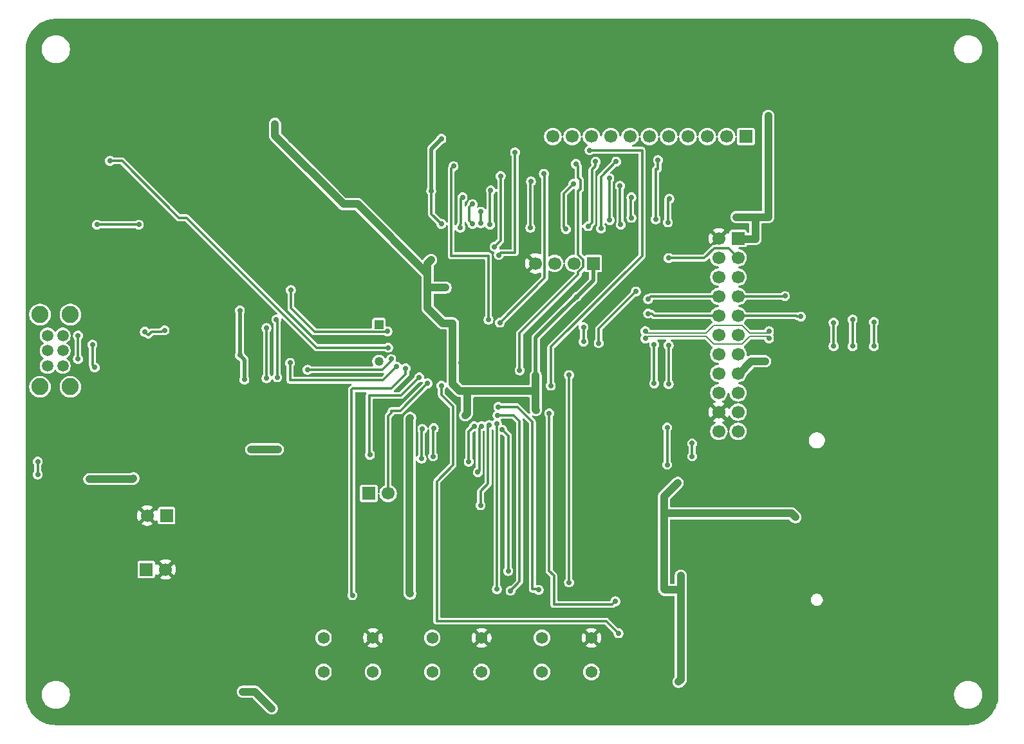
<source format=gbl>
G04 #@! TF.GenerationSoftware,KiCad,Pcbnew,9.0.4*
G04 #@! TF.CreationDate,2025-10-16T22:23:07+02:00*
G04 #@! TF.ProjectId,fotoaparat,666f746f-6170-4617-9261-742e6b696361,rev?*
G04 #@! TF.SameCoordinates,Original*
G04 #@! TF.FileFunction,Copper,L2,Bot*
G04 #@! TF.FilePolarity,Positive*
%FSLAX46Y46*%
G04 Gerber Fmt 4.6, Leading zero omitted, Abs format (unit mm)*
G04 Created by KiCad (PCBNEW 9.0.4) date 2025-10-16 22:23:07*
%MOMM*%
%LPD*%
G01*
G04 APERTURE LIST*
G04 #@! TA.AperFunction,ComponentPad*
%ADD10C,1.575000*%
G04 #@! TD*
G04 #@! TA.AperFunction,ComponentPad*
%ADD11R,1.700000X1.700000*%
G04 #@! TD*
G04 #@! TA.AperFunction,ComponentPad*
%ADD12C,1.700000*%
G04 #@! TD*
G04 #@! TA.AperFunction,ComponentPad*
%ADD13R,1.192000X1.192000*%
G04 #@! TD*
G04 #@! TA.AperFunction,ComponentPad*
%ADD14C,1.192000*%
G04 #@! TD*
G04 #@! TA.AperFunction,ComponentPad*
%ADD15C,1.500000*%
G04 #@! TD*
G04 #@! TA.AperFunction,ComponentPad*
%ADD16C,2.250000*%
G04 #@! TD*
G04 #@! TA.AperFunction,ViaPad*
%ADD17C,0.700000*%
G04 #@! TD*
G04 #@! TA.AperFunction,Conductor*
%ADD18C,0.300000*%
G04 #@! TD*
G04 #@! TA.AperFunction,Conductor*
%ADD19C,0.500000*%
G04 #@! TD*
G04 #@! TA.AperFunction,Conductor*
%ADD20C,1.000000*%
G04 #@! TD*
G04 #@! TA.AperFunction,Conductor*
%ADD21C,0.200000*%
G04 #@! TD*
G04 APERTURE END LIST*
D10*
X120200000Y-137500000D03*
X120200000Y-142000000D03*
X126700000Y-137500000D03*
X126700000Y-142000000D03*
D11*
X96900000Y-128500000D03*
D12*
X99440000Y-128500000D03*
D11*
X99540000Y-121400000D03*
D12*
X97000000Y-121400000D03*
D11*
X155680000Y-88200000D03*
D12*
X153140000Y-88200000D03*
X150600000Y-88200000D03*
X148060000Y-88200000D03*
D11*
X174740000Y-84925000D03*
D12*
X172200000Y-84925000D03*
X174740000Y-87465000D03*
X172200000Y-87465000D03*
X174740000Y-90005000D03*
X172200000Y-90005000D03*
X174740000Y-92545000D03*
X172200000Y-92545000D03*
X174740000Y-95085000D03*
X172200000Y-95085000D03*
X174740000Y-97625000D03*
X172200000Y-97625000D03*
X174740000Y-100165000D03*
X172200000Y-100165000D03*
X174740000Y-102705000D03*
X172200000Y-102705000D03*
X174740000Y-105245000D03*
X172200000Y-105245000D03*
X174740000Y-107785000D03*
X172200000Y-107785000D03*
X174740000Y-110325000D03*
X172200000Y-110325000D03*
D11*
X175775000Y-71500000D03*
D12*
X173235000Y-71500000D03*
X170695000Y-71500000D03*
X168155000Y-71500000D03*
X165615000Y-71500000D03*
X163075000Y-71500000D03*
X160535000Y-71500000D03*
X157995000Y-71500000D03*
X155455000Y-71500000D03*
X152915000Y-71500000D03*
X150375000Y-71500000D03*
D11*
X126160000Y-118500000D03*
D12*
X128700000Y-118500000D03*
D13*
X127500000Y-96260000D03*
D14*
X127500000Y-101140000D03*
D15*
X83900000Y-101700000D03*
X83900000Y-99700000D03*
X83900000Y-97700000D03*
X85900000Y-101700000D03*
X85900000Y-99700000D03*
X85900000Y-97700000D03*
D16*
X82900000Y-104450000D03*
X86900000Y-104450000D03*
X86900000Y-94950000D03*
X82900000Y-94950000D03*
D10*
X148931000Y-137500000D03*
X148931000Y-142000000D03*
X155431000Y-137500000D03*
X155431000Y-142000000D03*
X134500000Y-137500000D03*
X134500000Y-142000000D03*
X141000000Y-137500000D03*
X141000000Y-142000000D03*
D17*
X152400000Y-95000000D03*
X138300000Y-101300000D03*
X129800000Y-109900000D03*
X97600000Y-132800000D03*
X159400000Y-104900000D03*
X102700000Y-117400000D03*
X110800000Y-129400000D03*
X94400000Y-123000000D03*
X87400000Y-122700000D03*
X85400000Y-117900000D03*
X180200000Y-118800000D03*
X202900000Y-95700000D03*
X97000000Y-119100000D03*
X87300000Y-128200000D03*
X115900000Y-72000000D03*
X146700000Y-90100000D03*
X102800000Y-105100000D03*
X180000000Y-126700000D03*
X138300000Y-89400000D03*
X129800000Y-114000000D03*
X126100000Y-87400000D03*
X93100000Y-110100000D03*
X136400000Y-109700000D03*
X84900000Y-109300000D03*
X129700000Y-78700000D03*
X145000000Y-103700000D03*
X131000000Y-95000000D03*
X82600000Y-116000000D03*
X82600000Y-114300000D03*
X109200000Y-100300000D03*
X109800000Y-103500000D03*
X109200000Y-94400000D03*
X143250000Y-87100000D03*
X96700000Y-97200000D03*
X99300000Y-97000000D03*
X145400000Y-73600000D03*
X131600000Y-131700000D03*
X110700000Y-112700000D03*
X95200000Y-116500000D03*
X134370000Y-87750000D03*
X131600000Y-108550000D03*
X148137500Y-107500000D03*
X131500000Y-113800000D03*
X174500000Y-82100000D03*
X114200000Y-112700000D03*
X113800000Y-69825000D03*
X138837500Y-108200000D03*
X153500000Y-92600000D03*
X134600000Y-94800000D03*
X167200000Y-129300000D03*
X178700000Y-68800000D03*
X182293599Y-121625000D03*
X89400000Y-116600000D03*
X178300000Y-101100000D03*
X166800000Y-117100000D03*
X136262500Y-91400000D03*
X166900000Y-143300000D03*
X143700000Y-110100000D03*
X114000000Y-95600000D03*
X114100000Y-103200000D03*
X144500000Y-128700000D03*
X113400000Y-146800000D03*
X109600000Y-144600000D03*
X137300000Y-75400000D03*
X141900000Y-95600000D03*
X87900000Y-100800000D03*
X87900000Y-97700000D03*
X112700000Y-103300000D03*
X152500000Y-130200000D03*
X112700000Y-96700000D03*
X152500000Y-102900000D03*
X118100000Y-102200000D03*
X129100000Y-100800000D03*
X129800000Y-101800000D03*
X115800000Y-101300000D03*
X142000000Y-109500000D03*
X140850000Y-120050000D03*
X163700000Y-104000000D03*
X165700000Y-79700000D03*
X163700000Y-98900000D03*
X165500000Y-82800000D03*
X133200000Y-110000000D03*
X133100000Y-113900000D03*
X165600000Y-87500000D03*
X165600000Y-99000000D03*
X165600000Y-104100000D03*
X142700000Y-86000000D03*
X143500000Y-76700000D03*
X134600000Y-113600000D03*
X134700000Y-109900000D03*
X152100000Y-83700000D03*
X153050000Y-77750000D03*
X133900000Y-104000000D03*
X143400000Y-96000000D03*
X149200000Y-76400000D03*
X126300000Y-113400000D03*
X132800000Y-103200000D03*
X90100000Y-101900000D03*
X89800000Y-98900000D03*
X153402525Y-75102525D03*
X146000000Y-102300000D03*
X168700000Y-111900000D03*
X168700000Y-113600000D03*
X147500000Y-77400000D03*
X147400000Y-83500000D03*
X157850000Y-82500000D03*
X183000000Y-95200000D03*
X157800000Y-77000000D03*
X140900000Y-81400000D03*
X140900000Y-82900000D03*
X139800000Y-80400000D03*
X180900000Y-92500000D03*
X139800000Y-83000000D03*
X141000000Y-109625000D03*
X165400000Y-114700000D03*
X140500000Y-115700000D03*
X165400000Y-109800000D03*
X138200000Y-83500000D03*
X138500000Y-79500000D03*
X160700000Y-82200000D03*
X162900000Y-92900000D03*
X160700000Y-79500000D03*
X142100000Y-83100000D03*
X162900000Y-94800000D03*
X159200000Y-78000000D03*
X159300000Y-83100000D03*
X142200000Y-78600000D03*
X140000000Y-109625000D03*
X139300000Y-114300000D03*
X144800000Y-131300000D03*
X143100000Y-108200000D03*
X143000000Y-109300000D03*
X143000000Y-131100000D03*
X124000000Y-131900000D03*
X131000000Y-102000000D03*
X134370000Y-78650000D03*
X135700000Y-83000000D03*
X135700000Y-71800000D03*
X155000000Y-83300000D03*
X156000000Y-74800000D03*
X156700000Y-83600000D03*
X154400000Y-96600000D03*
X154400000Y-98500000D03*
X158700000Y-74800000D03*
X148500000Y-131200000D03*
X143200000Y-107100000D03*
X187300000Y-99100000D03*
X187300000Y-96000000D03*
X159000000Y-136900000D03*
X192600000Y-99100000D03*
X192600000Y-95900000D03*
X135700000Y-104300000D03*
X164200000Y-74600000D03*
X161300000Y-91900000D03*
X163900000Y-82400000D03*
X156400000Y-98700000D03*
X189800000Y-95600000D03*
X149900000Y-107950000D03*
X189800000Y-99100000D03*
X158600000Y-132700000D03*
X155200000Y-73300000D03*
X150100000Y-104300000D03*
X178800000Y-98075000D03*
X162525000Y-98075000D03*
X178800000Y-97125000D03*
X162525000Y-97125000D03*
X128700000Y-99300000D03*
X92100000Y-74700000D03*
X128600000Y-97150000D03*
X115900000Y-91700000D03*
X95900000Y-83100000D03*
X90400000Y-83100000D03*
D18*
X82600000Y-114300000D02*
X82600000Y-116000000D01*
D19*
X109800000Y-103500000D02*
X109800000Y-100900000D01*
X109200000Y-100300000D02*
X109200000Y-94400000D01*
X109800000Y-100900000D02*
X109200000Y-100300000D01*
D18*
X97150000Y-97650000D02*
X97600000Y-97200000D01*
X143550000Y-86800000D02*
X145400000Y-86800000D01*
X145400000Y-86800000D02*
X145400000Y-73600000D01*
X143250000Y-87100000D02*
X143550000Y-86800000D01*
X99100000Y-97000000D02*
X99300000Y-97000000D01*
X98900000Y-97200000D02*
X99100000Y-97000000D01*
X96700000Y-97200000D02*
X97150000Y-97650000D01*
X97600000Y-97200000D02*
X98900000Y-97200000D01*
D20*
X95100000Y-116600000D02*
X95200000Y-116500000D01*
X165000000Y-131100000D02*
X165000000Y-121100000D01*
X177000000Y-85000000D02*
X176980000Y-84980000D01*
X176460000Y-101100000D02*
X174800000Y-102760000D01*
X110700000Y-112700000D02*
X114200000Y-112700000D01*
X178700000Y-68800000D02*
X178700000Y-82100000D01*
X139100000Y-105000000D02*
X139100000Y-107937500D01*
X165000000Y-118900000D02*
X166800000Y-117100000D01*
X165100000Y-131200000D02*
X165000000Y-131100000D01*
X165000000Y-121100000D02*
X165000000Y-118900000D01*
X133900000Y-89600000D02*
X133900000Y-88220000D01*
X131500000Y-131600000D02*
X131600000Y-131700000D01*
X148100000Y-105000000D02*
X139100000Y-105000000D01*
X165000000Y-121100000D02*
X181768599Y-121100000D01*
X148100000Y-103000000D02*
X148100000Y-105000000D01*
X178300000Y-101100000D02*
X176460000Y-101100000D01*
X113800000Y-71386339D02*
X113800000Y-69825000D01*
X139100000Y-107937500D02*
X138837500Y-108200000D01*
X133900000Y-88220000D02*
X134370000Y-87750000D01*
D19*
X151400000Y-94700000D02*
X148100000Y-98000000D01*
D20*
X178700000Y-82100000D02*
X177000000Y-82100000D01*
X167200000Y-131200000D02*
X165100000Y-131200000D01*
X131500000Y-112500000D02*
X131500000Y-108650000D01*
X131500000Y-108650000D02*
X131600000Y-108550000D01*
X177000000Y-82100000D02*
X177000000Y-85000000D01*
X139100000Y-105000000D02*
X138100000Y-105000000D01*
X131500000Y-112500000D02*
X131500000Y-131600000D01*
X89400000Y-116600000D02*
X95100000Y-116600000D01*
X133900000Y-91400000D02*
X136262500Y-91400000D01*
X166900000Y-143300000D02*
X167200000Y-143000000D01*
X176980000Y-84980000D02*
X174800000Y-84980000D01*
X133900000Y-94100000D02*
X133900000Y-91400000D01*
X148100000Y-105000000D02*
X148100000Y-107462500D01*
X131500000Y-113800000D02*
X131500000Y-112500000D01*
X124700000Y-80400000D02*
X122813661Y-80400000D01*
X137200000Y-96100000D02*
X135900000Y-96100000D01*
X177000000Y-82100000D02*
X174500000Y-82100000D01*
X135900000Y-96100000D02*
X133900000Y-94100000D01*
X167200000Y-131200000D02*
X167200000Y-129300000D01*
X167200000Y-143000000D02*
X167200000Y-131200000D01*
X133900000Y-91400000D02*
X133900000Y-89600000D01*
D19*
X148100000Y-98000000D02*
X148100000Y-103000000D01*
D20*
X181768599Y-121100000D02*
X182293599Y-121625000D01*
X138100000Y-105000000D02*
X137200000Y-104100000D01*
D19*
X153500000Y-92600000D02*
X151400000Y-94700000D01*
X155680000Y-90420000D02*
X153500000Y-92600000D01*
D20*
X148100000Y-107462500D02*
X148137500Y-107500000D01*
D19*
X155680000Y-88200000D02*
X155680000Y-90420000D01*
D20*
X122813661Y-80400000D02*
X113800000Y-71386339D01*
X137200000Y-104100000D02*
X137200000Y-96100000D01*
X133900000Y-89600000D02*
X124700000Y-80400000D01*
D18*
X144500000Y-110900000D02*
X143700000Y-110100000D01*
X144500000Y-128700000D02*
X144500000Y-110900000D01*
X114100000Y-95700000D02*
X114000000Y-95600000D01*
X114100000Y-103200000D02*
X114100000Y-95700000D01*
D20*
X113400000Y-146800000D02*
X111200000Y-144600000D01*
X111200000Y-144600000D02*
X109600000Y-144600000D01*
D18*
X137000000Y-75700000D02*
X137300000Y-75400000D01*
X141900000Y-95600000D02*
X141900000Y-87200000D01*
X137000000Y-87200000D02*
X137000000Y-75700000D01*
X141900000Y-87200000D02*
X137000000Y-87200000D01*
X87900000Y-97700000D02*
X87900000Y-100800000D01*
X152500000Y-102900000D02*
X152500000Y-130200000D01*
X112700000Y-103300000D02*
X112700000Y-96700000D01*
X127900000Y-102200000D02*
X129100000Y-101000000D01*
X118100000Y-102200000D02*
X127900000Y-102200000D01*
X129100000Y-101000000D02*
X129100000Y-100800000D01*
X129800000Y-101800000D02*
X128000000Y-103600000D01*
X115800000Y-103600000D02*
X115800000Y-101300000D01*
X128000000Y-103600000D02*
X115800000Y-103600000D01*
X141850000Y-117200000D02*
X140850000Y-118200000D01*
X142000000Y-109500000D02*
X141850000Y-109650000D01*
X141850000Y-109650000D02*
X141850000Y-117200000D01*
X140850000Y-118200000D02*
X140850000Y-120050000D01*
X163700000Y-104000000D02*
X163700000Y-98900000D01*
X165700000Y-79700000D02*
X165500000Y-79700000D01*
X165500000Y-79700000D02*
X165500000Y-82800000D01*
X133200000Y-110000000D02*
X133100000Y-110100000D01*
X133100000Y-110100000D02*
X133100000Y-113900000D01*
X165600000Y-104100000D02*
X165600000Y-99000000D01*
X165600000Y-87500000D02*
X170300000Y-87500000D01*
X173480000Y-86200000D02*
X174800000Y-87520000D01*
X171600000Y-86200000D02*
X173480000Y-86200000D01*
X170300000Y-87500000D02*
X171600000Y-86200000D01*
X143500000Y-85200000D02*
X142700000Y-86000000D01*
X143500000Y-76700000D02*
X143500000Y-85200000D01*
X134600000Y-110000000D02*
X134700000Y-109900000D01*
X134600000Y-113600000D02*
X134600000Y-110000000D01*
X151800000Y-83400000D02*
X152100000Y-83700000D01*
X153050000Y-77750000D02*
X151800000Y-79000000D01*
X151800000Y-79000000D02*
X151800000Y-83400000D01*
X129100000Y-107600000D02*
X129100000Y-107900000D01*
X130300000Y-107600000D02*
X129100000Y-107600000D01*
X129100000Y-107900000D02*
X128700000Y-108300000D01*
X128700000Y-108300000D02*
X128700000Y-118500000D01*
X133900000Y-104000000D02*
X130300000Y-107600000D01*
X143400000Y-96000000D02*
X149300000Y-90100000D01*
X149300000Y-90100000D02*
X149300000Y-76500000D01*
X149300000Y-76500000D02*
X149200000Y-76400000D01*
X126200000Y-105600000D02*
X130400000Y-105600000D01*
X126200000Y-105600000D02*
X126200000Y-113300000D01*
X132800000Y-103200000D02*
X130400000Y-105600000D01*
X126200000Y-113300000D02*
X126300000Y-113400000D01*
X89800000Y-98900000D02*
X89800000Y-101600000D01*
X89800000Y-101600000D02*
X90100000Y-101900000D01*
X154341000Y-87702529D02*
X153700000Y-87061529D01*
X146000000Y-97400000D02*
X153700000Y-89700000D01*
X154341000Y-88697471D02*
X154341000Y-87702529D01*
X153700000Y-75400000D02*
X153402525Y-75102525D01*
X154000000Y-77791364D02*
X154001000Y-77790364D01*
X153700000Y-89338471D02*
X154341000Y-88697471D01*
X153700000Y-78700000D02*
X154000000Y-78400000D01*
X154001000Y-77790364D02*
X154001000Y-77209636D01*
X154000000Y-78400000D02*
X154000000Y-77791364D01*
X153700000Y-76908636D02*
X153700000Y-75400000D01*
X153700000Y-87061529D02*
X153700000Y-78700000D01*
X154001000Y-77209636D02*
X153700000Y-76908636D01*
X146000000Y-102300000D02*
X146000000Y-97400000D01*
X153700000Y-89700000D02*
X153700000Y-89338471D01*
X168700000Y-111900000D02*
X168700000Y-113600000D01*
X147400000Y-83500000D02*
X147400000Y-77500000D01*
X147400000Y-77500000D02*
X147500000Y-77400000D01*
X182385000Y-95085000D02*
X174750000Y-95085000D01*
X157800000Y-82400000D02*
X157800000Y-77000000D01*
X183000000Y-95200000D02*
X182500000Y-95200000D01*
X157850000Y-82450000D02*
X157800000Y-82400000D01*
X157850000Y-82500000D02*
X157850000Y-82450000D01*
X182500000Y-95200000D02*
X182385000Y-95085000D01*
X140900000Y-82900000D02*
X140900000Y-81400000D01*
X180900000Y-92500000D02*
X180855000Y-92545000D01*
X139400000Y-82600000D02*
X139400000Y-80800000D01*
X180855000Y-92545000D02*
X174750000Y-92545000D01*
X139400000Y-80800000D02*
X139800000Y-80400000D01*
X139800000Y-83000000D02*
X139400000Y-82600000D01*
X165400000Y-114700000D02*
X165400000Y-109800000D01*
X140500000Y-115700000D02*
X140695174Y-115504826D01*
X140695174Y-109929826D02*
X141000000Y-109625000D01*
X140695174Y-115504826D02*
X140695174Y-109929826D01*
X138300000Y-79700000D02*
X138500000Y-79500000D01*
X160600000Y-82100000D02*
X160600000Y-79600000D01*
X138200000Y-83500000D02*
X138200000Y-83100000D01*
X162900000Y-92900000D02*
X163255000Y-92545000D01*
X138200000Y-83100000D02*
X138300000Y-83000000D01*
X160600000Y-79600000D02*
X160700000Y-79500000D01*
X163255000Y-92545000D02*
X172210000Y-92545000D01*
X160700000Y-82200000D02*
X160600000Y-82100000D01*
X138300000Y-83000000D02*
X138300000Y-79700000D01*
X163400000Y-94800000D02*
X163685000Y-95085000D01*
X159300000Y-83100000D02*
X159300000Y-83000000D01*
X142100000Y-83100000D02*
X142100000Y-78700000D01*
X163685000Y-95085000D02*
X172210000Y-95085000D01*
X159200000Y-82900000D02*
X159200000Y-78000000D01*
X142100000Y-78700000D02*
X142200000Y-78600000D01*
X162900000Y-94800000D02*
X163400000Y-94800000D01*
X159300000Y-83000000D02*
X159200000Y-82900000D01*
X139300000Y-110325000D02*
X140000000Y-109625000D01*
X139300000Y-114300000D02*
X139300000Y-110325000D01*
X143100000Y-108200000D02*
X145200000Y-108200000D01*
X146000000Y-130100000D02*
X144800000Y-131300000D01*
X146000000Y-109000000D02*
X146000000Y-130100000D01*
X145200000Y-108200000D02*
X146000000Y-109000000D01*
X142899000Y-130999000D02*
X143000000Y-131100000D01*
X143000000Y-109300000D02*
X142899000Y-109401000D01*
X143000000Y-109300000D02*
X143000000Y-131100000D01*
X123900000Y-131800000D02*
X124000000Y-131900000D01*
X131000000Y-102000000D02*
X131000000Y-102800000D01*
X124000000Y-104700000D02*
X123900000Y-104800000D01*
X123900000Y-104800000D02*
X123900000Y-131800000D01*
X131000000Y-102800000D02*
X129100000Y-104700000D01*
X129100000Y-104700000D02*
X124000000Y-104700000D01*
X134400000Y-81700000D02*
X134400000Y-78680000D01*
X134400000Y-78680000D02*
X134370000Y-78650000D01*
D19*
X134370000Y-73130000D02*
X134370000Y-78650000D01*
D18*
X135700000Y-83000000D02*
X134400000Y-81700000D01*
D19*
X135700000Y-71800000D02*
X134370000Y-73130000D01*
D18*
X155500000Y-82800000D02*
X155500000Y-75900000D01*
X155500000Y-75900000D02*
X156000000Y-75400000D01*
X155000000Y-83300000D02*
X155500000Y-82800000D01*
X156000000Y-75400000D02*
X156000000Y-74800000D01*
X156700000Y-83600000D02*
X156700000Y-76800000D01*
X156700000Y-76800000D02*
X158700000Y-74800000D01*
X154400000Y-98500000D02*
X154400000Y-96600000D01*
X143200000Y-107100000D02*
X145700000Y-107100000D01*
X145700000Y-107100000D02*
X147700000Y-109100000D01*
X147700000Y-131100000D02*
X148400000Y-131100000D01*
X187300000Y-99100000D02*
X187300000Y-96000000D01*
X147700000Y-109100000D02*
X147700000Y-131100000D01*
X148400000Y-131100000D02*
X148500000Y-131200000D01*
X157400000Y-135300000D02*
X159000000Y-136900000D01*
X137250000Y-114750000D02*
X135100000Y-116900000D01*
X135100000Y-135300000D02*
X157400000Y-135300000D01*
X135700000Y-105500000D02*
X137250000Y-107050000D01*
X135700000Y-104300000D02*
X135700000Y-105500000D01*
X137250000Y-107050000D02*
X137250000Y-114750000D01*
X135100000Y-116900000D02*
X135100000Y-135300000D01*
X192600000Y-99100000D02*
X192600000Y-95900000D01*
X156400000Y-96800000D02*
X161300000Y-91900000D01*
X164200000Y-75800000D02*
X163900000Y-75800000D01*
X156400000Y-98700000D02*
X156400000Y-96800000D01*
X163900000Y-75800000D02*
X163900000Y-82400000D01*
X164200000Y-74600000D02*
X164200000Y-75800000D01*
X150500000Y-133100000D02*
X158200000Y-133100000D01*
X149900000Y-107950000D02*
X149900000Y-128700000D01*
X149900000Y-128700000D02*
X150500000Y-129300000D01*
X150500000Y-129300000D02*
X150500000Y-133100000D01*
X189800000Y-99100000D02*
X189800000Y-95600000D01*
X158200000Y-133100000D02*
X158600000Y-132700000D01*
X150100000Y-99191364D02*
X162100000Y-87191364D01*
X150100000Y-104300000D02*
X150100000Y-99191364D01*
X162100000Y-73300000D02*
X155200000Y-73300000D01*
X162100000Y-87191364D02*
X162100000Y-73300000D01*
D21*
X170525001Y-97825001D02*
X171550000Y-98850000D01*
X171550000Y-98850000D02*
X175250000Y-98850000D01*
X178550001Y-97825001D02*
X178800000Y-98075000D01*
X176274999Y-97825001D02*
X178550001Y-97825001D01*
X175250000Y-98850000D02*
X176274999Y-97825001D01*
X162774999Y-97825001D02*
X170525001Y-97825001D01*
X162525000Y-98075000D02*
X162774999Y-97825001D01*
X162774999Y-97374999D02*
X170525001Y-97374999D01*
X170525001Y-97374999D02*
X171550000Y-96350000D01*
X178550001Y-97374999D02*
X178800000Y-97125000D01*
X171550000Y-96350000D02*
X175250000Y-96350000D01*
X175250000Y-96350000D02*
X176274999Y-97374999D01*
X176274999Y-97374999D02*
X178550001Y-97374999D01*
X162525000Y-97125000D02*
X162774999Y-97374999D01*
D18*
X93700000Y-74700000D02*
X101200000Y-82200000D01*
X101200000Y-82200000D02*
X102200000Y-82200000D01*
X102200000Y-82200000D02*
X119300000Y-99300000D01*
X92100000Y-74700000D02*
X93700000Y-74700000D01*
X119300000Y-99300000D02*
X128700000Y-99300000D01*
X119007000Y-97207000D02*
X128543000Y-97207000D01*
X115900000Y-91700000D02*
X115900000Y-94100000D01*
X90400000Y-83100000D02*
X95900000Y-83100000D01*
X115900000Y-94100000D02*
X119007000Y-97207000D01*
X128543000Y-97207000D02*
X128600000Y-97150000D01*
G04 #@! TA.AperFunction,Conductor*
G36*
X173315270Y-108546717D02*
G01*
X173315270Y-108546716D01*
X173354622Y-108492554D01*
X173451095Y-108303217D01*
X173460492Y-108274295D01*
X173499928Y-108216618D01*
X173564286Y-108189419D01*
X173633133Y-108201331D01*
X173684610Y-108248574D01*
X173688908Y-108256314D01*
X173756004Y-108387995D01*
X173862441Y-108534494D01*
X173862445Y-108534499D01*
X173990500Y-108662554D01*
X173990505Y-108662558D01*
X174112706Y-108751341D01*
X174137006Y-108768996D01*
X174212115Y-108807266D01*
X174298360Y-108851211D01*
X174298363Y-108851212D01*
X174370029Y-108874497D01*
X174470591Y-108907171D01*
X174543639Y-108918740D01*
X174630678Y-108932527D01*
X174693813Y-108962456D01*
X174730744Y-109021768D01*
X174729746Y-109091631D01*
X174691136Y-109149863D01*
X174630678Y-109177473D01*
X174470589Y-109202829D01*
X174298363Y-109258787D01*
X174298360Y-109258788D01*
X174137002Y-109341006D01*
X173990505Y-109447441D01*
X173990500Y-109447445D01*
X173862445Y-109575500D01*
X173862441Y-109575505D01*
X173756006Y-109722002D01*
X173673788Y-109883360D01*
X173673787Y-109883363D01*
X173617829Y-110055589D01*
X173592473Y-110215678D01*
X173562544Y-110278813D01*
X173503232Y-110315744D01*
X173433369Y-110314746D01*
X173375137Y-110276136D01*
X173347527Y-110215678D01*
X173327366Y-110088392D01*
X173322171Y-110055591D01*
X173283291Y-109935928D01*
X173266212Y-109883363D01*
X173266211Y-109883360D01*
X173219595Y-109791873D01*
X173183996Y-109722006D01*
X173102809Y-109610261D01*
X173077558Y-109575505D01*
X173077554Y-109575500D01*
X172949499Y-109447445D01*
X172949494Y-109447441D01*
X172802995Y-109341004D01*
X172671314Y-109273908D01*
X172620519Y-109225934D01*
X172603724Y-109158113D01*
X172626262Y-109091978D01*
X172680977Y-109048527D01*
X172689295Y-109045492D01*
X172718217Y-109036095D01*
X172907554Y-108939622D01*
X172961716Y-108900270D01*
X172961717Y-108900270D01*
X172329408Y-108267962D01*
X172392993Y-108250925D01*
X172507007Y-108185099D01*
X172600099Y-108092007D01*
X172665925Y-107977993D01*
X172682962Y-107914408D01*
X173315270Y-108546717D01*
G37*
G04 #@! TD.AperFunction*
G04 #@! TA.AperFunction,Conductor*
G36*
X173506630Y-105255253D02*
G01*
X173564863Y-105293863D01*
X173592473Y-105354321D01*
X173617829Y-105514410D01*
X173673787Y-105686636D01*
X173673788Y-105686639D01*
X173756006Y-105847997D01*
X173862441Y-105994494D01*
X173862445Y-105994499D01*
X173990500Y-106122554D01*
X173990505Y-106122558D01*
X174061998Y-106174500D01*
X174137006Y-106228996D01*
X174242484Y-106282740D01*
X174298360Y-106311211D01*
X174298363Y-106311212D01*
X174384476Y-106339191D01*
X174470591Y-106367171D01*
X174543639Y-106378740D01*
X174630678Y-106392527D01*
X174693813Y-106422456D01*
X174730744Y-106481768D01*
X174729746Y-106551631D01*
X174691136Y-106609863D01*
X174630678Y-106637473D01*
X174470589Y-106662829D01*
X174298363Y-106718787D01*
X174298360Y-106718788D01*
X174137002Y-106801006D01*
X173990505Y-106907441D01*
X173990500Y-106907445D01*
X173862445Y-107035500D01*
X173862441Y-107035505D01*
X173756004Y-107182004D01*
X173688908Y-107313685D01*
X173640933Y-107364480D01*
X173573112Y-107381275D01*
X173506977Y-107358737D01*
X173463527Y-107304021D01*
X173460492Y-107295705D01*
X173451094Y-107266780D01*
X173354624Y-107077449D01*
X173315270Y-107023282D01*
X173315269Y-107023282D01*
X172682962Y-107655590D01*
X172665925Y-107592007D01*
X172600099Y-107477993D01*
X172507007Y-107384901D01*
X172392993Y-107319075D01*
X172329409Y-107302037D01*
X172961716Y-106669728D01*
X172907550Y-106630375D01*
X172718217Y-106533904D01*
X172689292Y-106524506D01*
X172631616Y-106485068D01*
X172604418Y-106420710D01*
X172616333Y-106351863D01*
X172663577Y-106300388D01*
X172671315Y-106296090D01*
X172802994Y-106228996D01*
X172949501Y-106122553D01*
X173077553Y-105994501D01*
X173183996Y-105847994D01*
X173266211Y-105686639D01*
X173322171Y-105514409D01*
X173343673Y-105378651D01*
X173347527Y-105354321D01*
X173377456Y-105291186D01*
X173436768Y-105254255D01*
X173506630Y-105255253D01*
G37*
G04 #@! TD.AperFunction*
G04 #@! TA.AperFunction,Conductor*
G36*
X205002855Y-56000632D02*
G01*
X205330403Y-56015775D01*
X205336794Y-56016237D01*
X205411695Y-56023614D01*
X205416651Y-56024204D01*
X205703199Y-56064176D01*
X205710207Y-56065360D01*
X205779026Y-56079049D01*
X205783093Y-56079932D01*
X206070629Y-56147560D01*
X206078174Y-56149589D01*
X206135880Y-56167094D01*
X206139134Y-56168132D01*
X206429215Y-56265358D01*
X206437189Y-56268342D01*
X206476884Y-56284784D01*
X206479425Y-56285871D01*
X206593993Y-56336458D01*
X206775511Y-56416606D01*
X206783870Y-56420678D01*
X206791179Y-56424584D01*
X206793972Y-56426077D01*
X206793995Y-56426089D01*
X206795757Y-56427049D01*
X207100456Y-56596767D01*
X207110190Y-56602794D01*
X207405512Y-56805093D01*
X207414652Y-56811996D01*
X207690035Y-57040671D01*
X207698499Y-57048387D01*
X207951612Y-57301500D01*
X207959328Y-57309964D01*
X208188003Y-57585347D01*
X208194906Y-57594487D01*
X208397205Y-57889809D01*
X208403232Y-57899543D01*
X208572890Y-58204134D01*
X208573909Y-58206003D01*
X208579320Y-58216128D01*
X208583392Y-58224487D01*
X208714111Y-58520537D01*
X208715237Y-58523168D01*
X208731641Y-58562769D01*
X208734653Y-58570818D01*
X208831840Y-58860785D01*
X208832929Y-58864196D01*
X208850401Y-58921794D01*
X208852446Y-58929399D01*
X208920051Y-59216838D01*
X208920963Y-59221038D01*
X208934633Y-59289764D01*
X208935826Y-59296823D01*
X208975793Y-59583341D01*
X208976385Y-59588318D01*
X208983759Y-59663186D01*
X208984224Y-59669613D01*
X208999368Y-59997145D01*
X208999500Y-60002872D01*
X208999500Y-144997127D01*
X208999368Y-145002854D01*
X208984224Y-145330385D01*
X208983759Y-145336812D01*
X208976385Y-145411680D01*
X208975793Y-145416657D01*
X208935826Y-145703175D01*
X208934633Y-145710234D01*
X208920963Y-145778960D01*
X208920051Y-145783160D01*
X208852446Y-146070599D01*
X208850401Y-146078204D01*
X208832929Y-146135802D01*
X208831840Y-146139213D01*
X208734653Y-146429180D01*
X208731641Y-146437229D01*
X208715237Y-146476830D01*
X208714111Y-146479461D01*
X208583392Y-146775511D01*
X208579320Y-146783870D01*
X208573909Y-146793995D01*
X208572876Y-146795889D01*
X208403234Y-147100452D01*
X208397205Y-147110190D01*
X208194906Y-147405512D01*
X208188003Y-147414652D01*
X207959328Y-147690035D01*
X207951612Y-147698499D01*
X207698499Y-147951612D01*
X207690035Y-147959328D01*
X207414652Y-148188003D01*
X207405512Y-148194906D01*
X207110190Y-148397205D01*
X207100452Y-148403234D01*
X206795889Y-148572876D01*
X206793995Y-148573909D01*
X206783870Y-148579320D01*
X206775511Y-148583392D01*
X206479461Y-148714111D01*
X206476830Y-148715237D01*
X206437229Y-148731641D01*
X206429180Y-148734653D01*
X206139213Y-148831840D01*
X206135802Y-148832929D01*
X206078204Y-148850401D01*
X206070599Y-148852446D01*
X205783160Y-148920051D01*
X205778960Y-148920963D01*
X205710234Y-148934633D01*
X205703175Y-148935826D01*
X205416657Y-148975793D01*
X205411680Y-148976385D01*
X205336812Y-148983759D01*
X205330385Y-148984224D01*
X205002855Y-148999368D01*
X204997128Y-148999500D01*
X85002872Y-148999500D01*
X84997145Y-148999368D01*
X84669613Y-148984224D01*
X84663186Y-148983759D01*
X84588318Y-148976385D01*
X84583341Y-148975793D01*
X84296823Y-148935826D01*
X84289764Y-148934633D01*
X84221038Y-148920963D01*
X84216838Y-148920051D01*
X83929399Y-148852446D01*
X83921794Y-148850401D01*
X83864196Y-148832929D01*
X83860785Y-148831840D01*
X83570818Y-148734653D01*
X83562779Y-148731644D01*
X83543269Y-148723563D01*
X83523168Y-148715237D01*
X83520537Y-148714111D01*
X83224487Y-148583392D01*
X83216128Y-148579320D01*
X83206003Y-148573909D01*
X83204165Y-148572907D01*
X82899546Y-148403234D01*
X82889809Y-148397205D01*
X82594487Y-148194906D01*
X82585347Y-148188003D01*
X82309964Y-147959328D01*
X82301500Y-147951612D01*
X82048387Y-147698499D01*
X82040671Y-147690035D01*
X81890669Y-147509394D01*
X81811994Y-147414649D01*
X81805093Y-147405512D01*
X81739863Y-147310288D01*
X81602794Y-147110190D01*
X81596765Y-147100453D01*
X81427049Y-146795757D01*
X81426089Y-146793995D01*
X81420678Y-146783870D01*
X81416606Y-146775511D01*
X81392607Y-146721158D01*
X81285871Y-146479425D01*
X81284784Y-146476884D01*
X81268342Y-146437189D01*
X81265358Y-146429215D01*
X81168132Y-146139134D01*
X81167094Y-146135880D01*
X81149589Y-146078174D01*
X81147560Y-146070629D01*
X81079932Y-145783093D01*
X81079049Y-145779026D01*
X81065360Y-145710207D01*
X81064176Y-145703199D01*
X81024204Y-145416651D01*
X81023613Y-145411680D01*
X81016239Y-145336812D01*
X81015774Y-145330385D01*
X81014803Y-145309390D01*
X81000632Y-145002854D01*
X81000500Y-144997128D01*
X81000500Y-144878711D01*
X83149500Y-144878711D01*
X83149500Y-145121288D01*
X83177873Y-145336812D01*
X83181162Y-145361789D01*
X83183291Y-145369735D01*
X83243947Y-145596104D01*
X83336773Y-145820205D01*
X83336776Y-145820212D01*
X83458064Y-146030289D01*
X83458066Y-146030292D01*
X83458067Y-146030293D01*
X83605733Y-146222736D01*
X83605739Y-146222743D01*
X83777256Y-146394260D01*
X83777263Y-146394266D01*
X83811878Y-146420827D01*
X83969711Y-146541936D01*
X84179788Y-146663224D01*
X84403900Y-146756054D01*
X84638211Y-146818838D01*
X84818586Y-146842584D01*
X84878711Y-146850500D01*
X84878712Y-146850500D01*
X85121289Y-146850500D01*
X85169388Y-146844167D01*
X85361789Y-146818838D01*
X85596100Y-146756054D01*
X85820212Y-146663224D01*
X86030289Y-146541936D01*
X86222738Y-146394265D01*
X86394265Y-146222738D01*
X86541936Y-146030289D01*
X86663224Y-145820212D01*
X86756054Y-145596100D01*
X86818838Y-145361789D01*
X86850500Y-145121288D01*
X86850500Y-144878712D01*
X86818838Y-144638211D01*
X86787472Y-144521153D01*
X108799500Y-144521153D01*
X108799500Y-144678846D01*
X108830261Y-144833489D01*
X108830264Y-144833501D01*
X108890602Y-144979172D01*
X108890609Y-144979185D01*
X108978210Y-145110288D01*
X108978213Y-145110292D01*
X109089707Y-145221786D01*
X109089711Y-145221789D01*
X109220814Y-145309390D01*
X109220827Y-145309397D01*
X109364789Y-145369027D01*
X109366503Y-145369737D01*
X109521153Y-145400499D01*
X109521156Y-145400500D01*
X109521158Y-145400500D01*
X110817060Y-145400500D01*
X110884099Y-145420185D01*
X110904741Y-145436819D01*
X112889707Y-147421786D01*
X112889711Y-147421789D01*
X113020814Y-147509390D01*
X113020827Y-147509397D01*
X113166498Y-147569735D01*
X113166503Y-147569737D01*
X113321153Y-147600499D01*
X113321156Y-147600500D01*
X113321158Y-147600500D01*
X113478845Y-147600500D01*
X113582888Y-147579803D01*
X113633497Y-147569737D01*
X113779179Y-147509394D01*
X113910289Y-147421789D01*
X114021789Y-147310289D01*
X114109394Y-147179179D01*
X114169737Y-147033497D01*
X114179803Y-146982888D01*
X114200500Y-146878845D01*
X114200500Y-146721155D01*
X114200499Y-146721153D01*
X114169737Y-146566503D01*
X114159561Y-146541936D01*
X114109397Y-146420827D01*
X114109390Y-146420814D01*
X114021789Y-146289711D01*
X114021786Y-146289707D01*
X112610790Y-144878711D01*
X203149500Y-144878711D01*
X203149500Y-145121288D01*
X203177873Y-145336812D01*
X203181162Y-145361789D01*
X203183291Y-145369735D01*
X203243947Y-145596104D01*
X203336773Y-145820205D01*
X203336776Y-145820212D01*
X203458064Y-146030289D01*
X203458066Y-146030292D01*
X203458067Y-146030293D01*
X203605733Y-146222736D01*
X203605739Y-146222743D01*
X203777256Y-146394260D01*
X203777263Y-146394266D01*
X203811878Y-146420827D01*
X203969711Y-146541936D01*
X204179788Y-146663224D01*
X204403900Y-146756054D01*
X204638211Y-146818838D01*
X204818586Y-146842584D01*
X204878711Y-146850500D01*
X204878712Y-146850500D01*
X205121289Y-146850500D01*
X205169388Y-146844167D01*
X205361789Y-146818838D01*
X205596100Y-146756054D01*
X205820212Y-146663224D01*
X206030289Y-146541936D01*
X206222738Y-146394265D01*
X206394265Y-146222738D01*
X206541936Y-146030289D01*
X206663224Y-145820212D01*
X206756054Y-145596100D01*
X206818838Y-145361789D01*
X206850500Y-145121288D01*
X206850500Y-144878712D01*
X206818838Y-144638211D01*
X206756054Y-144403900D01*
X206663224Y-144179788D01*
X206541936Y-143969711D01*
X206434934Y-143830263D01*
X206394266Y-143777263D01*
X206394260Y-143777256D01*
X206222743Y-143605739D01*
X206222736Y-143605733D01*
X206030293Y-143458067D01*
X206030292Y-143458066D01*
X206030289Y-143458064D01*
X205820212Y-143336776D01*
X205820205Y-143336773D01*
X205596104Y-143243947D01*
X205361785Y-143181161D01*
X205121289Y-143149500D01*
X205121288Y-143149500D01*
X204878712Y-143149500D01*
X204878711Y-143149500D01*
X204638214Y-143181161D01*
X204403895Y-143243947D01*
X204179794Y-143336773D01*
X204179785Y-143336777D01*
X203969706Y-143458067D01*
X203777263Y-143605733D01*
X203777256Y-143605739D01*
X203605739Y-143777256D01*
X203605733Y-143777263D01*
X203458067Y-143969706D01*
X203336777Y-144179785D01*
X203336773Y-144179794D01*
X203243947Y-144403895D01*
X203181161Y-144638214D01*
X203149500Y-144878711D01*
X112610790Y-144878711D01*
X111710292Y-143978213D01*
X111710288Y-143978210D01*
X111579185Y-143890609D01*
X111579172Y-143890602D01*
X111433501Y-143830264D01*
X111433489Y-143830261D01*
X111278845Y-143799500D01*
X111278842Y-143799500D01*
X109521158Y-143799500D01*
X109521155Y-143799500D01*
X109366510Y-143830261D01*
X109366498Y-143830264D01*
X109220827Y-143890602D01*
X109220814Y-143890609D01*
X109089711Y-143978210D01*
X109089707Y-143978213D01*
X108978213Y-144089707D01*
X108978210Y-144089711D01*
X108890609Y-144220814D01*
X108890602Y-144220827D01*
X108830264Y-144366498D01*
X108830261Y-144366510D01*
X108799500Y-144521153D01*
X86787472Y-144521153D01*
X86756054Y-144403900D01*
X86663224Y-144179788D01*
X86541936Y-143969711D01*
X86434934Y-143830263D01*
X86394266Y-143777263D01*
X86394260Y-143777256D01*
X86222743Y-143605739D01*
X86222736Y-143605733D01*
X86030293Y-143458067D01*
X86030292Y-143458066D01*
X86030289Y-143458064D01*
X85820212Y-143336776D01*
X85820205Y-143336773D01*
X85596104Y-143243947D01*
X85361785Y-143181161D01*
X85121289Y-143149500D01*
X85121288Y-143149500D01*
X84878712Y-143149500D01*
X84878711Y-143149500D01*
X84638214Y-143181161D01*
X84403895Y-143243947D01*
X84179794Y-143336773D01*
X84179785Y-143336777D01*
X83969706Y-143458067D01*
X83777263Y-143605733D01*
X83777256Y-143605739D01*
X83605739Y-143777256D01*
X83605733Y-143777263D01*
X83458067Y-143969706D01*
X83336777Y-144179785D01*
X83336773Y-144179794D01*
X83243947Y-144403895D01*
X83181161Y-144638214D01*
X83149500Y-144878711D01*
X81000500Y-144878711D01*
X81000500Y-141914367D01*
X119112000Y-141914367D01*
X119112000Y-142085632D01*
X119138789Y-142254770D01*
X119138790Y-142254774D01*
X119191711Y-142417647D01*
X119269459Y-142570236D01*
X119370120Y-142708784D01*
X119491216Y-142829880D01*
X119629764Y-142930541D01*
X119782353Y-143008289D01*
X119945226Y-143061210D01*
X120008656Y-143071256D01*
X120114368Y-143088000D01*
X120114373Y-143088000D01*
X120285632Y-143088000D01*
X120379597Y-143073116D01*
X120454774Y-143061210D01*
X120617647Y-143008289D01*
X120770236Y-142930541D01*
X120908784Y-142829880D01*
X121029880Y-142708784D01*
X121130541Y-142570236D01*
X121208289Y-142417647D01*
X121261210Y-142254774D01*
X121273116Y-142179597D01*
X121288000Y-142085632D01*
X121288000Y-141914367D01*
X125612000Y-141914367D01*
X125612000Y-142085632D01*
X125638789Y-142254770D01*
X125638790Y-142254774D01*
X125691711Y-142417647D01*
X125769459Y-142570236D01*
X125870120Y-142708784D01*
X125991216Y-142829880D01*
X126129764Y-142930541D01*
X126282353Y-143008289D01*
X126445226Y-143061210D01*
X126508656Y-143071256D01*
X126614368Y-143088000D01*
X126614373Y-143088000D01*
X126785632Y-143088000D01*
X126879597Y-143073116D01*
X126954774Y-143061210D01*
X127117647Y-143008289D01*
X127270236Y-142930541D01*
X127408784Y-142829880D01*
X127529880Y-142708784D01*
X127630541Y-142570236D01*
X127708289Y-142417647D01*
X127761210Y-142254774D01*
X127773116Y-142179597D01*
X127788000Y-142085632D01*
X127788000Y-141914367D01*
X133412000Y-141914367D01*
X133412000Y-142085632D01*
X133438789Y-142254770D01*
X133438790Y-142254774D01*
X133491711Y-142417647D01*
X133569459Y-142570236D01*
X133670120Y-142708784D01*
X133791216Y-142829880D01*
X133929764Y-142930541D01*
X134082353Y-143008289D01*
X134245226Y-143061210D01*
X134308656Y-143071256D01*
X134414368Y-143088000D01*
X134414373Y-143088000D01*
X134585632Y-143088000D01*
X134679597Y-143073116D01*
X134754774Y-143061210D01*
X134917647Y-143008289D01*
X135070236Y-142930541D01*
X135208784Y-142829880D01*
X135329880Y-142708784D01*
X135430541Y-142570236D01*
X135508289Y-142417647D01*
X135561210Y-142254774D01*
X135573116Y-142179597D01*
X135588000Y-142085632D01*
X135588000Y-141914367D01*
X139912000Y-141914367D01*
X139912000Y-142085632D01*
X139938789Y-142254770D01*
X139938790Y-142254774D01*
X139991711Y-142417647D01*
X140069459Y-142570236D01*
X140170120Y-142708784D01*
X140291216Y-142829880D01*
X140429764Y-142930541D01*
X140582353Y-143008289D01*
X140745226Y-143061210D01*
X140808656Y-143071256D01*
X140914368Y-143088000D01*
X140914373Y-143088000D01*
X141085632Y-143088000D01*
X141179597Y-143073116D01*
X141254774Y-143061210D01*
X141417647Y-143008289D01*
X141570236Y-142930541D01*
X141708784Y-142829880D01*
X141829880Y-142708784D01*
X141930541Y-142570236D01*
X142008289Y-142417647D01*
X142061210Y-142254774D01*
X142073116Y-142179597D01*
X142088000Y-142085632D01*
X142088000Y-141914367D01*
X147843000Y-141914367D01*
X147843000Y-142085632D01*
X147869789Y-142254770D01*
X147869790Y-142254774D01*
X147922711Y-142417647D01*
X148000459Y-142570236D01*
X148101120Y-142708784D01*
X148222216Y-142829880D01*
X148360764Y-142930541D01*
X148513353Y-143008289D01*
X148676226Y-143061210D01*
X148739656Y-143071256D01*
X148845368Y-143088000D01*
X148845373Y-143088000D01*
X149016632Y-143088000D01*
X149110597Y-143073116D01*
X149185774Y-143061210D01*
X149348647Y-143008289D01*
X149501236Y-142930541D01*
X149639784Y-142829880D01*
X149760880Y-142708784D01*
X149861541Y-142570236D01*
X149939289Y-142417647D01*
X149992210Y-142254774D01*
X150004116Y-142179597D01*
X150019000Y-142085632D01*
X150019000Y-141914367D01*
X154343000Y-141914367D01*
X154343000Y-142085632D01*
X154369789Y-142254770D01*
X154369790Y-142254774D01*
X154422711Y-142417647D01*
X154500459Y-142570236D01*
X154601120Y-142708784D01*
X154722216Y-142829880D01*
X154860764Y-142930541D01*
X155013353Y-143008289D01*
X155176226Y-143061210D01*
X155239656Y-143071256D01*
X155345368Y-143088000D01*
X155345373Y-143088000D01*
X155516632Y-143088000D01*
X155610597Y-143073116D01*
X155685774Y-143061210D01*
X155848647Y-143008289D01*
X156001236Y-142930541D01*
X156139784Y-142829880D01*
X156260880Y-142708784D01*
X156361541Y-142570236D01*
X156439289Y-142417647D01*
X156492210Y-142254774D01*
X156504116Y-142179597D01*
X156519000Y-142085632D01*
X156519000Y-141914367D01*
X156492210Y-141745229D01*
X156492210Y-141745226D01*
X156439289Y-141582353D01*
X156361541Y-141429764D01*
X156260880Y-141291216D01*
X156139784Y-141170120D01*
X156001236Y-141069459D01*
X155848647Y-140991711D01*
X155685774Y-140938790D01*
X155685772Y-140938789D01*
X155685770Y-140938789D01*
X155516632Y-140912000D01*
X155516627Y-140912000D01*
X155345373Y-140912000D01*
X155345368Y-140912000D01*
X155176229Y-140938789D01*
X155013350Y-140991712D01*
X154860763Y-141069459D01*
X154781717Y-141126889D01*
X154722216Y-141170120D01*
X154722214Y-141170122D01*
X154722213Y-141170122D01*
X154601122Y-141291213D01*
X154601122Y-141291214D01*
X154601120Y-141291216D01*
X154557889Y-141350717D01*
X154500459Y-141429763D01*
X154422712Y-141582350D01*
X154369789Y-141745229D01*
X154343000Y-141914367D01*
X150019000Y-141914367D01*
X149992210Y-141745229D01*
X149992210Y-141745226D01*
X149939289Y-141582353D01*
X149861541Y-141429764D01*
X149760880Y-141291216D01*
X149639784Y-141170120D01*
X149501236Y-141069459D01*
X149348647Y-140991711D01*
X149185774Y-140938790D01*
X149185772Y-140938789D01*
X149185770Y-140938789D01*
X149016632Y-140912000D01*
X149016627Y-140912000D01*
X148845373Y-140912000D01*
X148845368Y-140912000D01*
X148676229Y-140938789D01*
X148513350Y-140991712D01*
X148360763Y-141069459D01*
X148281717Y-141126889D01*
X148222216Y-141170120D01*
X148222214Y-141170122D01*
X148222213Y-141170122D01*
X148101122Y-141291213D01*
X148101122Y-141291214D01*
X148101120Y-141291216D01*
X148057889Y-141350717D01*
X148000459Y-141429763D01*
X147922712Y-141582350D01*
X147869789Y-141745229D01*
X147843000Y-141914367D01*
X142088000Y-141914367D01*
X142061210Y-141745229D01*
X142061210Y-141745226D01*
X142008289Y-141582353D01*
X141930541Y-141429764D01*
X141829880Y-141291216D01*
X141708784Y-141170120D01*
X141570236Y-141069459D01*
X141417647Y-140991711D01*
X141254774Y-140938790D01*
X141254772Y-140938789D01*
X141254770Y-140938789D01*
X141085632Y-140912000D01*
X141085627Y-140912000D01*
X140914373Y-140912000D01*
X140914368Y-140912000D01*
X140745229Y-140938789D01*
X140582350Y-140991712D01*
X140429763Y-141069459D01*
X140350717Y-141126889D01*
X140291216Y-141170120D01*
X140291214Y-141170122D01*
X140291213Y-141170122D01*
X140170122Y-141291213D01*
X140170122Y-141291214D01*
X140170120Y-141291216D01*
X140126889Y-141350717D01*
X140069459Y-141429763D01*
X139991712Y-141582350D01*
X139938789Y-141745229D01*
X139912000Y-141914367D01*
X135588000Y-141914367D01*
X135561210Y-141745229D01*
X135561210Y-141745226D01*
X135508289Y-141582353D01*
X135430541Y-141429764D01*
X135329880Y-141291216D01*
X135208784Y-141170120D01*
X135070236Y-141069459D01*
X134917647Y-140991711D01*
X134754774Y-140938790D01*
X134754772Y-140938789D01*
X134754770Y-140938789D01*
X134585632Y-140912000D01*
X134585627Y-140912000D01*
X134414373Y-140912000D01*
X134414368Y-140912000D01*
X134245229Y-140938789D01*
X134082350Y-140991712D01*
X133929763Y-141069459D01*
X133850717Y-141126889D01*
X133791216Y-141170120D01*
X133791214Y-141170122D01*
X133791213Y-141170122D01*
X133670122Y-141291213D01*
X133670122Y-141291214D01*
X133670120Y-141291216D01*
X133626889Y-141350717D01*
X133569459Y-141429763D01*
X133491712Y-141582350D01*
X133438789Y-141745229D01*
X133412000Y-141914367D01*
X127788000Y-141914367D01*
X127761210Y-141745229D01*
X127761210Y-141745226D01*
X127708289Y-141582353D01*
X127630541Y-141429764D01*
X127529880Y-141291216D01*
X127408784Y-141170120D01*
X127270236Y-141069459D01*
X127117647Y-140991711D01*
X126954774Y-140938790D01*
X126954772Y-140938789D01*
X126954770Y-140938789D01*
X126785632Y-140912000D01*
X126785627Y-140912000D01*
X126614373Y-140912000D01*
X126614368Y-140912000D01*
X126445229Y-140938789D01*
X126282350Y-140991712D01*
X126129763Y-141069459D01*
X126050717Y-141126889D01*
X125991216Y-141170120D01*
X125991214Y-141170122D01*
X125991213Y-141170122D01*
X125870122Y-141291213D01*
X125870122Y-141291214D01*
X125870120Y-141291216D01*
X125826889Y-141350717D01*
X125769459Y-141429763D01*
X125691712Y-141582350D01*
X125638789Y-141745229D01*
X125612000Y-141914367D01*
X121288000Y-141914367D01*
X121261210Y-141745229D01*
X121261210Y-141745226D01*
X121208289Y-141582353D01*
X121130541Y-141429764D01*
X121029880Y-141291216D01*
X120908784Y-141170120D01*
X120770236Y-141069459D01*
X120617647Y-140991711D01*
X120454774Y-140938790D01*
X120454772Y-140938789D01*
X120454770Y-140938789D01*
X120285632Y-140912000D01*
X120285627Y-140912000D01*
X120114373Y-140912000D01*
X120114368Y-140912000D01*
X119945229Y-140938789D01*
X119782350Y-140991712D01*
X119629763Y-141069459D01*
X119550717Y-141126889D01*
X119491216Y-141170120D01*
X119491214Y-141170122D01*
X119491213Y-141170122D01*
X119370122Y-141291213D01*
X119370122Y-141291214D01*
X119370120Y-141291216D01*
X119326889Y-141350717D01*
X119269459Y-141429763D01*
X119191712Y-141582350D01*
X119138789Y-141745229D01*
X119112000Y-141914367D01*
X81000500Y-141914367D01*
X81000500Y-137414367D01*
X119112000Y-137414367D01*
X119112000Y-137585632D01*
X119130533Y-137702642D01*
X119138790Y-137754774D01*
X119191711Y-137917647D01*
X119269459Y-138070236D01*
X119370120Y-138208784D01*
X119491216Y-138329880D01*
X119629764Y-138430541D01*
X119782353Y-138508289D01*
X119945226Y-138561210D01*
X120008656Y-138571256D01*
X120114368Y-138588000D01*
X120114373Y-138588000D01*
X120285632Y-138588000D01*
X120379597Y-138573116D01*
X120454774Y-138561210D01*
X120617647Y-138508289D01*
X120770236Y-138430541D01*
X120908784Y-138329880D01*
X121029880Y-138208784D01*
X121130541Y-138070236D01*
X121208289Y-137917647D01*
X121261210Y-137754774D01*
X121273116Y-137679597D01*
X121288000Y-137585632D01*
X121288000Y-137414367D01*
X121287814Y-137413193D01*
X121287814Y-137413192D01*
X121285514Y-137398672D01*
X125412500Y-137398672D01*
X125412500Y-137601327D01*
X125444203Y-137801491D01*
X125506825Y-137994225D01*
X125506827Y-137994228D01*
X125598831Y-138174797D01*
X125629473Y-138216971D01*
X125629474Y-138216972D01*
X126196624Y-137649821D01*
X126210778Y-137702642D01*
X126279896Y-137822357D01*
X126377643Y-137920104D01*
X126497358Y-137989222D01*
X126550178Y-138003375D01*
X125983026Y-138570525D01*
X126025202Y-138601168D01*
X126205771Y-138693172D01*
X126205774Y-138693174D01*
X126398508Y-138755796D01*
X126598673Y-138787500D01*
X126801327Y-138787500D01*
X127001491Y-138755796D01*
X127194225Y-138693174D01*
X127194228Y-138693172D01*
X127374797Y-138601168D01*
X127416971Y-138570526D01*
X127416971Y-138570525D01*
X126849821Y-138003375D01*
X126902642Y-137989222D01*
X127022357Y-137920104D01*
X127120104Y-137822357D01*
X127189222Y-137702642D01*
X127203375Y-137649821D01*
X127770525Y-138216971D01*
X127770526Y-138216971D01*
X127801168Y-138174797D01*
X127893172Y-137994228D01*
X127893174Y-137994225D01*
X127955796Y-137801491D01*
X127987500Y-137601327D01*
X127987500Y-137414367D01*
X133412000Y-137414367D01*
X133412000Y-137585632D01*
X133430533Y-137702642D01*
X133438790Y-137754774D01*
X133491711Y-137917647D01*
X133569459Y-138070236D01*
X133670120Y-138208784D01*
X133791216Y-138329880D01*
X133929764Y-138430541D01*
X134082353Y-138508289D01*
X134245226Y-138561210D01*
X134308656Y-138571256D01*
X134414368Y-138588000D01*
X134414373Y-138588000D01*
X134585632Y-138588000D01*
X134679597Y-138573116D01*
X134754774Y-138561210D01*
X134917647Y-138508289D01*
X135070236Y-138430541D01*
X135208784Y-138329880D01*
X135329880Y-138208784D01*
X135430541Y-138070236D01*
X135508289Y-137917647D01*
X135561210Y-137754774D01*
X135573116Y-137679597D01*
X135588000Y-137585632D01*
X135588000Y-137414367D01*
X135587814Y-137413193D01*
X135587814Y-137413192D01*
X135585514Y-137398672D01*
X139712500Y-137398672D01*
X139712500Y-137601327D01*
X139744203Y-137801491D01*
X139806825Y-137994225D01*
X139806827Y-137994228D01*
X139898831Y-138174797D01*
X139929473Y-138216971D01*
X139929474Y-138216972D01*
X140496624Y-137649821D01*
X140510778Y-137702642D01*
X140579896Y-137822357D01*
X140677643Y-137920104D01*
X140797358Y-137989222D01*
X140850178Y-138003375D01*
X140283026Y-138570525D01*
X140325202Y-138601168D01*
X140505771Y-138693172D01*
X140505774Y-138693174D01*
X140698508Y-138755796D01*
X140898673Y-138787500D01*
X141101327Y-138787500D01*
X141301491Y-138755796D01*
X141494225Y-138693174D01*
X141494228Y-138693172D01*
X141674797Y-138601168D01*
X141716971Y-138570526D01*
X141716971Y-138570525D01*
X141149821Y-138003375D01*
X141202642Y-137989222D01*
X141322357Y-137920104D01*
X141420104Y-137822357D01*
X141489222Y-137702642D01*
X141503375Y-137649821D01*
X142070525Y-138216971D01*
X142070526Y-138216971D01*
X142101168Y-138174797D01*
X142193172Y-137994228D01*
X142193174Y-137994225D01*
X142255796Y-137801491D01*
X142287500Y-137601327D01*
X142287500Y-137414367D01*
X147843000Y-137414367D01*
X147843000Y-137585632D01*
X147861533Y-137702642D01*
X147869790Y-137754774D01*
X147922711Y-137917647D01*
X148000459Y-138070236D01*
X148101120Y-138208784D01*
X148222216Y-138329880D01*
X148360764Y-138430541D01*
X148513353Y-138508289D01*
X148676226Y-138561210D01*
X148739656Y-138571256D01*
X148845368Y-138588000D01*
X148845373Y-138588000D01*
X149016632Y-138588000D01*
X149110597Y-138573116D01*
X149185774Y-138561210D01*
X149348647Y-138508289D01*
X149501236Y-138430541D01*
X149639784Y-138329880D01*
X149760880Y-138208784D01*
X149861541Y-138070236D01*
X149939289Y-137917647D01*
X149992210Y-137754774D01*
X150004116Y-137679597D01*
X150019000Y-137585632D01*
X150019000Y-137414367D01*
X150018814Y-137413193D01*
X150018814Y-137413192D01*
X150016514Y-137398672D01*
X154143500Y-137398672D01*
X154143500Y-137601327D01*
X154175203Y-137801491D01*
X154237825Y-137994225D01*
X154237827Y-137994228D01*
X154329831Y-138174797D01*
X154360473Y-138216971D01*
X154360474Y-138216972D01*
X154927624Y-137649821D01*
X154941778Y-137702642D01*
X155010896Y-137822357D01*
X155108643Y-137920104D01*
X155228358Y-137989222D01*
X155281178Y-138003375D01*
X154714026Y-138570525D01*
X154756202Y-138601168D01*
X154936771Y-138693172D01*
X154936774Y-138693174D01*
X155129508Y-138755796D01*
X155329673Y-138787500D01*
X155532327Y-138787500D01*
X155732491Y-138755796D01*
X155925225Y-138693174D01*
X155925228Y-138693172D01*
X156105797Y-138601168D01*
X156147971Y-138570526D01*
X156147971Y-138570525D01*
X155580821Y-138003375D01*
X155633642Y-137989222D01*
X155753357Y-137920104D01*
X155851104Y-137822357D01*
X155920222Y-137702642D01*
X155934375Y-137649821D01*
X156501525Y-138216971D01*
X156501526Y-138216971D01*
X156532168Y-138174797D01*
X156624172Y-137994228D01*
X156624174Y-137994225D01*
X156686796Y-137801491D01*
X156718500Y-137601327D01*
X156718500Y-137398672D01*
X156686796Y-137198508D01*
X156624174Y-137005774D01*
X156624172Y-137005771D01*
X156532168Y-136825202D01*
X156501525Y-136783027D01*
X156501525Y-136783026D01*
X155934375Y-137350177D01*
X155920222Y-137297358D01*
X155851104Y-137177643D01*
X155753357Y-137079896D01*
X155633642Y-137010778D01*
X155580822Y-136996624D01*
X156147972Y-136429474D01*
X156147971Y-136429473D01*
X156105797Y-136398831D01*
X155925228Y-136306827D01*
X155925225Y-136306825D01*
X155732491Y-136244203D01*
X155532327Y-136212500D01*
X155329673Y-136212500D01*
X155129508Y-136244203D01*
X154936774Y-136306825D01*
X154936771Y-136306826D01*
X154756204Y-136398830D01*
X154714027Y-136429473D01*
X155281178Y-136996624D01*
X155228358Y-137010778D01*
X155108643Y-137079896D01*
X155010896Y-137177643D01*
X154941778Y-137297358D01*
X154927624Y-137350178D01*
X154360473Y-136783027D01*
X154329830Y-136825204D01*
X154237826Y-137005771D01*
X154237825Y-137005774D01*
X154175203Y-137198508D01*
X154143500Y-137398672D01*
X150016514Y-137398672D01*
X149992210Y-137245229D01*
X149992210Y-137245226D01*
X149939289Y-137082353D01*
X149861541Y-136929764D01*
X149760880Y-136791216D01*
X149639784Y-136670120D01*
X149501236Y-136569459D01*
X149348647Y-136491711D01*
X149185774Y-136438790D01*
X149185772Y-136438789D01*
X149185770Y-136438789D01*
X149016632Y-136412000D01*
X149016627Y-136412000D01*
X148845373Y-136412000D01*
X148845368Y-136412000D01*
X148676229Y-136438789D01*
X148676226Y-136438790D01*
X148532989Y-136485331D01*
X148513350Y-136491712D01*
X148360763Y-136569459D01*
X148281717Y-136626889D01*
X148222216Y-136670120D01*
X148222214Y-136670122D01*
X148222213Y-136670122D01*
X148101122Y-136791213D01*
X148101122Y-136791214D01*
X148101120Y-136791216D01*
X148068635Y-136835928D01*
X148000459Y-136929763D01*
X147922712Y-137082350D01*
X147869789Y-137245229D01*
X147843000Y-137414367D01*
X142287500Y-137414367D01*
X142287500Y-137398672D01*
X142255796Y-137198508D01*
X142193174Y-137005774D01*
X142193172Y-137005771D01*
X142101168Y-136825202D01*
X142070525Y-136783027D01*
X142070525Y-136783026D01*
X141503375Y-137350177D01*
X141489222Y-137297358D01*
X141420104Y-137177643D01*
X141322357Y-137079896D01*
X141202642Y-137010778D01*
X141149822Y-136996624D01*
X141716972Y-136429474D01*
X141716971Y-136429473D01*
X141674797Y-136398831D01*
X141494228Y-136306827D01*
X141494225Y-136306825D01*
X141301491Y-136244203D01*
X141101327Y-136212500D01*
X140898673Y-136212500D01*
X140698508Y-136244203D01*
X140505774Y-136306825D01*
X140505771Y-136306826D01*
X140325204Y-136398830D01*
X140283027Y-136429473D01*
X140850178Y-136996624D01*
X140797358Y-137010778D01*
X140677643Y-137079896D01*
X140579896Y-137177643D01*
X140510778Y-137297358D01*
X140496624Y-137350178D01*
X139929473Y-136783027D01*
X139898830Y-136825204D01*
X139806826Y-137005771D01*
X139806825Y-137005774D01*
X139744203Y-137198508D01*
X139712500Y-137398672D01*
X135585514Y-137398672D01*
X135561210Y-137245229D01*
X135561210Y-137245226D01*
X135508289Y-137082353D01*
X135430541Y-136929764D01*
X135329880Y-136791216D01*
X135208784Y-136670120D01*
X135070236Y-136569459D01*
X134917647Y-136491711D01*
X134754774Y-136438790D01*
X134754772Y-136438789D01*
X134754770Y-136438789D01*
X134585632Y-136412000D01*
X134585627Y-136412000D01*
X134414373Y-136412000D01*
X134414368Y-136412000D01*
X134245229Y-136438789D01*
X134245226Y-136438790D01*
X134101989Y-136485331D01*
X134082350Y-136491712D01*
X133929763Y-136569459D01*
X133850717Y-136626889D01*
X133791216Y-136670120D01*
X133791214Y-136670122D01*
X133791213Y-136670122D01*
X133670122Y-136791213D01*
X133670122Y-136791214D01*
X133670120Y-136791216D01*
X133637635Y-136835928D01*
X133569459Y-136929763D01*
X133491712Y-137082350D01*
X133438789Y-137245229D01*
X133412000Y-137414367D01*
X127987500Y-137414367D01*
X127987500Y-137398672D01*
X127955796Y-137198508D01*
X127893174Y-137005774D01*
X127893172Y-137005771D01*
X127801168Y-136825202D01*
X127770525Y-136783027D01*
X127770525Y-136783026D01*
X127203375Y-137350177D01*
X127189222Y-137297358D01*
X127120104Y-137177643D01*
X127022357Y-137079896D01*
X126902642Y-137010778D01*
X126849822Y-136996624D01*
X127416972Y-136429474D01*
X127416971Y-136429473D01*
X127374797Y-136398831D01*
X127194228Y-136306827D01*
X127194225Y-136306825D01*
X127001491Y-136244203D01*
X126801327Y-136212500D01*
X126598673Y-136212500D01*
X126398508Y-136244203D01*
X126205774Y-136306825D01*
X126205771Y-136306826D01*
X126025204Y-136398830D01*
X125983027Y-136429473D01*
X126550178Y-136996624D01*
X126497358Y-137010778D01*
X126377643Y-137079896D01*
X126279896Y-137177643D01*
X126210778Y-137297358D01*
X126196624Y-137350178D01*
X125629473Y-136783027D01*
X125598830Y-136825204D01*
X125506826Y-137005771D01*
X125506825Y-137005774D01*
X125444203Y-137198508D01*
X125412500Y-137398672D01*
X121285514Y-137398672D01*
X121261210Y-137245229D01*
X121261210Y-137245226D01*
X121208289Y-137082353D01*
X121130541Y-136929764D01*
X121029880Y-136791216D01*
X120908784Y-136670120D01*
X120770236Y-136569459D01*
X120617647Y-136491711D01*
X120454774Y-136438790D01*
X120454772Y-136438789D01*
X120454770Y-136438789D01*
X120285632Y-136412000D01*
X120285627Y-136412000D01*
X120114373Y-136412000D01*
X120114368Y-136412000D01*
X119945229Y-136438789D01*
X119945226Y-136438790D01*
X119801989Y-136485331D01*
X119782350Y-136491712D01*
X119629763Y-136569459D01*
X119550717Y-136626889D01*
X119491216Y-136670120D01*
X119491214Y-136670122D01*
X119491213Y-136670122D01*
X119370122Y-136791213D01*
X119370122Y-136791214D01*
X119370120Y-136791216D01*
X119337635Y-136835928D01*
X119269459Y-136929763D01*
X119191712Y-137082350D01*
X119138789Y-137245229D01*
X119112000Y-137414367D01*
X81000500Y-137414367D01*
X81000500Y-127605131D01*
X95749500Y-127605131D01*
X95749500Y-129394856D01*
X95749502Y-129394882D01*
X95752413Y-129419987D01*
X95752415Y-129419991D01*
X95797793Y-129522764D01*
X95797794Y-129522765D01*
X95877235Y-129602206D01*
X95980009Y-129647585D01*
X96005135Y-129650500D01*
X97794864Y-129650499D01*
X97794879Y-129650497D01*
X97794882Y-129650497D01*
X97819987Y-129647586D01*
X97819988Y-129647585D01*
X97819991Y-129647585D01*
X97922765Y-129602206D01*
X98002206Y-129522765D01*
X98047585Y-129419991D01*
X98050500Y-129394865D01*
X98050499Y-129263076D01*
X98070183Y-129196040D01*
X98122987Y-129150285D01*
X98192145Y-129140341D01*
X98255701Y-129169365D01*
X98282495Y-129203600D01*
X98282829Y-129203396D01*
X98284607Y-129206297D01*
X98284977Y-129206770D01*
X98285373Y-129207547D01*
X98324728Y-129261716D01*
X98957037Y-128629408D01*
X98974075Y-128692993D01*
X99039901Y-128807007D01*
X99132993Y-128900099D01*
X99247007Y-128965925D01*
X99310590Y-128982962D01*
X98678282Y-129615269D01*
X98678282Y-129615270D01*
X98732449Y-129654624D01*
X98921782Y-129751095D01*
X99123870Y-129816757D01*
X99333754Y-129850000D01*
X99546246Y-129850000D01*
X99756127Y-129816757D01*
X99756130Y-129816757D01*
X99958217Y-129751095D01*
X100147554Y-129654622D01*
X100201716Y-129615270D01*
X100201717Y-129615270D01*
X99569408Y-128982962D01*
X99632993Y-128965925D01*
X99747007Y-128900099D01*
X99840099Y-128807007D01*
X99905925Y-128692993D01*
X99922962Y-128629408D01*
X100555270Y-129261717D01*
X100555270Y-129261716D01*
X100594622Y-129207554D01*
X100691095Y-129018217D01*
X100756757Y-128816130D01*
X100756757Y-128816127D01*
X100790000Y-128606246D01*
X100790000Y-128393753D01*
X100756757Y-128183872D01*
X100756757Y-128183869D01*
X100691095Y-127981782D01*
X100594624Y-127792449D01*
X100555270Y-127738282D01*
X100555269Y-127738282D01*
X99922962Y-128370590D01*
X99905925Y-128307007D01*
X99840099Y-128192993D01*
X99747007Y-128099901D01*
X99632993Y-128034075D01*
X99569409Y-128017037D01*
X100201716Y-127384728D01*
X100147550Y-127345375D01*
X99958217Y-127248904D01*
X99756129Y-127183242D01*
X99546246Y-127150000D01*
X99333754Y-127150000D01*
X99123872Y-127183242D01*
X99123869Y-127183242D01*
X98921782Y-127248904D01*
X98732439Y-127345380D01*
X98678282Y-127384727D01*
X98678282Y-127384728D01*
X99310591Y-128017037D01*
X99247007Y-128034075D01*
X99132993Y-128099901D01*
X99039901Y-128192993D01*
X98974075Y-128307007D01*
X98957037Y-128370591D01*
X98324728Y-127738282D01*
X98324727Y-127738282D01*
X98285380Y-127792440D01*
X98285377Y-127792445D01*
X98284981Y-127793223D01*
X98284752Y-127793464D01*
X98282838Y-127796590D01*
X98282180Y-127796187D01*
X98237004Y-127844017D01*
X98169183Y-127860809D01*
X98103049Y-127838268D01*
X98059600Y-127783551D01*
X98050499Y-127736923D01*
X98050499Y-127605143D01*
X98050499Y-127605136D01*
X98050497Y-127605117D01*
X98047586Y-127580012D01*
X98047585Y-127580011D01*
X98047585Y-127580009D01*
X98002206Y-127477235D01*
X97922765Y-127397794D01*
X97922763Y-127397793D01*
X97819992Y-127352415D01*
X97794865Y-127349500D01*
X96005143Y-127349500D01*
X96005117Y-127349502D01*
X95980012Y-127352413D01*
X95980008Y-127352415D01*
X95877235Y-127397793D01*
X95797794Y-127477234D01*
X95752415Y-127580006D01*
X95752415Y-127580008D01*
X95749500Y-127605131D01*
X81000500Y-127605131D01*
X81000500Y-121293753D01*
X95650000Y-121293753D01*
X95650000Y-121506246D01*
X95683242Y-121716127D01*
X95683242Y-121716130D01*
X95748904Y-121918217D01*
X95845375Y-122107550D01*
X95884728Y-122161716D01*
X96517037Y-121529408D01*
X96534075Y-121592993D01*
X96599901Y-121707007D01*
X96692993Y-121800099D01*
X96807007Y-121865925D01*
X96870590Y-121882962D01*
X96238282Y-122515269D01*
X96238282Y-122515270D01*
X96292449Y-122554624D01*
X96481782Y-122651095D01*
X96683870Y-122716757D01*
X96893754Y-122750000D01*
X97106246Y-122750000D01*
X97316127Y-122716757D01*
X97316130Y-122716757D01*
X97518217Y-122651095D01*
X97707554Y-122554622D01*
X97761716Y-122515270D01*
X97761717Y-122515270D01*
X97129408Y-121882962D01*
X97192993Y-121865925D01*
X97307007Y-121800099D01*
X97400099Y-121707007D01*
X97465925Y-121592993D01*
X97482962Y-121529409D01*
X98115270Y-122161717D01*
X98115270Y-122161716D01*
X98154621Y-122107555D01*
X98155005Y-122106803D01*
X98155229Y-122106564D01*
X98157168Y-122103402D01*
X98157831Y-122103808D01*
X98202970Y-122055998D01*
X98270787Y-122039190D01*
X98336927Y-122061715D01*
X98380388Y-122116422D01*
X98389500Y-122163076D01*
X98389500Y-122294855D01*
X98389502Y-122294882D01*
X98392413Y-122319987D01*
X98392415Y-122319991D01*
X98437793Y-122422764D01*
X98437794Y-122422765D01*
X98517235Y-122502206D01*
X98620009Y-122547585D01*
X98645135Y-122550500D01*
X100434864Y-122550499D01*
X100434879Y-122550497D01*
X100434882Y-122550497D01*
X100459987Y-122547586D01*
X100459988Y-122547585D01*
X100459991Y-122547585D01*
X100562765Y-122502206D01*
X100642206Y-122422765D01*
X100687585Y-122319991D01*
X100690500Y-122294865D01*
X100690499Y-120505136D01*
X100690497Y-120505117D01*
X100687586Y-120480012D01*
X100687585Y-120480010D01*
X100687585Y-120480009D01*
X100642206Y-120377235D01*
X100562765Y-120297794D01*
X100562763Y-120297793D01*
X100459992Y-120252415D01*
X100434865Y-120249500D01*
X98645143Y-120249500D01*
X98645117Y-120249502D01*
X98620012Y-120252413D01*
X98620008Y-120252415D01*
X98517235Y-120297793D01*
X98437794Y-120377234D01*
X98392415Y-120480006D01*
X98392415Y-120480008D01*
X98389500Y-120505131D01*
X98389500Y-120636920D01*
X98369815Y-120703959D01*
X98317011Y-120749714D01*
X98247853Y-120759658D01*
X98184297Y-120730633D01*
X98157505Y-120696398D01*
X98157171Y-120696604D01*
X98155382Y-120693685D01*
X98155018Y-120693220D01*
X98154627Y-120692454D01*
X98154626Y-120692452D01*
X98115270Y-120638282D01*
X98115269Y-120638282D01*
X97482962Y-121270590D01*
X97465925Y-121207007D01*
X97400099Y-121092993D01*
X97307007Y-120999901D01*
X97192993Y-120934075D01*
X97129409Y-120917037D01*
X97761716Y-120284728D01*
X97707550Y-120245375D01*
X97518217Y-120148904D01*
X97316129Y-120083242D01*
X97106246Y-120050000D01*
X96893754Y-120050000D01*
X96683872Y-120083242D01*
X96683869Y-120083242D01*
X96481782Y-120148904D01*
X96292439Y-120245380D01*
X96238282Y-120284727D01*
X96238282Y-120284728D01*
X96870591Y-120917037D01*
X96807007Y-120934075D01*
X96692993Y-120999901D01*
X96599901Y-121092993D01*
X96534075Y-121207007D01*
X96517037Y-121270591D01*
X95884728Y-120638282D01*
X95884727Y-120638282D01*
X95845380Y-120692439D01*
X95748904Y-120881782D01*
X95683242Y-121083869D01*
X95683242Y-121083872D01*
X95650000Y-121293753D01*
X81000500Y-121293753D01*
X81000500Y-114364071D01*
X81949499Y-114364071D01*
X81974497Y-114489738D01*
X81974499Y-114489744D01*
X82023533Y-114608124D01*
X82023538Y-114608133D01*
X82094723Y-114714668D01*
X82094725Y-114714671D01*
X82113179Y-114733124D01*
X82146666Y-114794446D01*
X82149500Y-114820807D01*
X82149500Y-115479192D01*
X82129815Y-115546231D01*
X82113181Y-115566873D01*
X82094726Y-115585327D01*
X82094723Y-115585331D01*
X82023538Y-115691866D01*
X82023533Y-115691875D01*
X81974499Y-115810255D01*
X81974497Y-115810261D01*
X81949500Y-115935928D01*
X81949500Y-115935931D01*
X81949500Y-116064069D01*
X81949500Y-116064071D01*
X81949499Y-116064071D01*
X81974497Y-116189738D01*
X81974499Y-116189744D01*
X82023533Y-116308124D01*
X82023538Y-116308133D01*
X82094723Y-116414668D01*
X82094726Y-116414672D01*
X82185327Y-116505273D01*
X82185331Y-116505276D01*
X82291866Y-116576461D01*
X82291875Y-116576466D01*
X82318692Y-116587574D01*
X82410256Y-116625501D01*
X82410260Y-116625501D01*
X82410261Y-116625502D01*
X82535928Y-116650500D01*
X82535931Y-116650500D01*
X82664071Y-116650500D01*
X82748615Y-116633682D01*
X82789744Y-116625501D01*
X82908127Y-116576465D01*
X82990907Y-116521153D01*
X88599500Y-116521153D01*
X88599500Y-116678846D01*
X88630261Y-116833489D01*
X88630264Y-116833501D01*
X88690602Y-116979172D01*
X88690609Y-116979185D01*
X88778210Y-117110288D01*
X88778213Y-117110292D01*
X88889707Y-117221786D01*
X88889711Y-117221789D01*
X89020814Y-117309390D01*
X89020827Y-117309397D01*
X89148587Y-117362316D01*
X89166503Y-117369737D01*
X89307549Y-117397793D01*
X89321153Y-117400499D01*
X89321156Y-117400500D01*
X89321158Y-117400500D01*
X95178844Y-117400500D01*
X95178845Y-117400499D01*
X95333497Y-117369737D01*
X95479179Y-117309394D01*
X95610289Y-117221789D01*
X95821788Y-117010290D01*
X95909393Y-116879179D01*
X95969737Y-116733498D01*
X96000500Y-116578843D01*
X96000500Y-116421158D01*
X96000500Y-116421155D01*
X96000499Y-116421153D01*
X95982419Y-116330261D01*
X95969737Y-116266503D01*
X95909393Y-116120821D01*
X95909391Y-116120818D01*
X95909389Y-116120814D01*
X95821788Y-115989711D01*
X95821785Y-115989707D01*
X95710292Y-115878214D01*
X95710288Y-115878211D01*
X95579185Y-115790610D01*
X95579175Y-115790605D01*
X95433497Y-115730263D01*
X95433489Y-115730261D01*
X95278845Y-115699500D01*
X95278842Y-115699500D01*
X95121157Y-115699500D01*
X95121154Y-115699500D01*
X94966509Y-115730261D01*
X94966501Y-115730263D01*
X94888897Y-115762408D01*
X94822138Y-115790061D01*
X94774687Y-115799500D01*
X89321155Y-115799500D01*
X89166510Y-115830261D01*
X89166498Y-115830264D01*
X89020827Y-115890602D01*
X89020814Y-115890609D01*
X88889711Y-115978210D01*
X88889707Y-115978213D01*
X88778213Y-116089707D01*
X88778210Y-116089711D01*
X88690609Y-116220814D01*
X88690602Y-116220827D01*
X88630264Y-116366498D01*
X88630261Y-116366510D01*
X88599500Y-116521153D01*
X82990907Y-116521153D01*
X83014669Y-116505276D01*
X83041734Y-116478211D01*
X83092561Y-116427385D01*
X83105273Y-116414672D01*
X83105276Y-116414669D01*
X83176465Y-116308127D01*
X83225501Y-116189744D01*
X83233682Y-116148615D01*
X83250500Y-116064071D01*
X83250500Y-115935928D01*
X83225502Y-115810261D01*
X83225501Y-115810260D01*
X83225501Y-115810256D01*
X83176465Y-115691873D01*
X83176464Y-115691872D01*
X83176461Y-115691866D01*
X83105276Y-115585331D01*
X83105273Y-115585327D01*
X83086819Y-115566873D01*
X83053334Y-115505550D01*
X83050500Y-115479192D01*
X83050500Y-114820807D01*
X83070185Y-114753768D01*
X83086821Y-114733124D01*
X83105274Y-114714671D01*
X83105276Y-114714669D01*
X83176465Y-114608127D01*
X83225501Y-114489744D01*
X83244969Y-114391875D01*
X83250500Y-114364071D01*
X83250500Y-114235928D01*
X83225502Y-114110261D01*
X83225501Y-114110260D01*
X83225501Y-114110256D01*
X83176465Y-113991873D01*
X83176464Y-113991872D01*
X83176461Y-113991866D01*
X83105276Y-113885331D01*
X83105273Y-113885327D01*
X83014672Y-113794726D01*
X83014668Y-113794723D01*
X82908133Y-113723538D01*
X82908124Y-113723533D01*
X82789744Y-113674499D01*
X82789738Y-113674497D01*
X82664071Y-113649500D01*
X82664069Y-113649500D01*
X82535931Y-113649500D01*
X82535929Y-113649500D01*
X82410261Y-113674497D01*
X82410255Y-113674499D01*
X82291875Y-113723533D01*
X82291866Y-113723538D01*
X82185331Y-113794723D01*
X82185327Y-113794726D01*
X82094726Y-113885327D01*
X82094723Y-113885331D01*
X82023538Y-113991866D01*
X82023533Y-113991875D01*
X81974499Y-114110255D01*
X81974497Y-114110261D01*
X81949500Y-114235928D01*
X81949500Y-114235931D01*
X81949500Y-114364069D01*
X81949500Y-114364071D01*
X81949499Y-114364071D01*
X81000500Y-114364071D01*
X81000500Y-112621153D01*
X109899500Y-112621153D01*
X109899500Y-112778846D01*
X109930261Y-112933489D01*
X109930264Y-112933501D01*
X109990602Y-113079172D01*
X109990609Y-113079185D01*
X110078210Y-113210288D01*
X110078213Y-113210292D01*
X110189707Y-113321786D01*
X110189711Y-113321789D01*
X110320814Y-113409390D01*
X110320827Y-113409397D01*
X110466498Y-113469735D01*
X110466503Y-113469737D01*
X110621153Y-113500499D01*
X110621156Y-113500500D01*
X110621158Y-113500500D01*
X114278844Y-113500500D01*
X114278845Y-113500499D01*
X114433497Y-113469737D01*
X114577098Y-113410256D01*
X114579172Y-113409397D01*
X114579172Y-113409396D01*
X114579179Y-113409394D01*
X114710289Y-113321789D01*
X114821789Y-113210289D01*
X114909394Y-113079179D01*
X114969737Y-112933497D01*
X115000500Y-112778842D01*
X115000500Y-112621158D01*
X115000500Y-112621155D01*
X115000499Y-112621153D01*
X114986465Y-112550601D01*
X114969737Y-112466503D01*
X114955044Y-112431031D01*
X114909397Y-112320827D01*
X114909390Y-112320814D01*
X114821789Y-112189711D01*
X114821786Y-112189707D01*
X114710292Y-112078213D01*
X114710288Y-112078210D01*
X114579185Y-111990609D01*
X114579172Y-111990602D01*
X114433501Y-111930264D01*
X114433489Y-111930261D01*
X114278845Y-111899500D01*
X114278842Y-111899500D01*
X110621158Y-111899500D01*
X110621155Y-111899500D01*
X110466510Y-111930261D01*
X110466498Y-111930264D01*
X110320827Y-111990602D01*
X110320814Y-111990609D01*
X110189711Y-112078210D01*
X110189707Y-112078213D01*
X110078213Y-112189707D01*
X110078210Y-112189711D01*
X109990609Y-112320814D01*
X109990602Y-112320827D01*
X109930264Y-112466498D01*
X109930261Y-112466510D01*
X109899500Y-112621153D01*
X81000500Y-112621153D01*
X81000500Y-104337805D01*
X81474500Y-104337805D01*
X81474500Y-104562194D01*
X81509599Y-104783805D01*
X81578938Y-104997206D01*
X81638031Y-105113181D01*
X81680299Y-105196136D01*
X81680805Y-105197128D01*
X81812683Y-105378644D01*
X81812687Y-105378649D01*
X81971350Y-105537312D01*
X81971355Y-105537316D01*
X82087626Y-105621791D01*
X82152875Y-105669197D01*
X82280264Y-105734105D01*
X82352793Y-105771061D01*
X82352795Y-105771061D01*
X82352798Y-105771063D01*
X82443396Y-105800500D01*
X82566194Y-105840400D01*
X82787806Y-105875500D01*
X82787811Y-105875500D01*
X83012194Y-105875500D01*
X83233805Y-105840400D01*
X83296020Y-105820185D01*
X83447202Y-105771063D01*
X83647125Y-105669197D01*
X83828651Y-105537311D01*
X83987311Y-105378651D01*
X84119197Y-105197125D01*
X84221063Y-104997202D01*
X84290400Y-104783805D01*
X84295675Y-104750500D01*
X84325500Y-104562194D01*
X84325500Y-104337805D01*
X85474500Y-104337805D01*
X85474500Y-104562194D01*
X85509599Y-104783805D01*
X85578938Y-104997206D01*
X85638031Y-105113181D01*
X85680299Y-105196136D01*
X85680805Y-105197128D01*
X85812683Y-105378644D01*
X85812687Y-105378649D01*
X85971350Y-105537312D01*
X85971355Y-105537316D01*
X86087626Y-105621791D01*
X86152875Y-105669197D01*
X86280264Y-105734105D01*
X86352793Y-105771061D01*
X86352795Y-105771061D01*
X86352798Y-105771063D01*
X86443396Y-105800500D01*
X86566194Y-105840400D01*
X86787806Y-105875500D01*
X86787811Y-105875500D01*
X87012194Y-105875500D01*
X87233805Y-105840400D01*
X87296020Y-105820185D01*
X87447202Y-105771063D01*
X87647125Y-105669197D01*
X87828651Y-105537311D01*
X87987311Y-105378651D01*
X88119197Y-105197125D01*
X88221063Y-104997202D01*
X88290400Y-104783805D01*
X88295675Y-104750500D01*
X88325500Y-104562194D01*
X88325500Y-104337805D01*
X88290400Y-104116194D01*
X88239808Y-103960489D01*
X88221063Y-103902798D01*
X88221061Y-103902795D01*
X88221061Y-103902793D01*
X88175862Y-103814086D01*
X88119197Y-103702875D01*
X88050357Y-103608124D01*
X87987316Y-103521355D01*
X87987312Y-103521350D01*
X87828649Y-103362687D01*
X87828644Y-103362683D01*
X87647128Y-103230805D01*
X87647127Y-103230804D01*
X87647125Y-103230803D01*
X87570719Y-103191872D01*
X87447206Y-103128938D01*
X87233805Y-103059599D01*
X87012194Y-103024500D01*
X87012189Y-103024500D01*
X86787811Y-103024500D01*
X86787806Y-103024500D01*
X86566194Y-103059599D01*
X86352793Y-103128938D01*
X86152871Y-103230805D01*
X85971355Y-103362683D01*
X85971350Y-103362687D01*
X85812687Y-103521350D01*
X85812683Y-103521355D01*
X85680805Y-103702871D01*
X85578938Y-103902793D01*
X85509599Y-104116194D01*
X85474500Y-104337805D01*
X84325500Y-104337805D01*
X84290400Y-104116194D01*
X84239808Y-103960489D01*
X84221063Y-103902798D01*
X84221061Y-103902795D01*
X84221061Y-103902793D01*
X84175862Y-103814086D01*
X84119197Y-103702875D01*
X84050357Y-103608124D01*
X83987316Y-103521355D01*
X83987312Y-103521350D01*
X83828649Y-103362687D01*
X83828644Y-103362683D01*
X83647128Y-103230805D01*
X83647127Y-103230804D01*
X83647125Y-103230803D01*
X83570719Y-103191872D01*
X83447206Y-103128938D01*
X83233805Y-103059599D01*
X83012194Y-103024500D01*
X83012189Y-103024500D01*
X82787811Y-103024500D01*
X82787806Y-103024500D01*
X82566194Y-103059599D01*
X82352793Y-103128938D01*
X82152871Y-103230805D01*
X81971355Y-103362683D01*
X81971350Y-103362687D01*
X81812687Y-103521350D01*
X81812683Y-103521355D01*
X81680805Y-103702871D01*
X81578938Y-103902793D01*
X81509599Y-104116194D01*
X81474500Y-104337805D01*
X81000500Y-104337805D01*
X81000500Y-97596530D01*
X82849500Y-97596530D01*
X82849500Y-97803469D01*
X82889868Y-98006412D01*
X82889870Y-98006420D01*
X82966687Y-98191873D01*
X82969059Y-98197598D01*
X83013920Y-98264738D01*
X83084024Y-98369657D01*
X83230341Y-98515974D01*
X83230349Y-98515980D01*
X83351451Y-98596898D01*
X83396257Y-98650510D01*
X83404964Y-98719835D01*
X83374810Y-98782862D01*
X83351451Y-98803102D01*
X83230349Y-98884019D01*
X83230341Y-98884025D01*
X83084024Y-99030342D01*
X82969058Y-99202403D01*
X82889870Y-99393579D01*
X82889868Y-99393587D01*
X82849500Y-99596530D01*
X82849500Y-99803469D01*
X82889868Y-100006412D01*
X82889870Y-100006420D01*
X82965272Y-100188457D01*
X82969059Y-100197598D01*
X83007778Y-100255546D01*
X83084024Y-100369657D01*
X83230341Y-100515974D01*
X83230349Y-100515980D01*
X83351451Y-100596898D01*
X83396257Y-100650510D01*
X83404964Y-100719835D01*
X83374810Y-100782862D01*
X83351451Y-100803102D01*
X83230349Y-100884019D01*
X83230341Y-100884025D01*
X83084024Y-101030342D01*
X82969058Y-101202403D01*
X82889870Y-101393579D01*
X82889868Y-101393587D01*
X82849500Y-101596530D01*
X82849500Y-101803469D01*
X82889868Y-102006412D01*
X82889870Y-102006420D01*
X82943515Y-102135931D01*
X82969059Y-102197598D01*
X83013473Y-102264069D01*
X83084024Y-102369657D01*
X83230342Y-102515975D01*
X83230345Y-102515977D01*
X83402402Y-102630941D01*
X83593580Y-102710130D01*
X83775073Y-102746231D01*
X83796530Y-102750499D01*
X83796534Y-102750500D01*
X83796535Y-102750500D01*
X84003466Y-102750500D01*
X84003467Y-102750499D01*
X84206420Y-102710130D01*
X84397598Y-102630941D01*
X84569655Y-102515977D01*
X84715977Y-102369655D01*
X84796898Y-102248546D01*
X84850509Y-102203742D01*
X84919834Y-102195035D01*
X84982862Y-102225189D01*
X85003100Y-102248545D01*
X85038430Y-102301420D01*
X85084024Y-102369657D01*
X85230342Y-102515975D01*
X85230345Y-102515977D01*
X85402402Y-102630941D01*
X85593580Y-102710130D01*
X85775073Y-102746231D01*
X85796530Y-102750499D01*
X85796534Y-102750500D01*
X85796535Y-102750500D01*
X86003466Y-102750500D01*
X86003467Y-102750499D01*
X86206420Y-102710130D01*
X86397598Y-102630941D01*
X86569655Y-102515977D01*
X86715977Y-102369655D01*
X86830941Y-102197598D01*
X86910130Y-102006420D01*
X86950500Y-101803465D01*
X86950500Y-101596535D01*
X86910130Y-101393580D01*
X86830941Y-101202402D01*
X86715977Y-101030345D01*
X86715975Y-101030342D01*
X86569657Y-100884024D01*
X86485099Y-100827525D01*
X86448546Y-100803101D01*
X86403742Y-100749491D01*
X86395035Y-100680166D01*
X86425189Y-100617138D01*
X86448547Y-100596898D01*
X86569655Y-100515977D01*
X86715977Y-100369655D01*
X86830941Y-100197598D01*
X86910130Y-100006420D01*
X86950500Y-99803465D01*
X86950500Y-99596535D01*
X86910130Y-99393580D01*
X86830941Y-99202402D01*
X86715977Y-99030345D01*
X86715975Y-99030342D01*
X86569657Y-98884024D01*
X86497681Y-98835932D01*
X86448546Y-98803101D01*
X86403742Y-98749491D01*
X86395035Y-98680166D01*
X86425189Y-98617138D01*
X86448547Y-98596898D01*
X86569655Y-98515977D01*
X86715977Y-98369655D01*
X86830941Y-98197598D01*
X86910130Y-98006420D01*
X86950500Y-97803465D01*
X86950500Y-97764071D01*
X87249499Y-97764071D01*
X87274497Y-97889738D01*
X87274499Y-97889744D01*
X87323533Y-98008124D01*
X87323538Y-98008133D01*
X87394723Y-98114668D01*
X87394725Y-98114671D01*
X87413179Y-98133124D01*
X87446666Y-98194446D01*
X87449500Y-98220807D01*
X87449500Y-100279192D01*
X87429815Y-100346231D01*
X87413181Y-100366873D01*
X87394726Y-100385327D01*
X87394723Y-100385331D01*
X87323538Y-100491866D01*
X87323533Y-100491875D01*
X87274499Y-100610255D01*
X87274497Y-100610261D01*
X87249500Y-100735928D01*
X87249500Y-100735931D01*
X87249500Y-100864069D01*
X87249500Y-100864071D01*
X87249499Y-100864071D01*
X87274497Y-100989738D01*
X87274499Y-100989744D01*
X87323533Y-101108124D01*
X87323538Y-101108133D01*
X87394723Y-101214668D01*
X87394726Y-101214672D01*
X87485327Y-101305273D01*
X87485331Y-101305276D01*
X87591866Y-101376461D01*
X87591872Y-101376464D01*
X87591873Y-101376465D01*
X87710256Y-101425501D01*
X87710260Y-101425501D01*
X87710261Y-101425502D01*
X87835928Y-101450500D01*
X87835931Y-101450500D01*
X87964071Y-101450500D01*
X88048615Y-101433682D01*
X88089744Y-101425501D01*
X88208127Y-101376465D01*
X88314669Y-101305276D01*
X88405276Y-101214669D01*
X88476465Y-101108127D01*
X88525501Y-100989744D01*
X88536467Y-100934618D01*
X88550500Y-100864071D01*
X88550500Y-100735928D01*
X88525502Y-100610261D01*
X88525501Y-100610260D01*
X88525501Y-100610256D01*
X88476465Y-100491873D01*
X88476464Y-100491872D01*
X88476461Y-100491866D01*
X88405276Y-100385331D01*
X88405273Y-100385327D01*
X88386819Y-100366873D01*
X88353334Y-100305550D01*
X88350500Y-100279192D01*
X88350500Y-98964071D01*
X89149499Y-98964071D01*
X89174497Y-99089738D01*
X89174499Y-99089744D01*
X89223533Y-99208124D01*
X89223538Y-99208133D01*
X89294723Y-99314668D01*
X89294725Y-99314671D01*
X89313179Y-99333124D01*
X89346666Y-99394446D01*
X89349500Y-99420807D01*
X89349500Y-101659308D01*
X89370031Y-101735931D01*
X89380201Y-101773888D01*
X89397280Y-101803469D01*
X89432887Y-101865141D01*
X89449500Y-101927141D01*
X89449500Y-101964069D01*
X89449500Y-101964071D01*
X89449499Y-101964071D01*
X89474497Y-102089738D01*
X89474499Y-102089744D01*
X89523533Y-102208124D01*
X89523538Y-102208133D01*
X89594723Y-102314668D01*
X89594726Y-102314672D01*
X89685327Y-102405273D01*
X89685331Y-102405276D01*
X89791866Y-102476461D01*
X89791872Y-102476464D01*
X89791873Y-102476465D01*
X89910256Y-102525501D01*
X89910260Y-102525501D01*
X89910261Y-102525502D01*
X90035928Y-102550500D01*
X90035931Y-102550500D01*
X90164071Y-102550500D01*
X90248615Y-102533682D01*
X90289744Y-102525501D01*
X90408127Y-102476465D01*
X90514669Y-102405276D01*
X90605276Y-102314669D01*
X90676465Y-102208127D01*
X90725501Y-102089744D01*
X90744969Y-101991875D01*
X90750500Y-101964071D01*
X90750500Y-101835928D01*
X90725502Y-101710261D01*
X90725501Y-101710260D01*
X90725501Y-101710256D01*
X90676465Y-101591873D01*
X90676464Y-101591872D01*
X90676461Y-101591866D01*
X90605276Y-101485331D01*
X90605273Y-101485327D01*
X90514672Y-101394726D01*
X90514668Y-101394723D01*
X90408133Y-101323538D01*
X90408123Y-101323533D01*
X90327047Y-101289950D01*
X90272644Y-101246109D01*
X90250579Y-101179814D01*
X90250500Y-101175389D01*
X90250500Y-99420807D01*
X90270185Y-99353768D01*
X90286821Y-99333124D01*
X90305274Y-99314671D01*
X90305276Y-99314669D01*
X90376465Y-99208127D01*
X90425501Y-99089744D01*
X90444969Y-98991875D01*
X90450500Y-98964071D01*
X90450500Y-98835928D01*
X90425502Y-98710261D01*
X90425501Y-98710260D01*
X90425501Y-98710256D01*
X90380615Y-98601892D01*
X90376466Y-98591875D01*
X90376461Y-98591866D01*
X90305276Y-98485331D01*
X90305273Y-98485327D01*
X90214672Y-98394726D01*
X90214668Y-98394723D01*
X90108133Y-98323538D01*
X90108124Y-98323533D01*
X89989744Y-98274499D01*
X89989738Y-98274497D01*
X89864071Y-98249500D01*
X89864069Y-98249500D01*
X89735931Y-98249500D01*
X89735929Y-98249500D01*
X89610261Y-98274497D01*
X89610255Y-98274499D01*
X89491875Y-98323533D01*
X89491866Y-98323538D01*
X89385331Y-98394723D01*
X89385327Y-98394726D01*
X89294726Y-98485327D01*
X89294723Y-98485331D01*
X89223538Y-98591866D01*
X89223533Y-98591875D01*
X89174499Y-98710255D01*
X89174497Y-98710261D01*
X89149500Y-98835928D01*
X89149500Y-98835931D01*
X89149500Y-98964069D01*
X89149500Y-98964071D01*
X89149499Y-98964071D01*
X88350500Y-98964071D01*
X88350500Y-98220807D01*
X88370185Y-98153768D01*
X88386821Y-98133124D01*
X88405274Y-98114671D01*
X88405276Y-98114669D01*
X88476465Y-98008127D01*
X88525501Y-97889744D01*
X88542663Y-97803466D01*
X88550500Y-97764071D01*
X88550500Y-97635928D01*
X88525502Y-97510261D01*
X88525501Y-97510260D01*
X88525501Y-97510256D01*
X88476465Y-97391873D01*
X88476464Y-97391872D01*
X88476461Y-97391866D01*
X88405276Y-97285331D01*
X88405273Y-97285327D01*
X88384017Y-97264071D01*
X96049499Y-97264071D01*
X96074497Y-97389738D01*
X96074499Y-97389744D01*
X96123533Y-97508124D01*
X96123538Y-97508133D01*
X96194723Y-97614668D01*
X96194726Y-97614672D01*
X96285327Y-97705273D01*
X96285331Y-97705276D01*
X96391866Y-97776461D01*
X96391872Y-97776464D01*
X96391873Y-97776465D01*
X96510256Y-97825501D01*
X96510260Y-97825501D01*
X96510261Y-97825502D01*
X96635928Y-97850500D01*
X96635931Y-97850500D01*
X96662035Y-97850500D01*
X96729074Y-97870185D01*
X96749716Y-97886819D01*
X96873386Y-98010489D01*
X96945595Y-98052179D01*
X96976114Y-98069800D01*
X97034066Y-98085327D01*
X97090691Y-98100499D01*
X97090694Y-98100499D01*
X97209306Y-98100499D01*
X97209309Y-98100499D01*
X97279429Y-98081710D01*
X97323885Y-98069800D01*
X97329365Y-98066636D01*
X97426614Y-98010489D01*
X97510489Y-97926614D01*
X97750284Y-97686819D01*
X97811607Y-97653334D01*
X97837965Y-97650500D01*
X98959306Y-97650500D01*
X98959309Y-97650500D01*
X99049244Y-97626401D01*
X99105526Y-97624560D01*
X99110255Y-97625500D01*
X99110256Y-97625501D01*
X99131526Y-97629732D01*
X99235929Y-97650500D01*
X99235931Y-97650500D01*
X99364071Y-97650500D01*
X99448615Y-97633682D01*
X99489744Y-97625501D01*
X99608127Y-97576465D01*
X99714669Y-97505276D01*
X99805276Y-97414669D01*
X99876465Y-97308127D01*
X99925501Y-97189744D01*
X99938701Y-97123386D01*
X99950500Y-97064071D01*
X99950500Y-96935928D01*
X99925502Y-96810261D01*
X99925501Y-96810260D01*
X99925501Y-96810256D01*
X99876465Y-96691873D01*
X99876464Y-96691872D01*
X99876461Y-96691866D01*
X99805276Y-96585331D01*
X99805273Y-96585327D01*
X99714672Y-96494726D01*
X99714668Y-96494723D01*
X99608133Y-96423538D01*
X99608124Y-96423533D01*
X99489744Y-96374499D01*
X99489738Y-96374497D01*
X99364071Y-96349500D01*
X99364069Y-96349500D01*
X99235931Y-96349500D01*
X99235929Y-96349500D01*
X99110261Y-96374497D01*
X99110255Y-96374499D01*
X98991875Y-96423533D01*
X98991866Y-96423538D01*
X98885331Y-96494723D01*
X98885327Y-96494726D01*
X98794726Y-96585327D01*
X98794723Y-96585331D01*
X98721852Y-96694391D01*
X98668240Y-96739196D01*
X98618750Y-96749500D01*
X97540691Y-96749500D01*
X97450325Y-96773713D01*
X97450324Y-96773712D01*
X97426116Y-96780199D01*
X97426113Y-96780200D01*
X97364529Y-96815757D01*
X97296629Y-96832230D01*
X97230601Y-96809378D01*
X97206675Y-96787035D01*
X97205274Y-96785328D01*
X97114672Y-96694726D01*
X97114668Y-96694723D01*
X97008133Y-96623538D01*
X97008124Y-96623533D01*
X96889744Y-96574499D01*
X96889738Y-96574497D01*
X96764071Y-96549500D01*
X96764069Y-96549500D01*
X96635931Y-96549500D01*
X96635929Y-96549500D01*
X96510261Y-96574497D01*
X96510255Y-96574499D01*
X96391875Y-96623533D01*
X96391866Y-96623538D01*
X96285331Y-96694723D01*
X96285327Y-96694726D01*
X96194726Y-96785327D01*
X96194723Y-96785331D01*
X96123538Y-96891866D01*
X96123533Y-96891875D01*
X96074499Y-97010255D01*
X96074497Y-97010261D01*
X96049500Y-97135928D01*
X96049500Y-97135931D01*
X96049500Y-97264069D01*
X96049500Y-97264071D01*
X96049499Y-97264071D01*
X88384017Y-97264071D01*
X88314672Y-97194726D01*
X88314668Y-97194723D01*
X88208133Y-97123538D01*
X88208124Y-97123533D01*
X88089744Y-97074499D01*
X88089738Y-97074497D01*
X87964071Y-97049500D01*
X87964069Y-97049500D01*
X87835931Y-97049500D01*
X87835929Y-97049500D01*
X87710261Y-97074497D01*
X87710255Y-97074499D01*
X87591875Y-97123533D01*
X87591866Y-97123538D01*
X87485331Y-97194723D01*
X87485327Y-97194726D01*
X87394726Y-97285327D01*
X87394723Y-97285331D01*
X87323538Y-97391866D01*
X87323533Y-97391875D01*
X87274499Y-97510255D01*
X87274497Y-97510261D01*
X87249500Y-97635928D01*
X87249500Y-97635931D01*
X87249500Y-97764069D01*
X87249500Y-97764071D01*
X87249499Y-97764071D01*
X86950500Y-97764071D01*
X86950500Y-97596535D01*
X86910130Y-97393580D01*
X86830941Y-97202402D01*
X86715977Y-97030345D01*
X86715975Y-97030342D01*
X86569657Y-96884024D01*
X86483626Y-96826541D01*
X86397598Y-96769059D01*
X86387388Y-96764830D01*
X86206420Y-96689870D01*
X86206412Y-96689868D01*
X86003469Y-96649500D01*
X86003465Y-96649500D01*
X85796535Y-96649500D01*
X85796530Y-96649500D01*
X85593587Y-96689868D01*
X85593579Y-96689870D01*
X85402403Y-96769058D01*
X85230342Y-96884024D01*
X85084025Y-97030341D01*
X85084019Y-97030349D01*
X85003102Y-97151451D01*
X84949490Y-97196257D01*
X84880165Y-97204964D01*
X84817138Y-97174810D01*
X84796898Y-97151451D01*
X84715980Y-97030349D01*
X84715974Y-97030341D01*
X84569657Y-96884024D01*
X84483626Y-96826541D01*
X84397598Y-96769059D01*
X84387388Y-96764830D01*
X84206420Y-96689870D01*
X84206412Y-96689868D01*
X84003469Y-96649500D01*
X84003465Y-96649500D01*
X83796535Y-96649500D01*
X83796530Y-96649500D01*
X83593587Y-96689868D01*
X83593579Y-96689870D01*
X83402403Y-96769058D01*
X83230342Y-96884024D01*
X83084024Y-97030342D01*
X82969058Y-97202403D01*
X82889870Y-97393579D01*
X82889868Y-97393587D01*
X82849500Y-97596530D01*
X81000500Y-97596530D01*
X81000500Y-94837805D01*
X81474500Y-94837805D01*
X81474500Y-95062194D01*
X81509599Y-95283805D01*
X81578938Y-95497206D01*
X81641066Y-95619137D01*
X81678123Y-95691866D01*
X81680805Y-95697128D01*
X81812683Y-95878644D01*
X81812687Y-95878649D01*
X81971350Y-96037312D01*
X81971355Y-96037316D01*
X82123909Y-96148152D01*
X82152875Y-96169197D01*
X82241652Y-96214431D01*
X82352793Y-96271061D01*
X82352795Y-96271061D01*
X82352798Y-96271063D01*
X82416851Y-96291875D01*
X82566194Y-96340400D01*
X82787806Y-96375500D01*
X82787811Y-96375500D01*
X83012194Y-96375500D01*
X83233805Y-96340400D01*
X83256198Y-96333124D01*
X83447202Y-96271063D01*
X83647125Y-96169197D01*
X83828651Y-96037311D01*
X83987311Y-95878651D01*
X84119197Y-95697125D01*
X84221063Y-95497202D01*
X84290400Y-95283805D01*
X84293526Y-95264069D01*
X84325500Y-95062194D01*
X84325500Y-94837805D01*
X85474500Y-94837805D01*
X85474500Y-95062194D01*
X85509599Y-95283805D01*
X85578938Y-95497206D01*
X85641066Y-95619137D01*
X85678123Y-95691866D01*
X85680805Y-95697128D01*
X85812683Y-95878644D01*
X85812687Y-95878649D01*
X85971350Y-96037312D01*
X85971355Y-96037316D01*
X86123909Y-96148152D01*
X86152875Y-96169197D01*
X86241652Y-96214431D01*
X86352793Y-96271061D01*
X86352795Y-96271061D01*
X86352798Y-96271063D01*
X86416851Y-96291875D01*
X86566194Y-96340400D01*
X86787806Y-96375500D01*
X86787811Y-96375500D01*
X87012194Y-96375500D01*
X87233805Y-96340400D01*
X87256198Y-96333124D01*
X87447202Y-96271063D01*
X87647125Y-96169197D01*
X87828651Y-96037311D01*
X87987311Y-95878651D01*
X88119197Y-95697125D01*
X88221063Y-95497202D01*
X88290400Y-95283805D01*
X88293526Y-95264069D01*
X88325500Y-95062194D01*
X88325500Y-94837805D01*
X88290400Y-94616194D01*
X88246798Y-94482002D01*
X88240972Y-94464071D01*
X108549499Y-94464071D01*
X108574497Y-94589738D01*
X108574499Y-94589744D01*
X108623533Y-94708124D01*
X108623534Y-94708126D01*
X108623535Y-94708127D01*
X108628600Y-94715708D01*
X108649480Y-94782383D01*
X108649500Y-94784600D01*
X108649500Y-99915398D01*
X108629815Y-99982437D01*
X108628604Y-99984286D01*
X108623534Y-99991872D01*
X108574499Y-100110255D01*
X108574497Y-100110261D01*
X108549500Y-100235928D01*
X108549500Y-100235931D01*
X108549500Y-100364069D01*
X108549500Y-100364071D01*
X108549499Y-100364071D01*
X108574497Y-100489738D01*
X108574499Y-100489744D01*
X108623533Y-100608124D01*
X108623538Y-100608133D01*
X108694723Y-100714668D01*
X108694726Y-100714672D01*
X108785327Y-100805273D01*
X108785331Y-100805276D01*
X108891866Y-100876461D01*
X108891879Y-100876468D01*
X108962902Y-100905886D01*
X109010256Y-100925501D01*
X109019198Y-100927279D01*
X109035955Y-100936044D01*
X109054437Y-100940065D01*
X109079469Y-100958804D01*
X109081109Y-100959662D01*
X109082691Y-100961216D01*
X109213181Y-101091706D01*
X109246666Y-101153029D01*
X109249500Y-101179387D01*
X109249500Y-103115398D01*
X109229815Y-103182437D01*
X109228604Y-103184286D01*
X109223534Y-103191872D01*
X109174499Y-103310255D01*
X109174497Y-103310261D01*
X109149500Y-103435928D01*
X109149500Y-103435931D01*
X109149500Y-103564069D01*
X109149500Y-103564071D01*
X109149499Y-103564071D01*
X109174497Y-103689738D01*
X109174499Y-103689744D01*
X109223533Y-103808124D01*
X109223538Y-103808133D01*
X109294723Y-103914668D01*
X109294726Y-103914672D01*
X109385327Y-104005273D01*
X109385331Y-104005276D01*
X109491866Y-104076461D01*
X109491872Y-104076464D01*
X109491873Y-104076465D01*
X109610256Y-104125501D01*
X109610260Y-104125501D01*
X109610261Y-104125502D01*
X109735928Y-104150500D01*
X109735931Y-104150500D01*
X109864071Y-104150500D01*
X109948615Y-104133682D01*
X109989744Y-104125501D01*
X110108127Y-104076465D01*
X110214669Y-104005276D01*
X110305276Y-103914669D01*
X110376465Y-103808127D01*
X110425501Y-103689744D01*
X110446271Y-103585331D01*
X110450500Y-103564071D01*
X110450500Y-103435928D01*
X110425502Y-103310261D01*
X110425501Y-103310260D01*
X110425501Y-103310256D01*
X110396776Y-103240908D01*
X110376465Y-103191872D01*
X110371396Y-103184286D01*
X110350520Y-103117608D01*
X110350500Y-103115398D01*
X110350500Y-100827527D01*
X110350500Y-100827525D01*
X110312984Y-100687515D01*
X110305469Y-100674499D01*
X110240510Y-100561985D01*
X109861216Y-100182691D01*
X109834336Y-100142462D01*
X109829662Y-100131179D01*
X109825501Y-100110256D01*
X109776465Y-99991873D01*
X109764613Y-99974136D01*
X109759939Y-99962850D01*
X109757456Y-99939764D01*
X109750520Y-99917608D01*
X109750500Y-99915398D01*
X109750500Y-94784600D01*
X109770185Y-94717561D01*
X109771359Y-94715768D01*
X109776465Y-94708127D01*
X109825501Y-94589744D01*
X109844969Y-94491875D01*
X109850500Y-94464071D01*
X109850500Y-94335928D01*
X109825502Y-94210261D01*
X109825501Y-94210260D01*
X109825501Y-94210256D01*
X109776465Y-94091873D01*
X109776464Y-94091872D01*
X109776461Y-94091866D01*
X109705276Y-93985331D01*
X109705273Y-93985327D01*
X109614672Y-93894726D01*
X109614668Y-93894723D01*
X109508133Y-93823538D01*
X109508124Y-93823533D01*
X109389744Y-93774499D01*
X109389738Y-93774497D01*
X109264071Y-93749500D01*
X109264069Y-93749500D01*
X109135931Y-93749500D01*
X109135929Y-93749500D01*
X109010261Y-93774497D01*
X109010255Y-93774499D01*
X108891875Y-93823533D01*
X108891866Y-93823538D01*
X108785331Y-93894723D01*
X108785327Y-93894726D01*
X108694726Y-93985327D01*
X108694723Y-93985331D01*
X108623538Y-94091866D01*
X108623533Y-94091875D01*
X108574499Y-94210255D01*
X108574497Y-94210261D01*
X108549500Y-94335928D01*
X108549500Y-94335931D01*
X108549500Y-94464069D01*
X108549500Y-94464071D01*
X108549499Y-94464071D01*
X88240972Y-94464071D01*
X88221063Y-94402798D01*
X88119197Y-94202875D01*
X88038550Y-94091873D01*
X87987316Y-94021355D01*
X87987312Y-94021350D01*
X87828649Y-93862687D01*
X87828644Y-93862683D01*
X87647128Y-93730805D01*
X87647127Y-93730804D01*
X87647125Y-93730803D01*
X87572004Y-93692527D01*
X87447206Y-93628938D01*
X87233805Y-93559599D01*
X87012194Y-93524500D01*
X87012189Y-93524500D01*
X86787811Y-93524500D01*
X86787806Y-93524500D01*
X86566194Y-93559599D01*
X86352793Y-93628938D01*
X86152871Y-93730805D01*
X85971355Y-93862683D01*
X85971350Y-93862687D01*
X85812687Y-94021350D01*
X85812683Y-94021355D01*
X85680805Y-94202871D01*
X85578938Y-94402793D01*
X85509599Y-94616194D01*
X85474500Y-94837805D01*
X84325500Y-94837805D01*
X84290400Y-94616194D01*
X84221061Y-94402793D01*
X84155378Y-94273885D01*
X84119197Y-94202875D01*
X84038550Y-94091873D01*
X83987316Y-94021355D01*
X83987312Y-94021350D01*
X83828649Y-93862687D01*
X83828644Y-93862683D01*
X83647128Y-93730805D01*
X83647127Y-93730804D01*
X83647125Y-93730803D01*
X83572004Y-93692527D01*
X83447206Y-93628938D01*
X83233805Y-93559599D01*
X83012194Y-93524500D01*
X83012189Y-93524500D01*
X82787811Y-93524500D01*
X82787806Y-93524500D01*
X82566194Y-93559599D01*
X82352793Y-93628938D01*
X82152871Y-93730805D01*
X81971355Y-93862683D01*
X81971350Y-93862687D01*
X81812687Y-94021350D01*
X81812683Y-94021355D01*
X81680805Y-94202871D01*
X81578938Y-94402793D01*
X81509599Y-94616194D01*
X81474500Y-94837805D01*
X81000500Y-94837805D01*
X81000500Y-83164071D01*
X89749499Y-83164071D01*
X89774497Y-83289738D01*
X89774499Y-83289744D01*
X89823533Y-83408124D01*
X89823538Y-83408133D01*
X89894723Y-83514668D01*
X89894726Y-83514672D01*
X89985327Y-83605273D01*
X89985331Y-83605276D01*
X90091866Y-83676461D01*
X90091875Y-83676466D01*
X90116348Y-83686603D01*
X90210256Y-83725501D01*
X90210260Y-83725501D01*
X90210261Y-83725502D01*
X90335928Y-83750500D01*
X90335931Y-83750500D01*
X90464071Y-83750500D01*
X90581499Y-83727141D01*
X90589744Y-83725501D01*
X90708127Y-83676465D01*
X90814669Y-83605276D01*
X90814672Y-83605273D01*
X90833127Y-83586819D01*
X90894450Y-83553334D01*
X90920808Y-83550500D01*
X95379192Y-83550500D01*
X95446231Y-83570185D01*
X95466873Y-83586819D01*
X95485327Y-83605273D01*
X95485331Y-83605276D01*
X95591866Y-83676461D01*
X95591875Y-83676466D01*
X95616348Y-83686603D01*
X95710256Y-83725501D01*
X95710260Y-83725501D01*
X95710261Y-83725502D01*
X95835928Y-83750500D01*
X95835931Y-83750500D01*
X95964071Y-83750500D01*
X96081499Y-83727141D01*
X96089744Y-83725501D01*
X96208127Y-83676465D01*
X96314669Y-83605276D01*
X96405276Y-83514669D01*
X96476465Y-83408127D01*
X96525501Y-83289744D01*
X96544402Y-83194724D01*
X96550500Y-83164071D01*
X96550500Y-83035928D01*
X96525502Y-82910261D01*
X96525501Y-82910260D01*
X96525501Y-82910256D01*
X96483724Y-82809397D01*
X96476466Y-82791875D01*
X96476461Y-82791866D01*
X96405276Y-82685331D01*
X96405273Y-82685327D01*
X96314672Y-82594726D01*
X96314668Y-82594723D01*
X96208133Y-82523538D01*
X96208124Y-82523533D01*
X96089744Y-82474499D01*
X96089738Y-82474497D01*
X95964071Y-82449500D01*
X95964069Y-82449500D01*
X95835931Y-82449500D01*
X95835929Y-82449500D01*
X95710261Y-82474497D01*
X95710255Y-82474499D01*
X95591875Y-82523533D01*
X95591866Y-82523538D01*
X95485331Y-82594723D01*
X95485327Y-82594726D01*
X95466873Y-82613181D01*
X95405550Y-82646666D01*
X95379192Y-82649500D01*
X90920808Y-82649500D01*
X90853769Y-82629815D01*
X90833127Y-82613181D01*
X90814672Y-82594726D01*
X90814668Y-82594723D01*
X90708133Y-82523538D01*
X90708124Y-82523533D01*
X90589744Y-82474499D01*
X90589738Y-82474497D01*
X90464071Y-82449500D01*
X90464069Y-82449500D01*
X90335931Y-82449500D01*
X90335929Y-82449500D01*
X90210261Y-82474497D01*
X90210255Y-82474499D01*
X90091875Y-82523533D01*
X90091866Y-82523538D01*
X89985331Y-82594723D01*
X89985327Y-82594726D01*
X89894726Y-82685327D01*
X89894723Y-82685331D01*
X89823538Y-82791866D01*
X89823533Y-82791875D01*
X89774499Y-82910255D01*
X89774497Y-82910261D01*
X89749500Y-83035928D01*
X89749500Y-83035931D01*
X89749500Y-83164069D01*
X89749500Y-83164071D01*
X89749499Y-83164071D01*
X81000500Y-83164071D01*
X81000500Y-74764071D01*
X91449499Y-74764071D01*
X91474497Y-74889738D01*
X91474499Y-74889744D01*
X91523533Y-75008124D01*
X91523538Y-75008133D01*
X91594723Y-75114668D01*
X91594726Y-75114672D01*
X91685327Y-75205273D01*
X91685331Y-75205276D01*
X91791866Y-75276461D01*
X91791872Y-75276464D01*
X91791873Y-75276465D01*
X91910256Y-75325501D01*
X91910260Y-75325501D01*
X91910261Y-75325502D01*
X92035928Y-75350500D01*
X92035931Y-75350500D01*
X92164071Y-75350500D01*
X92248615Y-75333682D01*
X92289744Y-75325501D01*
X92408127Y-75276465D01*
X92514669Y-75205276D01*
X92514672Y-75205273D01*
X92533127Y-75186819D01*
X92594450Y-75153334D01*
X92620808Y-75150500D01*
X93462035Y-75150500D01*
X93529074Y-75170185D01*
X93549715Y-75186818D01*
X100923386Y-82560490D01*
X100923388Y-82560491D01*
X100923392Y-82560494D01*
X101026111Y-82619798D01*
X101026113Y-82619799D01*
X101049674Y-82626112D01*
X101049676Y-82626113D01*
X101049677Y-82626113D01*
X101063494Y-82629815D01*
X101140691Y-82650500D01*
X101962035Y-82650500D01*
X102029074Y-82670185D01*
X102049716Y-82686819D01*
X114100716Y-94737819D01*
X114134201Y-94799142D01*
X114129217Y-94868834D01*
X114087345Y-94924767D01*
X114021881Y-94949184D01*
X114013035Y-94949500D01*
X113935929Y-94949500D01*
X113810261Y-94974497D01*
X113810255Y-94974499D01*
X113691875Y-95023533D01*
X113691866Y-95023538D01*
X113585331Y-95094723D01*
X113585327Y-95094726D01*
X113494726Y-95185327D01*
X113494723Y-95185331D01*
X113423538Y-95291866D01*
X113423533Y-95291875D01*
X113374499Y-95410255D01*
X113374497Y-95410261D01*
X113349500Y-95535928D01*
X113349500Y-95535931D01*
X113349500Y-95664069D01*
X113349500Y-95664071D01*
X113349499Y-95664071D01*
X113374497Y-95789738D01*
X113374499Y-95789744D01*
X113423533Y-95908124D01*
X113423538Y-95908133D01*
X113494723Y-96014668D01*
X113494726Y-96014672D01*
X113585325Y-96105271D01*
X113585328Y-96105273D01*
X113585331Y-96105276D01*
X113594388Y-96111327D01*
X113639193Y-96164935D01*
X113649500Y-96214431D01*
X113649500Y-102679192D01*
X113629815Y-102746231D01*
X113613181Y-102766873D01*
X113594726Y-102785327D01*
X113594723Y-102785331D01*
X113523538Y-102891866D01*
X113523533Y-102891876D01*
X113492193Y-102967538D01*
X113487492Y-102973371D01*
X113485821Y-102980676D01*
X113465868Y-103000204D01*
X113448352Y-103021941D01*
X113441242Y-103024307D01*
X113435888Y-103029548D01*
X113408546Y-103035189D01*
X113382057Y-103044006D01*
X113374797Y-103042153D01*
X113367460Y-103043667D01*
X113341412Y-103033632D01*
X113314358Y-103026727D01*
X113307628Y-103020617D01*
X113302261Y-103018549D01*
X113284547Y-102999659D01*
X113277574Y-102993327D01*
X113275997Y-102991172D01*
X113205276Y-102885331D01*
X113180076Y-102860131D01*
X113174442Y-102852434D01*
X113165690Y-102828178D01*
X113153334Y-102805550D01*
X113151554Y-102789002D01*
X113150728Y-102786711D01*
X113151122Y-102784985D01*
X113150500Y-102779192D01*
X113150500Y-97220807D01*
X113170185Y-97153768D01*
X113186821Y-97133124D01*
X113205274Y-97114671D01*
X113205276Y-97114669D01*
X113276465Y-97008127D01*
X113325501Y-96889744D01*
X113341484Y-96809393D01*
X113350500Y-96764071D01*
X113350500Y-96635928D01*
X113325502Y-96510261D01*
X113325501Y-96510260D01*
X113325501Y-96510256D01*
X113276465Y-96391873D01*
X113276464Y-96391872D01*
X113276461Y-96391866D01*
X113205276Y-96285331D01*
X113205273Y-96285327D01*
X113114672Y-96194726D01*
X113114668Y-96194723D01*
X113008133Y-96123538D01*
X113008124Y-96123533D01*
X112889744Y-96074499D01*
X112889738Y-96074497D01*
X112764071Y-96049500D01*
X112764069Y-96049500D01*
X112635931Y-96049500D01*
X112635929Y-96049500D01*
X112510261Y-96074497D01*
X112510255Y-96074499D01*
X112391875Y-96123533D01*
X112391866Y-96123538D01*
X112285331Y-96194723D01*
X112285327Y-96194726D01*
X112194726Y-96285327D01*
X112194723Y-96285331D01*
X112123538Y-96391866D01*
X112123533Y-96391875D01*
X112074499Y-96510255D01*
X112074497Y-96510261D01*
X112049500Y-96635928D01*
X112049500Y-96635931D01*
X112049500Y-96764069D01*
X112049500Y-96764071D01*
X112049499Y-96764071D01*
X112074497Y-96889738D01*
X112074499Y-96889744D01*
X112123533Y-97008124D01*
X112123538Y-97008133D01*
X112194723Y-97114668D01*
X112194725Y-97114671D01*
X112213179Y-97133124D01*
X112246666Y-97194446D01*
X112249500Y-97220807D01*
X112249500Y-102779192D01*
X112229815Y-102846231D01*
X112213181Y-102866873D01*
X112194726Y-102885327D01*
X112194723Y-102885331D01*
X112123538Y-102991866D01*
X112123533Y-102991875D01*
X112074499Y-103110255D01*
X112074497Y-103110261D01*
X112049500Y-103235928D01*
X112049500Y-103235931D01*
X112049500Y-103364069D01*
X112049500Y-103364071D01*
X112049499Y-103364071D01*
X112074497Y-103489738D01*
X112074499Y-103489744D01*
X112123533Y-103608124D01*
X112123538Y-103608133D01*
X112194723Y-103714668D01*
X112194726Y-103714672D01*
X112285327Y-103805273D01*
X112285331Y-103805276D01*
X112391866Y-103876461D01*
X112391875Y-103876466D01*
X112413268Y-103885327D01*
X112510256Y-103925501D01*
X112510260Y-103925501D01*
X112510261Y-103925502D01*
X112635928Y-103950500D01*
X112635931Y-103950500D01*
X112764071Y-103950500D01*
X112848615Y-103933682D01*
X112889744Y-103925501D01*
X113008127Y-103876465D01*
X113114669Y-103805276D01*
X113205276Y-103714669D01*
X113276465Y-103608127D01*
X113307807Y-103532460D01*
X113351646Y-103478059D01*
X113417940Y-103455993D01*
X113485639Y-103473272D01*
X113525469Y-103511023D01*
X113594723Y-103614668D01*
X113594726Y-103614672D01*
X113685327Y-103705273D01*
X113685331Y-103705276D01*
X113791866Y-103776461D01*
X113791875Y-103776466D01*
X113802092Y-103780698D01*
X113910256Y-103825501D01*
X113910260Y-103825501D01*
X113910261Y-103825502D01*
X114035928Y-103850500D01*
X114035931Y-103850500D01*
X114164071Y-103850500D01*
X114248615Y-103833682D01*
X114289744Y-103825501D01*
X114408127Y-103776465D01*
X114514669Y-103705276D01*
X114605276Y-103614669D01*
X114676465Y-103508127D01*
X114725501Y-103389744D01*
X114737585Y-103328995D01*
X114750500Y-103264071D01*
X114750500Y-103135928D01*
X114725502Y-103010261D01*
X114725501Y-103010260D01*
X114725501Y-103010256D01*
X114676465Y-102891873D01*
X114676464Y-102891872D01*
X114676461Y-102891866D01*
X114605276Y-102785331D01*
X114605273Y-102785327D01*
X114586819Y-102766873D01*
X114553334Y-102705550D01*
X114550500Y-102679192D01*
X114550500Y-101364071D01*
X115149499Y-101364071D01*
X115174497Y-101489738D01*
X115174499Y-101489744D01*
X115223533Y-101608124D01*
X115223538Y-101608133D01*
X115294723Y-101714668D01*
X115294725Y-101714671D01*
X115313179Y-101733124D01*
X115346666Y-101794446D01*
X115349500Y-101820807D01*
X115349500Y-103540691D01*
X115349500Y-103659309D01*
X115380201Y-103773886D01*
X115439511Y-103876613D01*
X115523387Y-103960489D01*
X115626114Y-104019799D01*
X115740691Y-104050500D01*
X115740694Y-104050500D01*
X123761194Y-104050500D01*
X123828233Y-104070185D01*
X123873988Y-104122989D01*
X123883932Y-104192147D01*
X123854907Y-104255703D01*
X123823195Y-104281886D01*
X123782696Y-104305268D01*
X123782694Y-104305268D01*
X123723389Y-104339508D01*
X123723383Y-104339513D01*
X123539513Y-104523383D01*
X123539509Y-104523389D01*
X123480201Y-104626112D01*
X123480200Y-104626117D01*
X123449500Y-104740691D01*
X123449500Y-131515398D01*
X123429815Y-131582437D01*
X123428604Y-131584286D01*
X123423534Y-131591872D01*
X123374499Y-131710255D01*
X123374497Y-131710261D01*
X123349500Y-131835928D01*
X123349500Y-131835931D01*
X123349500Y-131964069D01*
X123349500Y-131964071D01*
X123349499Y-131964071D01*
X123374497Y-132089738D01*
X123374499Y-132089744D01*
X123423533Y-132208124D01*
X123423538Y-132208133D01*
X123494723Y-132314668D01*
X123494726Y-132314672D01*
X123585327Y-132405273D01*
X123585331Y-132405276D01*
X123691866Y-132476461D01*
X123691872Y-132476464D01*
X123691873Y-132476465D01*
X123810256Y-132525501D01*
X123810260Y-132525501D01*
X123810261Y-132525502D01*
X123935928Y-132550500D01*
X123935931Y-132550500D01*
X124064071Y-132550500D01*
X124148615Y-132533682D01*
X124189744Y-132525501D01*
X124308127Y-132476465D01*
X124414669Y-132405276D01*
X124505276Y-132314669D01*
X124576465Y-132208127D01*
X124625501Y-132089744D01*
X124643253Y-132000500D01*
X124650500Y-131964071D01*
X124650500Y-131835928D01*
X124625502Y-131710261D01*
X124625501Y-131710260D01*
X124625501Y-131710256D01*
X124582017Y-131605276D01*
X124576466Y-131591875D01*
X124576461Y-131591866D01*
X124505276Y-131485331D01*
X124505273Y-131485327D01*
X124414676Y-131394730D01*
X124414671Y-131394726D01*
X124414669Y-131394724D01*
X124405603Y-131388666D01*
X124360802Y-131335053D01*
X124350500Y-131285568D01*
X124350500Y-105274500D01*
X124370185Y-105207461D01*
X124422989Y-105161706D01*
X124474500Y-105150500D01*
X125724553Y-105150500D01*
X125791592Y-105170185D01*
X125837347Y-105222989D01*
X125847291Y-105292147D01*
X125831940Y-105336499D01*
X125780201Y-105426114D01*
X125749500Y-105540691D01*
X125749500Y-105540693D01*
X125749500Y-113015398D01*
X125729815Y-113082437D01*
X125728604Y-113084286D01*
X125723534Y-113091872D01*
X125674499Y-113210255D01*
X125674497Y-113210261D01*
X125649500Y-113335928D01*
X125649500Y-113335931D01*
X125649500Y-113464069D01*
X125649500Y-113464071D01*
X125649499Y-113464071D01*
X125674497Y-113589738D01*
X125674499Y-113589744D01*
X125723533Y-113708124D01*
X125723538Y-113708133D01*
X125794723Y-113814668D01*
X125794726Y-113814672D01*
X125885327Y-113905273D01*
X125885331Y-113905276D01*
X125991866Y-113976461D01*
X125991872Y-113976464D01*
X125991873Y-113976465D01*
X126110256Y-114025501D01*
X126110260Y-114025501D01*
X126110261Y-114025502D01*
X126235928Y-114050500D01*
X126235931Y-114050500D01*
X126364071Y-114050500D01*
X126448615Y-114033682D01*
X126489744Y-114025501D01*
X126608127Y-113976465D01*
X126714669Y-113905276D01*
X126805276Y-113814669D01*
X126876465Y-113708127D01*
X126925501Y-113589744D01*
X126943253Y-113500500D01*
X126950500Y-113464071D01*
X126950500Y-113335928D01*
X126925502Y-113210261D01*
X126925501Y-113210260D01*
X126925501Y-113210256D01*
X126876465Y-113091873D01*
X126876464Y-113091872D01*
X126876461Y-113091866D01*
X126805276Y-112985331D01*
X126805273Y-112985327D01*
X126714676Y-112894730D01*
X126714671Y-112894726D01*
X126714669Y-112894724D01*
X126705603Y-112888666D01*
X126660802Y-112835053D01*
X126650500Y-112785568D01*
X126650500Y-106174500D01*
X126670185Y-106107461D01*
X126722989Y-106061706D01*
X126774500Y-106050500D01*
X130459308Y-106050500D01*
X130459309Y-106050500D01*
X130549673Y-106026286D01*
X130573887Y-106019799D01*
X130676614Y-105960489D01*
X132750284Y-103886819D01*
X132811607Y-103853334D01*
X132837965Y-103850500D01*
X132864071Y-103850500D01*
X132948615Y-103833682D01*
X132989744Y-103825501D01*
X133082432Y-103787107D01*
X133084785Y-103786855D01*
X133086681Y-103785439D01*
X133119344Y-103783139D01*
X133151901Y-103779639D01*
X133154017Y-103780698D01*
X133156378Y-103780532D01*
X133185096Y-103796255D01*
X133214381Y-103810914D01*
X133215588Y-103812949D01*
X133217664Y-103814086D01*
X133233326Y-103842845D01*
X133250033Y-103871003D01*
X133250300Y-103874013D01*
X133251081Y-103875446D01*
X133251148Y-103883550D01*
X133253559Y-103910653D01*
X133253001Y-103918328D01*
X133249500Y-103935931D01*
X133249500Y-103966530D01*
X133249174Y-103971018D01*
X133238440Y-103999696D01*
X133229815Y-104029073D01*
X133225393Y-104034560D01*
X133224684Y-104036455D01*
X133222630Y-104037988D01*
X133213181Y-104049715D01*
X130149716Y-107113181D01*
X130088393Y-107146666D01*
X130062035Y-107149500D01*
X129159309Y-107149500D01*
X129040691Y-107149500D01*
X128926114Y-107180201D01*
X128926112Y-107180201D01*
X128926112Y-107180202D01*
X128823387Y-107239511D01*
X128823384Y-107239513D01*
X128739513Y-107323384D01*
X128739511Y-107323387D01*
X128690588Y-107408124D01*
X128680201Y-107426114D01*
X128649500Y-107540691D01*
X128649500Y-107540693D01*
X128649500Y-107662035D01*
X128629815Y-107729074D01*
X128613181Y-107749716D01*
X128339513Y-108023383D01*
X128339509Y-108023389D01*
X128280201Y-108126112D01*
X128280197Y-108126120D01*
X128276559Y-108139704D01*
X128276558Y-108139711D01*
X128253266Y-108226639D01*
X128249500Y-108240692D01*
X128249500Y-117362316D01*
X128229815Y-117429355D01*
X128181796Y-117472800D01*
X128097004Y-117516004D01*
X127950505Y-117622441D01*
X127950500Y-117622445D01*
X127822445Y-117750500D01*
X127822441Y-117750505D01*
X127716006Y-117897002D01*
X127633788Y-118058360D01*
X127633787Y-118058363D01*
X127577829Y-118230589D01*
X127556972Y-118362271D01*
X127527042Y-118425405D01*
X127467731Y-118462336D01*
X127397868Y-118461338D01*
X127339636Y-118422728D01*
X127311522Y-118358764D01*
X127310499Y-118342872D01*
X127310499Y-117605143D01*
X127310499Y-117605136D01*
X127310497Y-117605117D01*
X127307586Y-117580012D01*
X127307585Y-117580010D01*
X127307585Y-117580009D01*
X127262206Y-117477235D01*
X127182765Y-117397794D01*
X127128632Y-117373892D01*
X127079992Y-117352415D01*
X127054865Y-117349500D01*
X125265143Y-117349500D01*
X125265117Y-117349502D01*
X125240012Y-117352413D01*
X125240008Y-117352415D01*
X125137235Y-117397793D01*
X125057794Y-117477234D01*
X125012415Y-117580006D01*
X125012415Y-117580008D01*
X125009500Y-117605131D01*
X125009500Y-119394856D01*
X125009502Y-119394882D01*
X125012413Y-119419987D01*
X125012415Y-119419991D01*
X125057793Y-119522764D01*
X125057794Y-119522765D01*
X125137235Y-119602206D01*
X125240009Y-119647585D01*
X125265135Y-119650500D01*
X127054864Y-119650499D01*
X127054879Y-119650497D01*
X127054882Y-119650497D01*
X127079987Y-119647586D01*
X127079988Y-119647585D01*
X127079991Y-119647585D01*
X127182765Y-119602206D01*
X127262206Y-119522765D01*
X127307585Y-119419991D01*
X127310500Y-119394865D01*
X127310499Y-118657125D01*
X127330183Y-118590089D01*
X127382987Y-118544334D01*
X127452146Y-118534390D01*
X127515702Y-118563415D01*
X127553476Y-118622193D01*
X127556972Y-118637729D01*
X127577829Y-118769410D01*
X127633787Y-118941636D01*
X127633788Y-118941639D01*
X127716006Y-119102997D01*
X127822441Y-119249494D01*
X127822445Y-119249499D01*
X127950500Y-119377554D01*
X127950505Y-119377558D01*
X128078287Y-119470396D01*
X128097006Y-119483996D01*
X128173094Y-119522765D01*
X128258360Y-119566211D01*
X128258363Y-119566212D01*
X128344476Y-119594191D01*
X128430591Y-119622171D01*
X128513429Y-119635291D01*
X128609449Y-119650500D01*
X128609454Y-119650500D01*
X128790551Y-119650500D01*
X128877259Y-119636765D01*
X128969409Y-119622171D01*
X129141639Y-119566211D01*
X129302994Y-119483996D01*
X129449501Y-119377553D01*
X129577553Y-119249501D01*
X129683996Y-119102994D01*
X129766211Y-118941639D01*
X129822171Y-118769409D01*
X129838470Y-118666503D01*
X129850500Y-118590551D01*
X129850500Y-118409448D01*
X129829713Y-118278211D01*
X129822171Y-118230591D01*
X129766211Y-118058361D01*
X129766211Y-118058360D01*
X129737740Y-118002484D01*
X129683996Y-117897006D01*
X129670396Y-117878287D01*
X129577558Y-117750505D01*
X129577554Y-117750500D01*
X129449499Y-117622445D01*
X129449494Y-117622441D01*
X129302995Y-117516004D01*
X129218204Y-117472800D01*
X129167409Y-117424826D01*
X129150500Y-117362316D01*
X129150500Y-108571153D01*
X130699500Y-108571153D01*
X130699500Y-131678846D01*
X130730261Y-131833489D01*
X130730264Y-131833501D01*
X130790602Y-131979172D01*
X130790609Y-131979185D01*
X130878210Y-132110288D01*
X130878213Y-132110292D01*
X131089709Y-132321788D01*
X131220814Y-132409389D01*
X131220818Y-132409391D01*
X131220821Y-132409393D01*
X131366502Y-132469737D01*
X131521152Y-132500499D01*
X131521155Y-132500500D01*
X131521157Y-132500500D01*
X131678844Y-132500500D01*
X131678845Y-132500499D01*
X131833497Y-132469737D01*
X131979179Y-132409393D01*
X132110289Y-132321788D01*
X132221788Y-132210289D01*
X132309393Y-132079179D01*
X132369737Y-131933497D01*
X132400500Y-131778842D01*
X132400500Y-131621157D01*
X132400500Y-131621154D01*
X132400499Y-131621152D01*
X132380609Y-131521158D01*
X132369737Y-131466502D01*
X132322245Y-131351847D01*
X132309939Y-131322138D01*
X132300500Y-131274685D01*
X132300500Y-114283105D01*
X132320185Y-114216066D01*
X132372989Y-114170311D01*
X132442147Y-114160367D01*
X132505703Y-114189392D01*
X132527602Y-114214214D01*
X132594723Y-114314669D01*
X132685327Y-114405273D01*
X132685331Y-114405276D01*
X132791866Y-114476461D01*
X132791872Y-114476464D01*
X132791873Y-114476465D01*
X132910256Y-114525501D01*
X132910260Y-114525501D01*
X132910261Y-114525502D01*
X133035928Y-114550500D01*
X133035931Y-114550500D01*
X133164071Y-114550500D01*
X133248615Y-114533682D01*
X133289744Y-114525501D01*
X133408127Y-114476465D01*
X133514669Y-114405276D01*
X133605276Y-114314669D01*
X133676465Y-114208127D01*
X133725501Y-114089744D01*
X133744969Y-113991875D01*
X133750500Y-113964071D01*
X133750500Y-113884643D01*
X133750500Y-113835931D01*
X133725501Y-113710256D01*
X133676465Y-113591873D01*
X133676463Y-113591870D01*
X133676461Y-113591866D01*
X133605276Y-113485331D01*
X133605273Y-113485327D01*
X133586819Y-113466873D01*
X133553334Y-113405550D01*
X133550500Y-113379192D01*
X133550500Y-110614431D01*
X133570185Y-110547392D01*
X133605610Y-110511328D01*
X133614669Y-110505276D01*
X133705276Y-110414669D01*
X133776465Y-110308127D01*
X133825501Y-110189744D01*
X133839973Y-110116990D01*
X133854943Y-110088370D01*
X133868626Y-110059124D01*
X133871035Y-110057606D01*
X133872356Y-110055082D01*
X133900419Y-110039101D01*
X133927748Y-110021891D01*
X133930597Y-110021917D01*
X133933072Y-110020508D01*
X133965320Y-110022236D01*
X133997615Y-110022533D01*
X133999996Y-110024094D01*
X134002841Y-110024247D01*
X134029031Y-110043132D01*
X134056044Y-110060845D01*
X134058081Y-110064081D01*
X134059513Y-110065113D01*
X134068891Y-110081245D01*
X134074852Y-110090710D01*
X134075520Y-110092210D01*
X134123535Y-110208127D01*
X134134469Y-110224491D01*
X134138763Y-110234126D01*
X134149500Y-110284600D01*
X134149500Y-113079192D01*
X134129815Y-113146231D01*
X134113181Y-113166873D01*
X134094726Y-113185327D01*
X134094723Y-113185331D01*
X134023538Y-113291866D01*
X134023533Y-113291875D01*
X133974499Y-113410255D01*
X133974497Y-113410261D01*
X133949500Y-113535928D01*
X133949500Y-113535931D01*
X133949500Y-113664069D01*
X133974499Y-113789744D01*
X133993701Y-113836103D01*
X133993703Y-113836109D01*
X134023531Y-113908120D01*
X134023538Y-113908133D01*
X134094723Y-114014668D01*
X134094726Y-114014672D01*
X134185327Y-114105273D01*
X134185331Y-114105276D01*
X134291866Y-114176461D01*
X134291875Y-114176466D01*
X134318692Y-114187574D01*
X134410256Y-114225501D01*
X134410260Y-114225501D01*
X134410261Y-114225502D01*
X134535928Y-114250500D01*
X134535931Y-114250500D01*
X134664071Y-114250500D01*
X134748615Y-114233682D01*
X134789744Y-114225501D01*
X134908127Y-114176465D01*
X135014669Y-114105276D01*
X135105276Y-114014669D01*
X135176465Y-113908127D01*
X135225501Y-113789744D01*
X135241737Y-113708124D01*
X135250500Y-113664071D01*
X135250500Y-113535928D01*
X135225502Y-113410261D01*
X135225501Y-113410260D01*
X135225501Y-113410256D01*
X135176465Y-113291873D01*
X135176464Y-113291872D01*
X135176461Y-113291866D01*
X135105276Y-113185331D01*
X135105273Y-113185327D01*
X135086819Y-113166873D01*
X135053334Y-113105550D01*
X135050500Y-113079192D01*
X135050500Y-110514431D01*
X135070185Y-110447392D01*
X135105610Y-110411328D01*
X135114669Y-110405276D01*
X135205276Y-110314669D01*
X135276465Y-110208127D01*
X135325501Y-110089744D01*
X135338740Y-110023191D01*
X135350500Y-109964071D01*
X135350500Y-109835928D01*
X135325502Y-109710261D01*
X135325501Y-109710260D01*
X135325501Y-109710256D01*
X135276465Y-109591873D01*
X135276464Y-109591872D01*
X135276461Y-109591866D01*
X135205276Y-109485331D01*
X135205273Y-109485327D01*
X135114672Y-109394726D01*
X135114668Y-109394723D01*
X135008133Y-109323538D01*
X135008124Y-109323533D01*
X134889744Y-109274499D01*
X134889738Y-109274497D01*
X134764071Y-109249500D01*
X134764069Y-109249500D01*
X134635931Y-109249500D01*
X134635929Y-109249500D01*
X134510261Y-109274497D01*
X134510255Y-109274499D01*
X134391875Y-109323533D01*
X134391866Y-109323538D01*
X134285331Y-109394723D01*
X134285327Y-109394726D01*
X134194726Y-109485327D01*
X134194723Y-109485331D01*
X134123538Y-109591866D01*
X134123533Y-109591875D01*
X134074499Y-109710255D01*
X134074497Y-109710261D01*
X134060027Y-109783007D01*
X134027642Y-109844918D01*
X133966926Y-109879492D01*
X133897156Y-109875751D01*
X133840484Y-109834885D01*
X133823849Y-109806268D01*
X133776466Y-109691875D01*
X133776461Y-109691866D01*
X133705276Y-109585331D01*
X133705273Y-109585327D01*
X133614672Y-109494726D01*
X133614668Y-109494723D01*
X133508133Y-109423538D01*
X133508124Y-109423533D01*
X133389744Y-109374499D01*
X133389738Y-109374497D01*
X133264071Y-109349500D01*
X133264069Y-109349500D01*
X133135931Y-109349500D01*
X133135929Y-109349500D01*
X133010261Y-109374497D01*
X133010255Y-109374499D01*
X132891875Y-109423533D01*
X132891866Y-109423538D01*
X132785331Y-109494723D01*
X132785327Y-109494726D01*
X132694726Y-109585327D01*
X132694723Y-109585331D01*
X132623538Y-109691866D01*
X132623533Y-109691875D01*
X132574499Y-109810255D01*
X132574497Y-109810261D01*
X132549500Y-109935928D01*
X132549500Y-109935931D01*
X132549500Y-110064069D01*
X132549500Y-110064071D01*
X132549499Y-110064071D01*
X132574497Y-110189738D01*
X132574499Y-110189744D01*
X132623533Y-110308124D01*
X132623534Y-110308126D01*
X132623535Y-110308127D01*
X132628600Y-110315708D01*
X132649480Y-110382383D01*
X132649500Y-110384600D01*
X132649500Y-113379192D01*
X132629815Y-113446231D01*
X132613181Y-113466873D01*
X132594726Y-113485327D01*
X132594723Y-113485331D01*
X132527602Y-113585785D01*
X132473990Y-113630590D01*
X132404665Y-113639297D01*
X132341637Y-113609142D01*
X132304918Y-113549699D01*
X132300500Y-113516894D01*
X132300500Y-108975313D01*
X132309939Y-108927860D01*
X132311614Y-108923816D01*
X132369737Y-108783498D01*
X132400500Y-108628843D01*
X132400500Y-108471158D01*
X132400500Y-108471155D01*
X132400499Y-108471153D01*
X132395187Y-108444446D01*
X132369737Y-108316503D01*
X132309393Y-108170821D01*
X132309391Y-108170818D01*
X132309389Y-108170814D01*
X132221788Y-108039711D01*
X132221785Y-108039707D01*
X132110292Y-107928214D01*
X132110288Y-107928211D01*
X131979185Y-107840610D01*
X131979175Y-107840605D01*
X131833497Y-107780263D01*
X131833489Y-107780261D01*
X131678845Y-107749500D01*
X131678842Y-107749500D01*
X131521157Y-107749500D01*
X131521154Y-107749500D01*
X131366509Y-107780261D01*
X131366501Y-107780263D01*
X131220824Y-107840605D01*
X131220814Y-107840610D01*
X131089711Y-107928210D01*
X131057436Y-107960486D01*
X130989711Y-108028211D01*
X130878211Y-108139711D01*
X130878210Y-108139711D01*
X130790609Y-108270814D01*
X130790602Y-108270827D01*
X130730264Y-108416498D01*
X130730261Y-108416510D01*
X130699500Y-108571153D01*
X129150500Y-108571153D01*
X129150500Y-108537965D01*
X129170185Y-108470926D01*
X129186819Y-108450284D01*
X129320601Y-108316502D01*
X129460489Y-108176614D01*
X129492142Y-108121789D01*
X129494729Y-108117308D01*
X129497503Y-108112503D01*
X129548069Y-108064286D01*
X129604892Y-108050500D01*
X130359307Y-108050500D01*
X130359309Y-108050500D01*
X130434444Y-108030367D01*
X130450323Y-108026113D01*
X130450324Y-108026112D01*
X130473887Y-108019799D01*
X130576614Y-107960489D01*
X133850285Y-104686819D01*
X133911608Y-104653334D01*
X133937966Y-104650500D01*
X133964071Y-104650500D01*
X134048615Y-104633682D01*
X134089744Y-104625501D01*
X134208127Y-104576465D01*
X134314669Y-104505276D01*
X134405276Y-104414669D01*
X134476465Y-104308127D01*
X134525501Y-104189744D01*
X134540131Y-104116195D01*
X134550500Y-104064071D01*
X134550500Y-103935928D01*
X134525502Y-103810261D01*
X134525501Y-103810260D01*
X134525501Y-103810256D01*
X134482017Y-103705276D01*
X134476466Y-103691875D01*
X134476461Y-103691866D01*
X134405276Y-103585331D01*
X134405273Y-103585327D01*
X134314672Y-103494726D01*
X134314668Y-103494723D01*
X134208133Y-103423538D01*
X134208124Y-103423533D01*
X134089744Y-103374499D01*
X134089738Y-103374497D01*
X133964071Y-103349500D01*
X133964069Y-103349500D01*
X133835931Y-103349500D01*
X133835929Y-103349500D01*
X133710261Y-103374497D01*
X133710260Y-103374498D01*
X133710259Y-103374498D01*
X133710256Y-103374499D01*
X133662100Y-103394446D01*
X133617566Y-103412892D01*
X133548096Y-103420360D01*
X133485617Y-103389084D01*
X133449965Y-103328995D01*
X133448498Y-103274134D01*
X133450500Y-103264071D01*
X133450500Y-103135928D01*
X133425502Y-103010261D01*
X133425501Y-103010260D01*
X133425501Y-103010256D01*
X133376465Y-102891873D01*
X133376464Y-102891872D01*
X133376461Y-102891866D01*
X133305276Y-102785331D01*
X133305273Y-102785327D01*
X133214672Y-102694726D01*
X133214668Y-102694723D01*
X133108133Y-102623538D01*
X133108124Y-102623533D01*
X132989744Y-102574499D01*
X132989738Y-102574497D01*
X132864071Y-102549500D01*
X132864069Y-102549500D01*
X132735931Y-102549500D01*
X132735929Y-102549500D01*
X132610261Y-102574497D01*
X132610255Y-102574499D01*
X132491875Y-102623533D01*
X132491866Y-102623538D01*
X132385331Y-102694723D01*
X132385327Y-102694726D01*
X132294726Y-102785327D01*
X132294723Y-102785331D01*
X132223538Y-102891866D01*
X132223533Y-102891875D01*
X132174499Y-103010255D01*
X132174497Y-103010261D01*
X132149500Y-103135928D01*
X132149500Y-103162035D01*
X132129815Y-103229074D01*
X132113181Y-103249716D01*
X130249716Y-105113181D01*
X130188393Y-105146666D01*
X130162035Y-105149500D01*
X129586965Y-105149500D01*
X129519926Y-105129815D01*
X129474171Y-105077011D01*
X129464227Y-105007853D01*
X129493252Y-104944297D01*
X129499284Y-104937819D01*
X130367240Y-104069863D01*
X131360490Y-103076614D01*
X131419799Y-102973887D01*
X131429010Y-102939511D01*
X131450500Y-102859309D01*
X131450500Y-102520807D01*
X131470185Y-102453768D01*
X131486821Y-102433124D01*
X131505274Y-102414671D01*
X131505276Y-102414669D01*
X131576465Y-102308127D01*
X131625501Y-102189744D01*
X131642954Y-102102006D01*
X131650500Y-102064071D01*
X131650500Y-101935928D01*
X131625502Y-101810261D01*
X131625501Y-101810260D01*
X131625501Y-101810256D01*
X131576465Y-101691873D01*
X131576464Y-101691872D01*
X131576461Y-101691866D01*
X131505276Y-101585331D01*
X131505273Y-101585327D01*
X131414672Y-101494726D01*
X131414668Y-101494723D01*
X131308133Y-101423538D01*
X131308124Y-101423533D01*
X131189744Y-101374499D01*
X131189738Y-101374497D01*
X131064071Y-101349500D01*
X131064069Y-101349500D01*
X130935931Y-101349500D01*
X130935929Y-101349500D01*
X130810261Y-101374497D01*
X130810255Y-101374499D01*
X130691875Y-101423533D01*
X130691866Y-101423538D01*
X130585331Y-101494723D01*
X130585326Y-101494727D01*
X130568104Y-101511949D01*
X130506780Y-101545433D01*
X130437089Y-101540447D01*
X130381156Y-101498574D01*
X130377323Y-101493156D01*
X130305279Y-101385335D01*
X130305273Y-101385327D01*
X130214672Y-101294726D01*
X130214668Y-101294723D01*
X130108133Y-101223538D01*
X130108124Y-101223533D01*
X129989744Y-101174499D01*
X129989738Y-101174497D01*
X129864071Y-101149500D01*
X129864069Y-101149500D01*
X129844234Y-101149500D01*
X129777195Y-101129815D01*
X129731440Y-101077011D01*
X129721496Y-101007853D01*
X129725337Y-100990567D01*
X129731656Y-100958804D01*
X129738280Y-100925501D01*
X129750500Y-100864071D01*
X129750500Y-100735928D01*
X129725502Y-100610261D01*
X129725501Y-100610260D01*
X129725501Y-100610256D01*
X129676465Y-100491873D01*
X129676464Y-100491872D01*
X129676461Y-100491866D01*
X129605276Y-100385331D01*
X129605273Y-100385327D01*
X129514672Y-100294726D01*
X129514668Y-100294723D01*
X129408133Y-100223538D01*
X129408124Y-100223533D01*
X129289744Y-100174499D01*
X129289738Y-100174497D01*
X129164071Y-100149500D01*
X129164069Y-100149500D01*
X129035931Y-100149500D01*
X129035929Y-100149500D01*
X128910261Y-100174497D01*
X128910255Y-100174499D01*
X128791875Y-100223533D01*
X128791866Y-100223538D01*
X128685331Y-100294723D01*
X128685327Y-100294726D01*
X128594726Y-100385327D01*
X128594723Y-100385331D01*
X128523538Y-100491866D01*
X128523533Y-100491875D01*
X128474499Y-100610255D01*
X128472730Y-100616088D01*
X128470230Y-100615329D01*
X128443086Y-100667189D01*
X128382362Y-100701748D01*
X128312593Y-100697990D01*
X128255932Y-100657109D01*
X128250774Y-100649954D01*
X128196360Y-100568518D01*
X128196354Y-100568510D01*
X128071489Y-100443645D01*
X128071481Y-100443639D01*
X127924653Y-100345532D01*
X127924650Y-100345530D01*
X127761503Y-100277953D01*
X127761491Y-100277950D01*
X127588301Y-100243500D01*
X127588298Y-100243500D01*
X127411702Y-100243500D01*
X127411699Y-100243500D01*
X127238508Y-100277950D01*
X127238496Y-100277953D01*
X127075349Y-100345530D01*
X127075346Y-100345532D01*
X126928518Y-100443639D01*
X126928510Y-100443645D01*
X126803645Y-100568510D01*
X126803639Y-100568518D01*
X126705532Y-100715346D01*
X126705530Y-100715349D01*
X126637953Y-100878496D01*
X126637950Y-100878508D01*
X126603500Y-101051697D01*
X126603500Y-101228302D01*
X126637950Y-101401491D01*
X126637953Y-101401503D01*
X126690161Y-101527544D01*
X126705532Y-101564652D01*
X126705536Y-101564658D01*
X126706810Y-101567042D01*
X126707101Y-101568443D01*
X126707863Y-101570281D01*
X126707514Y-101570425D01*
X126721055Y-101635444D01*
X126696057Y-101700689D01*
X126639754Y-101742062D01*
X126597454Y-101749500D01*
X118620808Y-101749500D01*
X118553769Y-101729815D01*
X118533127Y-101713181D01*
X118514672Y-101694726D01*
X118514668Y-101694723D01*
X118408133Y-101623538D01*
X118408124Y-101623533D01*
X118289744Y-101574499D01*
X118289738Y-101574497D01*
X118164071Y-101549500D01*
X118164069Y-101549500D01*
X118035931Y-101549500D01*
X118035929Y-101549500D01*
X117910261Y-101574497D01*
X117910255Y-101574499D01*
X117791875Y-101623533D01*
X117791866Y-101623538D01*
X117685331Y-101694723D01*
X117685327Y-101694726D01*
X117594726Y-101785327D01*
X117594723Y-101785331D01*
X117523538Y-101891866D01*
X117523533Y-101891875D01*
X117474499Y-102010255D01*
X117474497Y-102010261D01*
X117449500Y-102135928D01*
X117449500Y-102135931D01*
X117449500Y-102264069D01*
X117449500Y-102264071D01*
X117449499Y-102264071D01*
X117474497Y-102389738D01*
X117474499Y-102389744D01*
X117523533Y-102508124D01*
X117523538Y-102508133D01*
X117594723Y-102614668D01*
X117594726Y-102614672D01*
X117685327Y-102705273D01*
X117685331Y-102705276D01*
X117791866Y-102776461D01*
X117791875Y-102776466D01*
X117798891Y-102779372D01*
X117910256Y-102825501D01*
X117910260Y-102825501D01*
X117910261Y-102825502D01*
X118035928Y-102850500D01*
X118035931Y-102850500D01*
X118164071Y-102850500D01*
X118248615Y-102833682D01*
X118289744Y-102825501D01*
X118408127Y-102776465D01*
X118514669Y-102705276D01*
X118514672Y-102705273D01*
X118533127Y-102686819D01*
X118594450Y-102653334D01*
X118620808Y-102650500D01*
X127959306Y-102650500D01*
X127959309Y-102650500D01*
X127994632Y-102641035D01*
X128064480Y-102642698D01*
X128122343Y-102681860D01*
X128149847Y-102746089D01*
X128138261Y-102814991D01*
X128114405Y-102848491D01*
X127849716Y-103113181D01*
X127788393Y-103146666D01*
X127762035Y-103149500D01*
X116374500Y-103149500D01*
X116307461Y-103129815D01*
X116261706Y-103077011D01*
X116250500Y-103025500D01*
X116250500Y-101820807D01*
X116270185Y-101753768D01*
X116286821Y-101733124D01*
X116305274Y-101714671D01*
X116305276Y-101714669D01*
X116376465Y-101608127D01*
X116425501Y-101489744D01*
X116444402Y-101394724D01*
X116450500Y-101364071D01*
X116450500Y-101235928D01*
X116425502Y-101110261D01*
X116425501Y-101110260D01*
X116425501Y-101110256D01*
X116376465Y-100991873D01*
X116376464Y-100991872D01*
X116376461Y-100991866D01*
X116305276Y-100885331D01*
X116305273Y-100885327D01*
X116214672Y-100794726D01*
X116214668Y-100794723D01*
X116108133Y-100723538D01*
X116108124Y-100723533D01*
X115989744Y-100674499D01*
X115989738Y-100674497D01*
X115864071Y-100649500D01*
X115864069Y-100649500D01*
X115735931Y-100649500D01*
X115735929Y-100649500D01*
X115610261Y-100674497D01*
X115610255Y-100674499D01*
X115491875Y-100723533D01*
X115491866Y-100723538D01*
X115385331Y-100794723D01*
X115385327Y-100794726D01*
X115294726Y-100885327D01*
X115294723Y-100885331D01*
X115223538Y-100991866D01*
X115223533Y-100991875D01*
X115174499Y-101110255D01*
X115174497Y-101110261D01*
X115149500Y-101235928D01*
X115149500Y-101235931D01*
X115149500Y-101364069D01*
X115149500Y-101364071D01*
X115149499Y-101364071D01*
X114550500Y-101364071D01*
X114550500Y-95984600D01*
X114570185Y-95917561D01*
X114571359Y-95915768D01*
X114576465Y-95908127D01*
X114625501Y-95789744D01*
X114639211Y-95720821D01*
X114650500Y-95664071D01*
X114650500Y-95586965D01*
X114670185Y-95519926D01*
X114722989Y-95474171D01*
X114792147Y-95464227D01*
X114855703Y-95493252D01*
X114862181Y-95499284D01*
X119023386Y-99660489D01*
X119126113Y-99719799D01*
X119147389Y-99725499D01*
X119147392Y-99725501D01*
X119147393Y-99725501D01*
X119167109Y-99730783D01*
X119240691Y-99750500D01*
X128179192Y-99750500D01*
X128246231Y-99770185D01*
X128266873Y-99786819D01*
X128285327Y-99805273D01*
X128285331Y-99805276D01*
X128391866Y-99876461D01*
X128391872Y-99876464D01*
X128391873Y-99876465D01*
X128510256Y-99925501D01*
X128510260Y-99925501D01*
X128510261Y-99925502D01*
X128635928Y-99950500D01*
X128635931Y-99950500D01*
X128764071Y-99950500D01*
X128848615Y-99933682D01*
X128889744Y-99925501D01*
X129008127Y-99876465D01*
X129114669Y-99805276D01*
X129205276Y-99714669D01*
X129276465Y-99608127D01*
X129325501Y-99489744D01*
X129339214Y-99420807D01*
X129350500Y-99364071D01*
X129350500Y-99235928D01*
X129325502Y-99110261D01*
X129325501Y-99110260D01*
X129325501Y-99110256D01*
X129282017Y-99005276D01*
X129276466Y-98991875D01*
X129276461Y-98991866D01*
X129205276Y-98885331D01*
X129205273Y-98885327D01*
X129114672Y-98794726D01*
X129114668Y-98794723D01*
X129008133Y-98723538D01*
X129008124Y-98723533D01*
X128889744Y-98674499D01*
X128889738Y-98674497D01*
X128764071Y-98649500D01*
X128764069Y-98649500D01*
X128635931Y-98649500D01*
X128635929Y-98649500D01*
X128510261Y-98674497D01*
X128510255Y-98674499D01*
X128391875Y-98723533D01*
X128391866Y-98723538D01*
X128285331Y-98794723D01*
X128285327Y-98794726D01*
X128266873Y-98813181D01*
X128205550Y-98846666D01*
X128179192Y-98849500D01*
X119537965Y-98849500D01*
X119470926Y-98829815D01*
X119450284Y-98813181D01*
X112401174Y-91764071D01*
X115249499Y-91764071D01*
X115274497Y-91889738D01*
X115274499Y-91889744D01*
X115323533Y-92008124D01*
X115323538Y-92008133D01*
X115394723Y-92114668D01*
X115394725Y-92114671D01*
X115413179Y-92133124D01*
X115446666Y-92194446D01*
X115449500Y-92220807D01*
X115449500Y-94159308D01*
X115473712Y-94249672D01*
X115480200Y-94273885D01*
X115480200Y-94273886D01*
X115502888Y-94313181D01*
X115539511Y-94376614D01*
X118730387Y-97567490D01*
X118829132Y-97624500D01*
X118833114Y-97626799D01*
X118947691Y-97657500D01*
X128151045Y-97657500D01*
X128218084Y-97677185D01*
X128219897Y-97678372D01*
X128291873Y-97726465D01*
X128410256Y-97775501D01*
X128410260Y-97775501D01*
X128410261Y-97775502D01*
X128535928Y-97800500D01*
X128535931Y-97800500D01*
X128664071Y-97800500D01*
X128748615Y-97783682D01*
X128789744Y-97775501D01*
X128908127Y-97726465D01*
X129014669Y-97655276D01*
X129105276Y-97564669D01*
X129176465Y-97458127D01*
X129225501Y-97339744D01*
X129240554Y-97264069D01*
X129250500Y-97214071D01*
X129250500Y-97085928D01*
X129225502Y-96960261D01*
X129225501Y-96960260D01*
X129225501Y-96960256D01*
X129184580Y-96861464D01*
X129176466Y-96841875D01*
X129176461Y-96841866D01*
X129105276Y-96735331D01*
X129105273Y-96735327D01*
X129014672Y-96644726D01*
X129014668Y-96644723D01*
X128908133Y-96573538D01*
X128908124Y-96573533D01*
X128789744Y-96524499D01*
X128789738Y-96524497D01*
X128664071Y-96499500D01*
X128664069Y-96499500D01*
X128535931Y-96499500D01*
X128535924Y-96499500D01*
X128532641Y-96499823D01*
X128530939Y-96499500D01*
X128529839Y-96499500D01*
X128529839Y-96499291D01*
X128463996Y-96486798D01*
X128413291Y-96438728D01*
X128396499Y-96376419D01*
X128396499Y-95619143D01*
X128396499Y-95619137D01*
X128396499Y-95619136D01*
X128396497Y-95619117D01*
X128393586Y-95594012D01*
X128393585Y-95594010D01*
X128393585Y-95594009D01*
X128348206Y-95491235D01*
X128268765Y-95411794D01*
X128265282Y-95410256D01*
X128165992Y-95366415D01*
X128140865Y-95363500D01*
X126859143Y-95363500D01*
X126859117Y-95363502D01*
X126834012Y-95366413D01*
X126834008Y-95366415D01*
X126731235Y-95411793D01*
X126651794Y-95491234D01*
X126606415Y-95594006D01*
X126606415Y-95594008D01*
X126603979Y-95615009D01*
X126603500Y-95619135D01*
X126603500Y-96185331D01*
X126603501Y-96632500D01*
X126583817Y-96699539D01*
X126531013Y-96745294D01*
X126479501Y-96756500D01*
X119244965Y-96756500D01*
X119177926Y-96736815D01*
X119157284Y-96720181D01*
X116386819Y-93949716D01*
X116353334Y-93888393D01*
X116350500Y-93862035D01*
X116350500Y-92220807D01*
X116370185Y-92153768D01*
X116386821Y-92133124D01*
X116405274Y-92114671D01*
X116405276Y-92114669D01*
X116476465Y-92008127D01*
X116525501Y-91889744D01*
X116547493Y-91779185D01*
X116550500Y-91764071D01*
X116550500Y-91635928D01*
X116525502Y-91510261D01*
X116525501Y-91510260D01*
X116525501Y-91510256D01*
X116476465Y-91391873D01*
X116476464Y-91391872D01*
X116476461Y-91391866D01*
X116405276Y-91285331D01*
X116405273Y-91285327D01*
X116314672Y-91194726D01*
X116314668Y-91194723D01*
X116208133Y-91123538D01*
X116208124Y-91123533D01*
X116089744Y-91074499D01*
X116089738Y-91074497D01*
X115964071Y-91049500D01*
X115964069Y-91049500D01*
X115835931Y-91049500D01*
X115835929Y-91049500D01*
X115710261Y-91074497D01*
X115710255Y-91074499D01*
X115591875Y-91123533D01*
X115591866Y-91123538D01*
X115485331Y-91194723D01*
X115485327Y-91194726D01*
X115394726Y-91285327D01*
X115394723Y-91285331D01*
X115323538Y-91391866D01*
X115323533Y-91391875D01*
X115274499Y-91510255D01*
X115274497Y-91510261D01*
X115249500Y-91635928D01*
X115249500Y-91635931D01*
X115249500Y-91764069D01*
X115249500Y-91764071D01*
X115249499Y-91764071D01*
X112401174Y-91764071D01*
X102476616Y-81839513D01*
X102476614Y-81839511D01*
X102408334Y-81800089D01*
X102373888Y-81780201D01*
X102361780Y-81776957D01*
X102349673Y-81773713D01*
X102349670Y-81773712D01*
X102310110Y-81763112D01*
X102259309Y-81749500D01*
X102259308Y-81749500D01*
X101437966Y-81749500D01*
X101370927Y-81729815D01*
X101350285Y-81713181D01*
X93976616Y-74339513D01*
X93976614Y-74339511D01*
X93899045Y-74294726D01*
X93873888Y-74280201D01*
X93861780Y-74276957D01*
X93849673Y-74273713D01*
X93849670Y-74273712D01*
X93811478Y-74263478D01*
X93759309Y-74249500D01*
X93759308Y-74249500D01*
X92620808Y-74249500D01*
X92553769Y-74229815D01*
X92533127Y-74213181D01*
X92514672Y-74194726D01*
X92514668Y-74194723D01*
X92408133Y-74123538D01*
X92408124Y-74123533D01*
X92289744Y-74074499D01*
X92289738Y-74074497D01*
X92164071Y-74049500D01*
X92164069Y-74049500D01*
X92035931Y-74049500D01*
X92035929Y-74049500D01*
X91910261Y-74074497D01*
X91910255Y-74074499D01*
X91791875Y-74123533D01*
X91791866Y-74123538D01*
X91685331Y-74194723D01*
X91685327Y-74194726D01*
X91594726Y-74285327D01*
X91594723Y-74285331D01*
X91523538Y-74391866D01*
X91523533Y-74391875D01*
X91474499Y-74510255D01*
X91474497Y-74510261D01*
X91449500Y-74635928D01*
X91449500Y-74635931D01*
X91449500Y-74764069D01*
X91449500Y-74764071D01*
X91449499Y-74764071D01*
X81000500Y-74764071D01*
X81000500Y-69746153D01*
X112999500Y-69746153D01*
X112999500Y-71465185D01*
X113030261Y-71619828D01*
X113030264Y-71619840D01*
X113090602Y-71765511D01*
X113090609Y-71765524D01*
X113178210Y-71896627D01*
X113178213Y-71896631D01*
X122303368Y-81021786D01*
X122303372Y-81021789D01*
X122434475Y-81109390D01*
X122434479Y-81109392D01*
X122434482Y-81109394D01*
X122580164Y-81169738D01*
X122734814Y-81200499D01*
X122734818Y-81200500D01*
X122734819Y-81200500D01*
X122892504Y-81200500D01*
X124317060Y-81200500D01*
X124384099Y-81220185D01*
X124404741Y-81236819D01*
X133063181Y-89895259D01*
X133096666Y-89956582D01*
X133099500Y-89982940D01*
X133099500Y-94178846D01*
X133130261Y-94333489D01*
X133130264Y-94333501D01*
X133190602Y-94479172D01*
X133190609Y-94479185D01*
X133278210Y-94610288D01*
X133278213Y-94610292D01*
X135278211Y-96610289D01*
X135357790Y-96689868D01*
X135389712Y-96721790D01*
X135520817Y-96809392D01*
X135520819Y-96809392D01*
X135520821Y-96809394D01*
X135646528Y-96861463D01*
X135646529Y-96861464D01*
X135666498Y-96869735D01*
X135666503Y-96869737D01*
X135821153Y-96900499D01*
X135821156Y-96900500D01*
X135821158Y-96900500D01*
X135978842Y-96900500D01*
X136275500Y-96900500D01*
X136342539Y-96920185D01*
X136388294Y-96972989D01*
X136399500Y-97024500D01*
X136399500Y-103780192D01*
X136379815Y-103847231D01*
X136327011Y-103892986D01*
X136257853Y-103902930D01*
X136194297Y-103873905D01*
X136187819Y-103867873D01*
X136114672Y-103794726D01*
X136114668Y-103794723D01*
X136008133Y-103723538D01*
X136008124Y-103723533D01*
X135889744Y-103674499D01*
X135889738Y-103674497D01*
X135764071Y-103649500D01*
X135764069Y-103649500D01*
X135635931Y-103649500D01*
X135635929Y-103649500D01*
X135510261Y-103674497D01*
X135510255Y-103674499D01*
X135391875Y-103723533D01*
X135391866Y-103723538D01*
X135285331Y-103794723D01*
X135285327Y-103794726D01*
X135194726Y-103885327D01*
X135194723Y-103885331D01*
X135123538Y-103991866D01*
X135123533Y-103991875D01*
X135074499Y-104110255D01*
X135074497Y-104110261D01*
X135049500Y-104235928D01*
X135049500Y-104235931D01*
X135049500Y-104364069D01*
X135049500Y-104364071D01*
X135049499Y-104364071D01*
X135074497Y-104489738D01*
X135074499Y-104489744D01*
X135123533Y-104608124D01*
X135123538Y-104608133D01*
X135194723Y-104714668D01*
X135194725Y-104714671D01*
X135213179Y-104733124D01*
X135246666Y-104794446D01*
X135249500Y-104820807D01*
X135249500Y-105559309D01*
X135266242Y-105621791D01*
X135280199Y-105673885D01*
X135300701Y-105709394D01*
X135339511Y-105776614D01*
X135339513Y-105776616D01*
X136763181Y-107200284D01*
X136796666Y-107261607D01*
X136799500Y-107287965D01*
X136799500Y-114512035D01*
X136779815Y-114579074D01*
X136763181Y-114599716D01*
X134739513Y-116623383D01*
X134739509Y-116623389D01*
X134680201Y-116726112D01*
X134680200Y-116726117D01*
X134678222Y-116733498D01*
X134649500Y-116840691D01*
X134649500Y-135359309D01*
X134680201Y-135473886D01*
X134739511Y-135576613D01*
X134823387Y-135660489D01*
X134926114Y-135719799D01*
X135040691Y-135750500D01*
X135159309Y-135750500D01*
X157162035Y-135750500D01*
X157229074Y-135770185D01*
X157249716Y-135786819D01*
X158313181Y-136850284D01*
X158346666Y-136911607D01*
X158349500Y-136937965D01*
X158349500Y-136964069D01*
X158349500Y-136964071D01*
X158349499Y-136964071D01*
X158374497Y-137089738D01*
X158374499Y-137089744D01*
X158423533Y-137208124D01*
X158423538Y-137208133D01*
X158494723Y-137314668D01*
X158494726Y-137314672D01*
X158585327Y-137405273D01*
X158585331Y-137405276D01*
X158691866Y-137476461D01*
X158691872Y-137476464D01*
X158691873Y-137476465D01*
X158810256Y-137525501D01*
X158810260Y-137525501D01*
X158810261Y-137525502D01*
X158935928Y-137550500D01*
X158935931Y-137550500D01*
X159064071Y-137550500D01*
X159148615Y-137533682D01*
X159189744Y-137525501D01*
X159308127Y-137476465D01*
X159414669Y-137405276D01*
X159505276Y-137314669D01*
X159576465Y-137208127D01*
X159625501Y-137089744D01*
X159650500Y-136964069D01*
X159650500Y-136835931D01*
X159650500Y-136835928D01*
X159625502Y-136710261D01*
X159625501Y-136710260D01*
X159625501Y-136710256D01*
X159576465Y-136591873D01*
X159576464Y-136591872D01*
X159576461Y-136591866D01*
X159505276Y-136485331D01*
X159505273Y-136485327D01*
X159414672Y-136394726D01*
X159414668Y-136394723D01*
X159308133Y-136323538D01*
X159308124Y-136323533D01*
X159189744Y-136274499D01*
X159189738Y-136274497D01*
X159064071Y-136249500D01*
X159064069Y-136249500D01*
X159037966Y-136249500D01*
X158970927Y-136229815D01*
X158950285Y-136213181D01*
X157676616Y-134939513D01*
X157676614Y-134939511D01*
X157625250Y-134909856D01*
X157573888Y-134880201D01*
X157561780Y-134876957D01*
X157549673Y-134873713D01*
X157549670Y-134873712D01*
X157511478Y-134863478D01*
X157459309Y-134849500D01*
X157459308Y-134849500D01*
X135674500Y-134849500D01*
X135607461Y-134829815D01*
X135561706Y-134777011D01*
X135550500Y-134725500D01*
X135550500Y-117137965D01*
X135570185Y-117070926D01*
X135586819Y-117050284D01*
X136573034Y-116064069D01*
X137610489Y-115026614D01*
X137669799Y-114923887D01*
X137682505Y-114876465D01*
X137700500Y-114809309D01*
X137700500Y-106990691D01*
X137669799Y-106876114D01*
X137669799Y-106876113D01*
X137610489Y-106773386D01*
X136186819Y-105349716D01*
X136153334Y-105288393D01*
X136150500Y-105262035D01*
X136150500Y-104820807D01*
X136170185Y-104753768D01*
X136186821Y-104733124D01*
X136205274Y-104714671D01*
X136205276Y-104714669D01*
X136276465Y-104608127D01*
X136302608Y-104545010D01*
X136346447Y-104490611D01*
X136412741Y-104468545D01*
X136480440Y-104485824D01*
X136520270Y-104523575D01*
X136578210Y-104610288D01*
X136578213Y-104610292D01*
X137478211Y-105510289D01*
X137589711Y-105621789D01*
X137589712Y-105621790D01*
X137720814Y-105709390D01*
X137720827Y-105709397D01*
X137866498Y-105769735D01*
X137866503Y-105769737D01*
X137866507Y-105769737D01*
X137866508Y-105769738D01*
X138021154Y-105800500D01*
X138021157Y-105800500D01*
X138021158Y-105800500D01*
X138175500Y-105800500D01*
X138242539Y-105820185D01*
X138288294Y-105872989D01*
X138299500Y-105924500D01*
X138299500Y-107554559D01*
X138279815Y-107621598D01*
X138263181Y-107642240D01*
X138215713Y-107689707D01*
X138215710Y-107689711D01*
X138128109Y-107820814D01*
X138128102Y-107820827D01*
X138067764Y-107966498D01*
X138067761Y-107966510D01*
X138037000Y-108121153D01*
X138037000Y-108278846D01*
X138067761Y-108433489D01*
X138067764Y-108433501D01*
X138128102Y-108579172D01*
X138128109Y-108579185D01*
X138215710Y-108710288D01*
X138215713Y-108710292D01*
X138327207Y-108821786D01*
X138327211Y-108821789D01*
X138458314Y-108909390D01*
X138458327Y-108909397D01*
X138580826Y-108960137D01*
X138604003Y-108969737D01*
X138753616Y-108999497D01*
X138758653Y-109000499D01*
X138758656Y-109000500D01*
X138758658Y-109000500D01*
X138916344Y-109000500D01*
X138916345Y-109000499D01*
X139070997Y-108969737D01*
X139216679Y-108909394D01*
X139347789Y-108821789D01*
X139721789Y-108447789D01*
X139809394Y-108316679D01*
X139869737Y-108170997D01*
X139900500Y-108016342D01*
X139900500Y-107858658D01*
X139900500Y-105924500D01*
X139920185Y-105857461D01*
X139972989Y-105811706D01*
X140024500Y-105800500D01*
X147175500Y-105800500D01*
X147242539Y-105820185D01*
X147288294Y-105872989D01*
X147299500Y-105924500D01*
X147299500Y-107541346D01*
X147330261Y-107695989D01*
X147330264Y-107696001D01*
X147372538Y-107798060D01*
X147380007Y-107867529D01*
X147348731Y-107930008D01*
X147288642Y-107965660D01*
X147218817Y-107963166D01*
X147170296Y-107933193D01*
X145976616Y-106739513D01*
X145976614Y-106739511D01*
X145925250Y-106709856D01*
X145873888Y-106680201D01*
X145861780Y-106676957D01*
X145849673Y-106673713D01*
X145849670Y-106673712D01*
X145809053Y-106662829D01*
X145759309Y-106649500D01*
X145759308Y-106649500D01*
X143720808Y-106649500D01*
X143653769Y-106629815D01*
X143633127Y-106613181D01*
X143614672Y-106594726D01*
X143614668Y-106594723D01*
X143508133Y-106523538D01*
X143508124Y-106523533D01*
X143389744Y-106474499D01*
X143389738Y-106474497D01*
X143264071Y-106449500D01*
X143264069Y-106449500D01*
X143135931Y-106449500D01*
X143135929Y-106449500D01*
X143010261Y-106474497D01*
X143010255Y-106474499D01*
X142891875Y-106523533D01*
X142891866Y-106523538D01*
X142785331Y-106594723D01*
X142785327Y-106594726D01*
X142694726Y-106685327D01*
X142694723Y-106685331D01*
X142623538Y-106791866D01*
X142623533Y-106791875D01*
X142574499Y-106910255D01*
X142574497Y-106910261D01*
X142549500Y-107035928D01*
X142549500Y-107035931D01*
X142549500Y-107164069D01*
X142549500Y-107164071D01*
X142549499Y-107164071D01*
X142574497Y-107289738D01*
X142574499Y-107289744D01*
X142623533Y-107408124D01*
X142623538Y-107408133D01*
X142694723Y-107514668D01*
X142698589Y-107519379D01*
X142697042Y-107520647D01*
X142726127Y-107573911D01*
X142721143Y-107643603D01*
X142688511Y-107689289D01*
X142689638Y-107690416D01*
X142594726Y-107785327D01*
X142594723Y-107785331D01*
X142523538Y-107891866D01*
X142523533Y-107891875D01*
X142474499Y-108010255D01*
X142474497Y-108010261D01*
X142449500Y-108135928D01*
X142449500Y-108135931D01*
X142449500Y-108264069D01*
X142449500Y-108264071D01*
X142449499Y-108264071D01*
X142474497Y-108389738D01*
X142474499Y-108389744D01*
X142523533Y-108508124D01*
X142523538Y-108508133D01*
X142594723Y-108614668D01*
X142598589Y-108619379D01*
X142597622Y-108620171D01*
X142602387Y-108623560D01*
X142612766Y-108649443D01*
X142626127Y-108673911D01*
X142625589Y-108681420D01*
X142628393Y-108688410D01*
X142623131Y-108715793D01*
X142621143Y-108743603D01*
X142616301Y-108751341D01*
X142615210Y-108757024D01*
X142604286Y-108770548D01*
X142594754Y-108785786D01*
X142587835Y-108793050D01*
X142585331Y-108794724D01*
X142494724Y-108885331D01*
X142482438Y-108903717D01*
X142475062Y-108911463D01*
X142453694Y-108923816D01*
X142434754Y-108939644D01*
X142423976Y-108940997D01*
X142414574Y-108946433D01*
X142389918Y-108945273D01*
X142365428Y-108948348D01*
X142353227Y-108943547D01*
X142344781Y-108943150D01*
X142335570Y-108936599D01*
X142316375Y-108929046D01*
X142308131Y-108923537D01*
X142308124Y-108923533D01*
X142189744Y-108874499D01*
X142189738Y-108874497D01*
X142064071Y-108849500D01*
X142064069Y-108849500D01*
X141935931Y-108849500D01*
X141935929Y-108849500D01*
X141810261Y-108874497D01*
X141810255Y-108874499D01*
X141691875Y-108923533D01*
X141691866Y-108923538D01*
X141585331Y-108994723D01*
X141513999Y-109066055D01*
X141452675Y-109099539D01*
X141382984Y-109094554D01*
X141357428Y-109081476D01*
X141308131Y-109048537D01*
X141308124Y-109048533D01*
X141189744Y-108999499D01*
X141189738Y-108999497D01*
X141064071Y-108974500D01*
X141064069Y-108974500D01*
X140935931Y-108974500D01*
X140935929Y-108974500D01*
X140810261Y-108999497D01*
X140810255Y-108999499D01*
X140691875Y-109048533D01*
X140691866Y-109048538D01*
X140585331Y-109119723D01*
X140580621Y-109123589D01*
X140579283Y-109121958D01*
X140526358Y-109150858D01*
X140456666Y-109145874D01*
X140420280Y-109122489D01*
X140419379Y-109123589D01*
X140414668Y-109119723D01*
X140308133Y-109048538D01*
X140308124Y-109048533D01*
X140189744Y-108999499D01*
X140189738Y-108999497D01*
X140064071Y-108974500D01*
X140064069Y-108974500D01*
X139935931Y-108974500D01*
X139935929Y-108974500D01*
X139810261Y-108999497D01*
X139810255Y-108999499D01*
X139691875Y-109048533D01*
X139691866Y-109048538D01*
X139585331Y-109119723D01*
X139585327Y-109119726D01*
X139494726Y-109210327D01*
X139494723Y-109210331D01*
X139423538Y-109316866D01*
X139423533Y-109316875D01*
X139374499Y-109435255D01*
X139374497Y-109435261D01*
X139349500Y-109560928D01*
X139349500Y-109587035D01*
X139329815Y-109654074D01*
X139313181Y-109674716D01*
X138939513Y-110048383D01*
X138939509Y-110048389D01*
X138880201Y-110151112D01*
X138880200Y-110151117D01*
X138849500Y-110265691D01*
X138849500Y-113779192D01*
X138829815Y-113846231D01*
X138813181Y-113866873D01*
X138794726Y-113885327D01*
X138794723Y-113885331D01*
X138723538Y-113991866D01*
X138723533Y-113991875D01*
X138674499Y-114110255D01*
X138674497Y-114110261D01*
X138649500Y-114235928D01*
X138649500Y-114235931D01*
X138649500Y-114364069D01*
X138649500Y-114364071D01*
X138649499Y-114364071D01*
X138674497Y-114489738D01*
X138674499Y-114489744D01*
X138723533Y-114608124D01*
X138723538Y-114608133D01*
X138794723Y-114714668D01*
X138794726Y-114714672D01*
X138885327Y-114805273D01*
X138885331Y-114805276D01*
X138991866Y-114876461D01*
X138991875Y-114876466D01*
X139018692Y-114887574D01*
X139110256Y-114925501D01*
X139110260Y-114925501D01*
X139110261Y-114925502D01*
X139235928Y-114950500D01*
X139235931Y-114950500D01*
X139364071Y-114950500D01*
X139448615Y-114933682D01*
X139489744Y-114925501D01*
X139608127Y-114876465D01*
X139714669Y-114805276D01*
X139805276Y-114714669D01*
X139876465Y-114608127D01*
X139925501Y-114489744D01*
X139944969Y-114391875D01*
X139950500Y-114364071D01*
X139950500Y-114235928D01*
X139925502Y-114110261D01*
X139925501Y-114110260D01*
X139925501Y-114110256D01*
X139876465Y-113991873D01*
X139876464Y-113991872D01*
X139876461Y-113991866D01*
X139805276Y-113885331D01*
X139805273Y-113885327D01*
X139786819Y-113866873D01*
X139753334Y-113805550D01*
X139750500Y-113779192D01*
X139750500Y-110562965D01*
X139759144Y-110533524D01*
X139765668Y-110503538D01*
X139769422Y-110498522D01*
X139770185Y-110495926D01*
X139786819Y-110475284D01*
X139950284Y-110311819D01*
X140011607Y-110278334D01*
X140037965Y-110275500D01*
X140064068Y-110275500D01*
X140064069Y-110275500D01*
X140096482Y-110269052D01*
X140166071Y-110275278D01*
X140221250Y-110318139D01*
X140244496Y-110384028D01*
X140244674Y-110390669D01*
X140244674Y-115021974D01*
X140224989Y-115089013D01*
X140189565Y-115125076D01*
X140085331Y-115194723D01*
X140085327Y-115194726D01*
X139994726Y-115285327D01*
X139994723Y-115285331D01*
X139923538Y-115391866D01*
X139923533Y-115391875D01*
X139874499Y-115510255D01*
X139874497Y-115510261D01*
X139849500Y-115635928D01*
X139849500Y-115635930D01*
X139849500Y-115635931D01*
X139849500Y-115764069D01*
X139849500Y-115764071D01*
X139849499Y-115764071D01*
X139874497Y-115889738D01*
X139874499Y-115889744D01*
X139923533Y-116008124D01*
X139923538Y-116008133D01*
X139994723Y-116114668D01*
X139994726Y-116114672D01*
X140085327Y-116205273D01*
X140085331Y-116205276D01*
X140191866Y-116276461D01*
X140191872Y-116276464D01*
X140191873Y-116276465D01*
X140310256Y-116325501D01*
X140310260Y-116325501D01*
X140310261Y-116325502D01*
X140435928Y-116350500D01*
X140435931Y-116350500D01*
X140564071Y-116350500D01*
X140665804Y-116330263D01*
X140689744Y-116325501D01*
X140808127Y-116276465D01*
X140914669Y-116205276D01*
X141005276Y-116114669D01*
X141076465Y-116008127D01*
X141125501Y-115889744D01*
X141150500Y-115764069D01*
X141150500Y-115635931D01*
X141150499Y-115635928D01*
X141145888Y-115612746D01*
X141147244Y-115572538D01*
X141144613Y-115572192D01*
X141145674Y-115564134D01*
X141145674Y-110351609D01*
X141165359Y-110284570D01*
X141218163Y-110238815D01*
X141222183Y-110237064D01*
X141228053Y-110234632D01*
X141297520Y-110227167D01*
X141359999Y-110258444D01*
X141395649Y-110318534D01*
X141399500Y-110349196D01*
X141399500Y-116962035D01*
X141379815Y-117029074D01*
X141363181Y-117049716D01*
X140489513Y-117923383D01*
X140489509Y-117923389D01*
X140430201Y-118026112D01*
X140430200Y-118026117D01*
X140399500Y-118140691D01*
X140399500Y-119529192D01*
X140379815Y-119596231D01*
X140363181Y-119616873D01*
X140344726Y-119635327D01*
X140344723Y-119635331D01*
X140273538Y-119741866D01*
X140273533Y-119741875D01*
X140224499Y-119860255D01*
X140224497Y-119860261D01*
X140199500Y-119985928D01*
X140199500Y-119985931D01*
X140199500Y-120114069D01*
X140199500Y-120114071D01*
X140199499Y-120114071D01*
X140224497Y-120239738D01*
X140224499Y-120239744D01*
X140273533Y-120358124D01*
X140273538Y-120358133D01*
X140344723Y-120464668D01*
X140344726Y-120464672D01*
X140435327Y-120555273D01*
X140435331Y-120555276D01*
X140541866Y-120626461D01*
X140541875Y-120626466D01*
X140568692Y-120637574D01*
X140660256Y-120675501D01*
X140660260Y-120675501D01*
X140660261Y-120675502D01*
X140785928Y-120700500D01*
X140785931Y-120700500D01*
X140914071Y-120700500D01*
X140998615Y-120683682D01*
X141039744Y-120675501D01*
X141158127Y-120626465D01*
X141264669Y-120555276D01*
X141355276Y-120464669D01*
X141426465Y-120358127D01*
X141475501Y-120239744D01*
X141500500Y-120114069D01*
X141500500Y-119985931D01*
X141500500Y-119985928D01*
X141475502Y-119860261D01*
X141475501Y-119860260D01*
X141475501Y-119860256D01*
X141426465Y-119741873D01*
X141426464Y-119741872D01*
X141426461Y-119741866D01*
X141355276Y-119635331D01*
X141355273Y-119635327D01*
X141336819Y-119616873D01*
X141303334Y-119555550D01*
X141300500Y-119529192D01*
X141300500Y-118437965D01*
X141320185Y-118370926D01*
X141336819Y-118350284D01*
X141763720Y-117923383D01*
X142210490Y-117476613D01*
X142255996Y-117397794D01*
X142269796Y-117373892D01*
X142269799Y-117373885D01*
X142275553Y-117352413D01*
X142282237Y-117327465D01*
X142300500Y-117259309D01*
X142300500Y-110147840D01*
X142302738Y-110140214D01*
X142301469Y-110132371D01*
X142312442Y-110107169D01*
X142320185Y-110080801D01*
X142326899Y-110073965D01*
X142329362Y-110068311D01*
X142355618Y-110044732D01*
X142356624Y-110044060D01*
X142423302Y-110023191D01*
X142490680Y-110041685D01*
X142537364Y-110093669D01*
X142549500Y-110147172D01*
X142549500Y-130579192D01*
X142529815Y-130646231D01*
X142513181Y-130666873D01*
X142494726Y-130685327D01*
X142494723Y-130685331D01*
X142423538Y-130791866D01*
X142423533Y-130791875D01*
X142374499Y-130910255D01*
X142374497Y-130910261D01*
X142349500Y-131035928D01*
X142349500Y-131035931D01*
X142349500Y-131164069D01*
X142349500Y-131164071D01*
X142349499Y-131164071D01*
X142374497Y-131289738D01*
X142374499Y-131289744D01*
X142423533Y-131408124D01*
X142423538Y-131408133D01*
X142494723Y-131514668D01*
X142494726Y-131514672D01*
X142585327Y-131605273D01*
X142585331Y-131605276D01*
X142691866Y-131676461D01*
X142691875Y-131676466D01*
X142697621Y-131678846D01*
X142810256Y-131725501D01*
X142810260Y-131725501D01*
X142810261Y-131725502D01*
X142935928Y-131750500D01*
X142935931Y-131750500D01*
X143064071Y-131750500D01*
X143148615Y-131733682D01*
X143189744Y-131725501D01*
X143308127Y-131676465D01*
X143414669Y-131605276D01*
X143505276Y-131514669D01*
X143576465Y-131408127D01*
X143625501Y-131289744D01*
X143647561Y-131178846D01*
X143650500Y-131164071D01*
X143650500Y-131035928D01*
X143625502Y-130910261D01*
X143625501Y-130910260D01*
X143625501Y-130910256D01*
X143576465Y-130791873D01*
X143576464Y-130791872D01*
X143576461Y-130791866D01*
X143505276Y-130685331D01*
X143505273Y-130685327D01*
X143486819Y-130666873D01*
X143453334Y-130605550D01*
X143450500Y-130579192D01*
X143450500Y-110864709D01*
X143454984Y-110849438D01*
X143454484Y-110833528D01*
X143464626Y-110816599D01*
X143470185Y-110797670D01*
X143482211Y-110787248D01*
X143490394Y-110773592D01*
X143508079Y-110764834D01*
X143522989Y-110751915D01*
X143539497Y-110749275D01*
X143553007Y-110742586D01*
X143579510Y-110742879D01*
X143588284Y-110741477D01*
X143593508Y-110742061D01*
X143635931Y-110750500D01*
X143668953Y-110750500D01*
X143675819Y-110751268D01*
X143701925Y-110762213D01*
X143729074Y-110770185D01*
X143737895Y-110777293D01*
X143740255Y-110778283D01*
X143741662Y-110780329D01*
X143749716Y-110786819D01*
X144013181Y-111050284D01*
X144046666Y-111111607D01*
X144049500Y-111137965D01*
X144049500Y-128179192D01*
X144029815Y-128246231D01*
X144013181Y-128266873D01*
X143994726Y-128285327D01*
X143994723Y-128285331D01*
X143923538Y-128391866D01*
X143923533Y-128391875D01*
X143874499Y-128510255D01*
X143874497Y-128510261D01*
X143849500Y-128635928D01*
X143849500Y-128635931D01*
X143849500Y-128764069D01*
X143849500Y-128764071D01*
X143849499Y-128764071D01*
X143874497Y-128889738D01*
X143874499Y-128889744D01*
X143923533Y-129008124D01*
X143923538Y-129008133D01*
X143994723Y-129114668D01*
X143994726Y-129114672D01*
X144085327Y-129205273D01*
X144085331Y-129205276D01*
X144191866Y-129276461D01*
X144191872Y-129276464D01*
X144191873Y-129276465D01*
X144310256Y-129325501D01*
X144310260Y-129325501D01*
X144310261Y-129325502D01*
X144435928Y-129350500D01*
X144435931Y-129350500D01*
X144564071Y-129350500D01*
X144648615Y-129333682D01*
X144689744Y-129325501D01*
X144808127Y-129276465D01*
X144914669Y-129205276D01*
X145005276Y-129114669D01*
X145076465Y-129008127D01*
X145125501Y-128889744D01*
X145141959Y-128807007D01*
X145150500Y-128764071D01*
X145150500Y-128635928D01*
X145125502Y-128510261D01*
X145125501Y-128510260D01*
X145125501Y-128510256D01*
X145076465Y-128391873D01*
X145076464Y-128391872D01*
X145076461Y-128391866D01*
X145005276Y-128285331D01*
X145005273Y-128285327D01*
X144986819Y-128266873D01*
X144953334Y-128205550D01*
X144950500Y-128179192D01*
X144950500Y-110840693D01*
X144950500Y-110840691D01*
X144919799Y-110726114D01*
X144919799Y-110726113D01*
X144919799Y-110726112D01*
X144860492Y-110623389D01*
X144860488Y-110623384D01*
X144386819Y-110149715D01*
X144353334Y-110088392D01*
X144350500Y-110062034D01*
X144350500Y-110035928D01*
X144325502Y-109910261D01*
X144325501Y-109910260D01*
X144325501Y-109910256D01*
X144276465Y-109791873D01*
X144276464Y-109791872D01*
X144276461Y-109791866D01*
X144205276Y-109685331D01*
X144205273Y-109685327D01*
X144114672Y-109594726D01*
X144114668Y-109594723D01*
X144008133Y-109523538D01*
X144008124Y-109523533D01*
X143889744Y-109474499D01*
X143889738Y-109474497D01*
X143764072Y-109449500D01*
X143762344Y-109449330D01*
X143761496Y-109448987D01*
X143758094Y-109448311D01*
X143758222Y-109447665D01*
X143697557Y-109423168D01*
X143657199Y-109366132D01*
X143650500Y-109325927D01*
X143650500Y-109235928D01*
X143625502Y-109110261D01*
X143625501Y-109110260D01*
X143625501Y-109110256D01*
X143587440Y-109018370D01*
X143576466Y-108991875D01*
X143576461Y-108991866D01*
X143505276Y-108885331D01*
X143501411Y-108880621D01*
X143502956Y-108879352D01*
X143502702Y-108878886D01*
X143494990Y-108872985D01*
X143486232Y-108848724D01*
X143473872Y-108826088D01*
X143474564Y-108816401D01*
X143471267Y-108807266D01*
X143477016Y-108782122D01*
X143478856Y-108756396D01*
X143485091Y-108746805D01*
X143486841Y-108739154D01*
X143501270Y-108721922D01*
X143508290Y-108711125D01*
X143513394Y-108706127D01*
X143514669Y-108705276D01*
X143533582Y-108686362D01*
X143534060Y-108685895D01*
X143564364Y-108669762D01*
X143594450Y-108653334D01*
X143595418Y-108653229D01*
X143595734Y-108653062D01*
X143596440Y-108653120D01*
X143620808Y-108650500D01*
X144962035Y-108650500D01*
X145029074Y-108670185D01*
X145049716Y-108686819D01*
X145513181Y-109150284D01*
X145546666Y-109211607D01*
X145549500Y-109237965D01*
X145549500Y-129862035D01*
X145529815Y-129929074D01*
X145513181Y-129949716D01*
X144849716Y-130613181D01*
X144788393Y-130646666D01*
X144762035Y-130649500D01*
X144735929Y-130649500D01*
X144610261Y-130674497D01*
X144610255Y-130674499D01*
X144491875Y-130723533D01*
X144491866Y-130723538D01*
X144385331Y-130794723D01*
X144385327Y-130794726D01*
X144294726Y-130885327D01*
X144294723Y-130885331D01*
X144223538Y-130991866D01*
X144223533Y-130991875D01*
X144174499Y-131110255D01*
X144174497Y-131110261D01*
X144149500Y-131235928D01*
X144149500Y-131235931D01*
X144149500Y-131364069D01*
X144149500Y-131364071D01*
X144149499Y-131364071D01*
X144174497Y-131489738D01*
X144174499Y-131489744D01*
X144223533Y-131608124D01*
X144223538Y-131608133D01*
X144294723Y-131714668D01*
X144294726Y-131714672D01*
X144385327Y-131805273D01*
X144385331Y-131805276D01*
X144491866Y-131876461D01*
X144491872Y-131876464D01*
X144491873Y-131876465D01*
X144610256Y-131925501D01*
X144610260Y-131925501D01*
X144610261Y-131925502D01*
X144735928Y-131950500D01*
X144735931Y-131950500D01*
X144864071Y-131950500D01*
X144948615Y-131933682D01*
X144989744Y-131925501D01*
X145108127Y-131876465D01*
X145214669Y-131805276D01*
X145305276Y-131714669D01*
X145376465Y-131608127D01*
X145425501Y-131489744D01*
X145445607Y-131388667D01*
X145450500Y-131364071D01*
X145450500Y-131337965D01*
X145470185Y-131270926D01*
X145486819Y-131250284D01*
X145911603Y-130825500D01*
X146360489Y-130376614D01*
X146380162Y-130342539D01*
X146394731Y-130317306D01*
X146419797Y-130273889D01*
X146419799Y-130273886D01*
X146450500Y-130159309D01*
X146450500Y-108940691D01*
X146419799Y-108826114D01*
X146419799Y-108826113D01*
X146386384Y-108768236D01*
X146369911Y-108700336D01*
X146392763Y-108634309D01*
X146447685Y-108591118D01*
X146517238Y-108584477D01*
X146579341Y-108616493D01*
X146581452Y-108618555D01*
X147213181Y-109250284D01*
X147246666Y-109311607D01*
X147249500Y-109337965D01*
X147249500Y-131159309D01*
X147280201Y-131273886D01*
X147339511Y-131376613D01*
X147423387Y-131460489D01*
X147526114Y-131519799D01*
X147640691Y-131550500D01*
X147759309Y-131550500D01*
X147885568Y-131550500D01*
X147952607Y-131570185D01*
X147988670Y-131605609D01*
X147994723Y-131614669D01*
X148085327Y-131705273D01*
X148085331Y-131705276D01*
X148191866Y-131776461D01*
X148191875Y-131776466D01*
X148197616Y-131778844D01*
X148310256Y-131825501D01*
X148310260Y-131825501D01*
X148310261Y-131825502D01*
X148435928Y-131850500D01*
X148435931Y-131850500D01*
X148564071Y-131850500D01*
X148649526Y-131833501D01*
X148689744Y-131825501D01*
X148808127Y-131776465D01*
X148914669Y-131705276D01*
X149005276Y-131614669D01*
X149076465Y-131508127D01*
X149125501Y-131389744D01*
X149146018Y-131286603D01*
X149150500Y-131264071D01*
X149150500Y-131135928D01*
X149125502Y-131010261D01*
X149125501Y-131010260D01*
X149125501Y-131010256D01*
X149076465Y-130891873D01*
X149076464Y-130891872D01*
X149076461Y-130891866D01*
X149005276Y-130785331D01*
X149005273Y-130785327D01*
X148914672Y-130694726D01*
X148914668Y-130694723D01*
X148808133Y-130623538D01*
X148808124Y-130623533D01*
X148689744Y-130574499D01*
X148689738Y-130574497D01*
X148564071Y-130549500D01*
X148564069Y-130549500D01*
X148435931Y-130549500D01*
X148435929Y-130549500D01*
X148304282Y-130575687D01*
X148304043Y-130574486D01*
X148240615Y-130575045D01*
X148181506Y-130537790D01*
X148151922Y-130474493D01*
X148150500Y-130455765D01*
X148150500Y-109040693D01*
X148150500Y-109040691D01*
X148124933Y-108945273D01*
X148123390Y-108939514D01*
X148122314Y-108935500D01*
X148119799Y-108926113D01*
X148060489Y-108823386D01*
X147666806Y-108429703D01*
X147633321Y-108368380D01*
X147638305Y-108298688D01*
X147680177Y-108242755D01*
X147745641Y-108218338D01*
X147801938Y-108227460D01*
X147904003Y-108269737D01*
X148049549Y-108298688D01*
X148058653Y-108300499D01*
X148058656Y-108300500D01*
X148058658Y-108300500D01*
X148216344Y-108300500D01*
X148216345Y-108300499D01*
X148370997Y-108269737D01*
X148516679Y-108209394D01*
X148647789Y-108121789D01*
X148755507Y-108014071D01*
X149249499Y-108014071D01*
X149274497Y-108139738D01*
X149274499Y-108139744D01*
X149323533Y-108258124D01*
X149323538Y-108258133D01*
X149394723Y-108364668D01*
X149394725Y-108364671D01*
X149413179Y-108383124D01*
X149446666Y-108444446D01*
X149449500Y-108470807D01*
X149449500Y-128759309D01*
X149473667Y-128849500D01*
X149480201Y-128873887D01*
X149539511Y-128976614D01*
X149539513Y-128976616D01*
X150013181Y-129450284D01*
X150046666Y-129511607D01*
X150049500Y-129537965D01*
X150049500Y-133159309D01*
X150080201Y-133273886D01*
X150139511Y-133376613D01*
X150223387Y-133460489D01*
X150326114Y-133519799D01*
X150440691Y-133550500D01*
X150440694Y-133550500D01*
X158259308Y-133550500D01*
X158259309Y-133550500D01*
X158349673Y-133526286D01*
X158373887Y-133519799D01*
X158476614Y-133460489D01*
X158550284Y-133386819D01*
X158611607Y-133353334D01*
X158637965Y-133350500D01*
X158664071Y-133350500D01*
X158748615Y-133333682D01*
X158789744Y-133325501D01*
X158908127Y-133276465D01*
X159014669Y-133205276D01*
X159105276Y-133114669D01*
X159176465Y-133008127D01*
X159225501Y-132889744D01*
X159250500Y-132764069D01*
X159250500Y-132635931D01*
X159250500Y-132635928D01*
X159225502Y-132510261D01*
X159225501Y-132510260D01*
X159225501Y-132510256D01*
X159187574Y-132418692D01*
X159176466Y-132391875D01*
X159176461Y-132391866D01*
X159105276Y-132285331D01*
X159105273Y-132285327D01*
X159014672Y-132194726D01*
X159014668Y-132194723D01*
X158908133Y-132123538D01*
X158908124Y-132123533D01*
X158789744Y-132074499D01*
X158789738Y-132074497D01*
X158664071Y-132049500D01*
X158664069Y-132049500D01*
X158535931Y-132049500D01*
X158535929Y-132049500D01*
X158410261Y-132074497D01*
X158410255Y-132074499D01*
X158291875Y-132123533D01*
X158291866Y-132123538D01*
X158185331Y-132194723D01*
X158185327Y-132194726D01*
X158094726Y-132285327D01*
X158094723Y-132285331D01*
X158023538Y-132391866D01*
X158023533Y-132391875D01*
X157974499Y-132510255D01*
X157974497Y-132510261D01*
X157966654Y-132549692D01*
X157934269Y-132611603D01*
X157873553Y-132646177D01*
X157845037Y-132649500D01*
X151074500Y-132649500D01*
X151007461Y-132629815D01*
X150961706Y-132577011D01*
X150950500Y-132525500D01*
X150950500Y-129240693D01*
X150950500Y-129240691D01*
X150919799Y-129126114D01*
X150919799Y-129126113D01*
X150860489Y-129023386D01*
X150386819Y-128549716D01*
X150353334Y-128488393D01*
X150350500Y-128462035D01*
X150350500Y-108470807D01*
X150370185Y-108403768D01*
X150386821Y-108383124D01*
X150405274Y-108364671D01*
X150405276Y-108364669D01*
X150476465Y-108258127D01*
X150525501Y-108139744D01*
X150540511Y-108064286D01*
X150550500Y-108014071D01*
X150550500Y-107885928D01*
X150525502Y-107760261D01*
X150525501Y-107760260D01*
X150525501Y-107760256D01*
X150476465Y-107641873D01*
X150476464Y-107641872D01*
X150476461Y-107641866D01*
X150405276Y-107535331D01*
X150405273Y-107535327D01*
X150314672Y-107444726D01*
X150314668Y-107444723D01*
X150208133Y-107373538D01*
X150208124Y-107373533D01*
X150089744Y-107324499D01*
X150089738Y-107324497D01*
X149964071Y-107299500D01*
X149964069Y-107299500D01*
X149835931Y-107299500D01*
X149835929Y-107299500D01*
X149710261Y-107324497D01*
X149710255Y-107324499D01*
X149591875Y-107373533D01*
X149591866Y-107373538D01*
X149485331Y-107444723D01*
X149485327Y-107444726D01*
X149394726Y-107535327D01*
X149394723Y-107535331D01*
X149323538Y-107641866D01*
X149323533Y-107641875D01*
X149274499Y-107760255D01*
X149274497Y-107760261D01*
X149249500Y-107885928D01*
X149249500Y-107885931D01*
X149249500Y-108014069D01*
X149249500Y-108014071D01*
X149249499Y-108014071D01*
X148755507Y-108014071D01*
X148759289Y-108010289D01*
X148846894Y-107879179D01*
X148846895Y-107879176D01*
X148846897Y-107879173D01*
X148866276Y-107832387D01*
X148896153Y-107760256D01*
X148907237Y-107733497D01*
X148938000Y-107578842D01*
X148938000Y-107421158D01*
X148938000Y-107421155D01*
X148937999Y-107421153D01*
X148907238Y-107266508D01*
X148907237Y-107266507D01*
X148907237Y-107266503D01*
X148907235Y-107266498D01*
X148905837Y-107261887D01*
X148900500Y-107225898D01*
X148900500Y-102921155D01*
X148900499Y-102921153D01*
X148894673Y-102891866D01*
X148869737Y-102766503D01*
X148863393Y-102751186D01*
X148809397Y-102620827D01*
X148809390Y-102620814D01*
X148721789Y-102489711D01*
X148721786Y-102489707D01*
X148686819Y-102454740D01*
X148653334Y-102393417D01*
X148650500Y-102367059D01*
X148650500Y-98279387D01*
X148670185Y-98212348D01*
X148686819Y-98191706D01*
X151840510Y-95038015D01*
X152280344Y-94598181D01*
X153617309Y-93261214D01*
X153678630Y-93227731D01*
X153680684Y-93227302D01*
X153689744Y-93225501D01*
X153808127Y-93176465D01*
X153914669Y-93105276D01*
X154005276Y-93014669D01*
X154076465Y-92908127D01*
X154125501Y-92789744D01*
X154127280Y-92780798D01*
X154159664Y-92718887D01*
X154161161Y-92717362D01*
X156120510Y-90758014D01*
X156192984Y-90632485D01*
X156230500Y-90492474D01*
X156230500Y-90347525D01*
X156230500Y-89474499D01*
X156250185Y-89407460D01*
X156302989Y-89361705D01*
X156354500Y-89350499D01*
X156574856Y-89350499D01*
X156574864Y-89350499D01*
X156574879Y-89350497D01*
X156574882Y-89350497D01*
X156599987Y-89347586D01*
X156599988Y-89347585D01*
X156599991Y-89347585D01*
X156702765Y-89302206D01*
X156782206Y-89222765D01*
X156827585Y-89119991D01*
X156830500Y-89094865D01*
X156830499Y-87305136D01*
X156828714Y-87289744D01*
X156827586Y-87280012D01*
X156827585Y-87280010D01*
X156827585Y-87280009D01*
X156782206Y-87177235D01*
X156702765Y-87097794D01*
X156674530Y-87085327D01*
X156599992Y-87052415D01*
X156574865Y-87049500D01*
X154785143Y-87049500D01*
X154785117Y-87049502D01*
X154760012Y-87052413D01*
X154760008Y-87052415D01*
X154657236Y-87097793D01*
X154602982Y-87152047D01*
X154541658Y-87185531D01*
X154471967Y-87180546D01*
X154427620Y-87152046D01*
X154186819Y-86911245D01*
X154153334Y-86849922D01*
X154150500Y-86823564D01*
X154150500Y-83572352D01*
X154170185Y-83505313D01*
X154222989Y-83459558D01*
X154292147Y-83449614D01*
X154355703Y-83478639D01*
X154389061Y-83524900D01*
X154423531Y-83608120D01*
X154423538Y-83608133D01*
X154494723Y-83714668D01*
X154494726Y-83714672D01*
X154585327Y-83805273D01*
X154585331Y-83805276D01*
X154691866Y-83876461D01*
X154691872Y-83876464D01*
X154691873Y-83876465D01*
X154810256Y-83925501D01*
X154810260Y-83925501D01*
X154810261Y-83925502D01*
X154935928Y-83950500D01*
X154935931Y-83950500D01*
X155064071Y-83950500D01*
X155148615Y-83933682D01*
X155189744Y-83925501D01*
X155308127Y-83876465D01*
X155414669Y-83805276D01*
X155505276Y-83714669D01*
X155539084Y-83664071D01*
X156049499Y-83664071D01*
X156074497Y-83789738D01*
X156074499Y-83789744D01*
X156123533Y-83908124D01*
X156123538Y-83908133D01*
X156194723Y-84014668D01*
X156194726Y-84014672D01*
X156285327Y-84105273D01*
X156285331Y-84105276D01*
X156391866Y-84176461D01*
X156391872Y-84176464D01*
X156391873Y-84176465D01*
X156510256Y-84225501D01*
X156510260Y-84225501D01*
X156510261Y-84225502D01*
X156635928Y-84250500D01*
X156635931Y-84250500D01*
X156764071Y-84250500D01*
X156848615Y-84233682D01*
X156889744Y-84225501D01*
X157008127Y-84176465D01*
X157114669Y-84105276D01*
X157205276Y-84014669D01*
X157276465Y-83908127D01*
X157325501Y-83789744D01*
X157348034Y-83676466D01*
X157350500Y-83664071D01*
X157350500Y-83535928D01*
X157325502Y-83410261D01*
X157325501Y-83410260D01*
X157325501Y-83410256D01*
X157282017Y-83305276D01*
X157276466Y-83291875D01*
X157276461Y-83291866D01*
X157205276Y-83185331D01*
X157205273Y-83185327D01*
X157186819Y-83166873D01*
X157172115Y-83139945D01*
X157155523Y-83114127D01*
X157154631Y-83107926D01*
X157153334Y-83105550D01*
X157150500Y-83079192D01*
X157150500Y-83019808D01*
X157170185Y-82952769D01*
X157222989Y-82907014D01*
X157292147Y-82897070D01*
X157355703Y-82926095D01*
X157362181Y-82932127D01*
X157435327Y-83005273D01*
X157435331Y-83005276D01*
X157541866Y-83076461D01*
X157541875Y-83076466D01*
X157558014Y-83083151D01*
X157660256Y-83125501D01*
X157660260Y-83125501D01*
X157660261Y-83125502D01*
X157785928Y-83150500D01*
X157785931Y-83150500D01*
X157914071Y-83150500D01*
X157998615Y-83133682D01*
X158039744Y-83125501D01*
X158158127Y-83076465D01*
X158264669Y-83005276D01*
X158355276Y-82914669D01*
X158426465Y-82808127D01*
X158475501Y-82689744D01*
X158490731Y-82613181D01*
X158500500Y-82564071D01*
X158500500Y-82435928D01*
X158475502Y-82310261D01*
X158475501Y-82310260D01*
X158475501Y-82310256D01*
X158426465Y-82191873D01*
X158426464Y-82191872D01*
X158426461Y-82191866D01*
X158355276Y-82085331D01*
X158355273Y-82085327D01*
X158286819Y-82016873D01*
X158253334Y-81955550D01*
X158250500Y-81929192D01*
X158250500Y-78064071D01*
X158549499Y-78064071D01*
X158574497Y-78189738D01*
X158574499Y-78189744D01*
X158623533Y-78308124D01*
X158623538Y-78308133D01*
X158694723Y-78414668D01*
X158694725Y-78414671D01*
X158713179Y-78433124D01*
X158746666Y-78494446D01*
X158749500Y-78520807D01*
X158749500Y-82715398D01*
X158729815Y-82782437D01*
X158728604Y-82784286D01*
X158723534Y-82791872D01*
X158674499Y-82910255D01*
X158674497Y-82910261D01*
X158649500Y-83035928D01*
X158649500Y-83035931D01*
X158649500Y-83164069D01*
X158649500Y-83164071D01*
X158649499Y-83164071D01*
X158674497Y-83289738D01*
X158674499Y-83289744D01*
X158723533Y-83408124D01*
X158723538Y-83408133D01*
X158794723Y-83514668D01*
X158794726Y-83514672D01*
X158885327Y-83605273D01*
X158885331Y-83605276D01*
X158991866Y-83676461D01*
X158991875Y-83676466D01*
X159016348Y-83686603D01*
X159110256Y-83725501D01*
X159110260Y-83725501D01*
X159110261Y-83725502D01*
X159235928Y-83750500D01*
X159235931Y-83750500D01*
X159364071Y-83750500D01*
X159481499Y-83727141D01*
X159489744Y-83725501D01*
X159608127Y-83676465D01*
X159714669Y-83605276D01*
X159805276Y-83514669D01*
X159876465Y-83408127D01*
X159925501Y-83289744D01*
X159944402Y-83194724D01*
X159950500Y-83164071D01*
X159950500Y-83035928D01*
X159925502Y-82910261D01*
X159925501Y-82910260D01*
X159925501Y-82910256D01*
X159883724Y-82809397D01*
X159876466Y-82791875D01*
X159876461Y-82791866D01*
X159805276Y-82685331D01*
X159805273Y-82685327D01*
X159714676Y-82594730D01*
X159714671Y-82594726D01*
X159714669Y-82594724D01*
X159705603Y-82588666D01*
X159660802Y-82535053D01*
X159650500Y-82485568D01*
X159650500Y-79564071D01*
X160049499Y-79564071D01*
X160074497Y-79689738D01*
X160074499Y-79689744D01*
X160123533Y-79808124D01*
X160123534Y-79808126D01*
X160123535Y-79808127D01*
X160128600Y-79815708D01*
X160149480Y-79882383D01*
X160149500Y-79884600D01*
X160149500Y-81815398D01*
X160129815Y-81882437D01*
X160128604Y-81884286D01*
X160123534Y-81891872D01*
X160074499Y-82010255D01*
X160074497Y-82010261D01*
X160049500Y-82135928D01*
X160049500Y-82135931D01*
X160049500Y-82264069D01*
X160049500Y-82264071D01*
X160049499Y-82264071D01*
X160074497Y-82389738D01*
X160074499Y-82389744D01*
X160123533Y-82508124D01*
X160123538Y-82508133D01*
X160194723Y-82614668D01*
X160194726Y-82614672D01*
X160285327Y-82705273D01*
X160285331Y-82705276D01*
X160391866Y-82776461D01*
X160391875Y-82776466D01*
X160418692Y-82787574D01*
X160510256Y-82825501D01*
X160510260Y-82825501D01*
X160510261Y-82825502D01*
X160635928Y-82850500D01*
X160635931Y-82850500D01*
X160764071Y-82850500D01*
X160848615Y-82833682D01*
X160889744Y-82825501D01*
X161008127Y-82776465D01*
X161114669Y-82705276D01*
X161205276Y-82614669D01*
X161276465Y-82508127D01*
X161325501Y-82389744D01*
X161347492Y-82279192D01*
X161350500Y-82264071D01*
X161350500Y-82135928D01*
X161325502Y-82010261D01*
X161325501Y-82010260D01*
X161325501Y-82010256D01*
X161276465Y-81891873D01*
X161276464Y-81891872D01*
X161276461Y-81891866D01*
X161205276Y-81785331D01*
X161205273Y-81785327D01*
X161114676Y-81694730D01*
X161114671Y-81694726D01*
X161114669Y-81694724D01*
X161105603Y-81688666D01*
X161060802Y-81635053D01*
X161050500Y-81585568D01*
X161050500Y-80114431D01*
X161070185Y-80047392D01*
X161105610Y-80011328D01*
X161114669Y-80005276D01*
X161205276Y-79914669D01*
X161276465Y-79808127D01*
X161325501Y-79689744D01*
X161347368Y-79579815D01*
X161350500Y-79564071D01*
X161350500Y-79435928D01*
X161325502Y-79310261D01*
X161325501Y-79310260D01*
X161325501Y-79310256D01*
X161276465Y-79191873D01*
X161276464Y-79191872D01*
X161276461Y-79191866D01*
X161205276Y-79085331D01*
X161205273Y-79085327D01*
X161114672Y-78994726D01*
X161114668Y-78994723D01*
X161008133Y-78923538D01*
X161008124Y-78923533D01*
X160889744Y-78874499D01*
X160889738Y-78874497D01*
X160764071Y-78849500D01*
X160764069Y-78849500D01*
X160635931Y-78849500D01*
X160635929Y-78849500D01*
X160510261Y-78874497D01*
X160510255Y-78874499D01*
X160391875Y-78923533D01*
X160391866Y-78923538D01*
X160285331Y-78994723D01*
X160285327Y-78994726D01*
X160194726Y-79085327D01*
X160194723Y-79085331D01*
X160123538Y-79191866D01*
X160123533Y-79191875D01*
X160074499Y-79310255D01*
X160074497Y-79310261D01*
X160049500Y-79435928D01*
X160049500Y-79435931D01*
X160049500Y-79564069D01*
X160049500Y-79564071D01*
X160049499Y-79564071D01*
X159650500Y-79564071D01*
X159650500Y-78520807D01*
X159670185Y-78453768D01*
X159686821Y-78433124D01*
X159705274Y-78414671D01*
X159705276Y-78414669D01*
X159776465Y-78308127D01*
X159825501Y-78189744D01*
X159844402Y-78094724D01*
X159850500Y-78064071D01*
X159850500Y-77935928D01*
X159825502Y-77810261D01*
X159825501Y-77810260D01*
X159825501Y-77810256D01*
X159776465Y-77691873D01*
X159776464Y-77691872D01*
X159776461Y-77691866D01*
X159705276Y-77585331D01*
X159705273Y-77585327D01*
X159614672Y-77494726D01*
X159614668Y-77494723D01*
X159508133Y-77423538D01*
X159508124Y-77423533D01*
X159389744Y-77374499D01*
X159389738Y-77374497D01*
X159264071Y-77349500D01*
X159264069Y-77349500D01*
X159135931Y-77349500D01*
X159135929Y-77349500D01*
X159010261Y-77374497D01*
X159010255Y-77374499D01*
X158891875Y-77423533D01*
X158891866Y-77423538D01*
X158785331Y-77494723D01*
X158785327Y-77494726D01*
X158694726Y-77585327D01*
X158694723Y-77585331D01*
X158623538Y-77691866D01*
X158623533Y-77691875D01*
X158574499Y-77810255D01*
X158574497Y-77810261D01*
X158549500Y-77935928D01*
X158549500Y-77935931D01*
X158549500Y-78064069D01*
X158549500Y-78064071D01*
X158549499Y-78064071D01*
X158250500Y-78064071D01*
X158250500Y-77520807D01*
X158270185Y-77453768D01*
X158286821Y-77433124D01*
X158305274Y-77414671D01*
X158305276Y-77414669D01*
X158376465Y-77308127D01*
X158425501Y-77189744D01*
X158436764Y-77133124D01*
X158450500Y-77064071D01*
X158450500Y-76935928D01*
X158425502Y-76810261D01*
X158425501Y-76810260D01*
X158425501Y-76810256D01*
X158376465Y-76691873D01*
X158376464Y-76691872D01*
X158376461Y-76691866D01*
X158305276Y-76585331D01*
X158305273Y-76585327D01*
X158214672Y-76494726D01*
X158214668Y-76494723D01*
X158108133Y-76423538D01*
X158108120Y-76423531D01*
X158000584Y-76378989D01*
X157946180Y-76335148D01*
X157924115Y-76268854D01*
X157941394Y-76201155D01*
X157960351Y-76176751D01*
X158650284Y-75486819D01*
X158711607Y-75453334D01*
X158737965Y-75450500D01*
X158764071Y-75450500D01*
X158848615Y-75433682D01*
X158889744Y-75425501D01*
X159008127Y-75376465D01*
X159114669Y-75305276D01*
X159205276Y-75214669D01*
X159276465Y-75108127D01*
X159325501Y-74989744D01*
X159344402Y-74894724D01*
X159350500Y-74864071D01*
X159350500Y-74735928D01*
X159325502Y-74610261D01*
X159325501Y-74610260D01*
X159325501Y-74610256D01*
X159276465Y-74491873D01*
X159276464Y-74491872D01*
X159276461Y-74491866D01*
X159205276Y-74385331D01*
X159205273Y-74385327D01*
X159114672Y-74294726D01*
X159114668Y-74294723D01*
X159008133Y-74223538D01*
X159008124Y-74223533D01*
X158889744Y-74174499D01*
X158889738Y-74174497D01*
X158764071Y-74149500D01*
X158764069Y-74149500D01*
X158635931Y-74149500D01*
X158635929Y-74149500D01*
X158510261Y-74174497D01*
X158510255Y-74174499D01*
X158391875Y-74223533D01*
X158391866Y-74223538D01*
X158285331Y-74294723D01*
X158285327Y-74294726D01*
X158194726Y-74385327D01*
X158194723Y-74385331D01*
X158123538Y-74491866D01*
X158123533Y-74491875D01*
X158074499Y-74610255D01*
X158074497Y-74610261D01*
X158049500Y-74735928D01*
X158049500Y-74762035D01*
X158029815Y-74829074D01*
X158013181Y-74849716D01*
X156339513Y-76523383D01*
X156339511Y-76523386D01*
X156280201Y-76626112D01*
X156276610Y-76639514D01*
X156249500Y-76740691D01*
X156249500Y-83079192D01*
X156240113Y-83111159D01*
X156231586Y-83143393D01*
X156230086Y-83145305D01*
X156229815Y-83146231D01*
X156228400Y-83147456D01*
X156213181Y-83166873D01*
X156194726Y-83185327D01*
X156194723Y-83185331D01*
X156123538Y-83291866D01*
X156123533Y-83291875D01*
X156074499Y-83410255D01*
X156074497Y-83410261D01*
X156049500Y-83535928D01*
X156049500Y-83535931D01*
X156049500Y-83664069D01*
X156049500Y-83664071D01*
X156049499Y-83664071D01*
X155539084Y-83664071D01*
X155576465Y-83608127D01*
X155625501Y-83489744D01*
X155641039Y-83411629D01*
X155650500Y-83364071D01*
X155650500Y-83337965D01*
X155670185Y-83270926D01*
X155686819Y-83250284D01*
X155751776Y-83185327D01*
X155860490Y-83076614D01*
X155875661Y-83050337D01*
X155919798Y-82973889D01*
X155919799Y-82973886D01*
X155920040Y-82972989D01*
X155929969Y-82935931D01*
X155950500Y-82859309D01*
X155950500Y-76137965D01*
X155970185Y-76070926D01*
X155986819Y-76050284D01*
X156142380Y-75894723D01*
X156360490Y-75676614D01*
X156419799Y-75573887D01*
X156429010Y-75539511D01*
X156450500Y-75459309D01*
X156450500Y-75320807D01*
X156470185Y-75253768D01*
X156486821Y-75233124D01*
X156505274Y-75214671D01*
X156505276Y-75214669D01*
X156576465Y-75108127D01*
X156625501Y-74989744D01*
X156644402Y-74894724D01*
X156650500Y-74864071D01*
X156650500Y-74735928D01*
X156625502Y-74610261D01*
X156625501Y-74610260D01*
X156625501Y-74610256D01*
X156576465Y-74491873D01*
X156576464Y-74491872D01*
X156576461Y-74491866D01*
X156505276Y-74385331D01*
X156505273Y-74385327D01*
X156414672Y-74294726D01*
X156414668Y-74294723D01*
X156308133Y-74223538D01*
X156308124Y-74223533D01*
X156189744Y-74174499D01*
X156189738Y-74174497D01*
X156064071Y-74149500D01*
X156064069Y-74149500D01*
X155935931Y-74149500D01*
X155935929Y-74149500D01*
X155810261Y-74174497D01*
X155810255Y-74174499D01*
X155691875Y-74223533D01*
X155691866Y-74223538D01*
X155585331Y-74294723D01*
X155585327Y-74294726D01*
X155494726Y-74385327D01*
X155494723Y-74385331D01*
X155423538Y-74491866D01*
X155423533Y-74491875D01*
X155374499Y-74610255D01*
X155374497Y-74610261D01*
X155349500Y-74735928D01*
X155349500Y-74735931D01*
X155349500Y-74864069D01*
X155349500Y-74864071D01*
X155349499Y-74864071D01*
X155374497Y-74989738D01*
X155374499Y-74989744D01*
X155423533Y-75108124D01*
X155423538Y-75108133D01*
X155459616Y-75162127D01*
X155480494Y-75228805D01*
X155462009Y-75296185D01*
X155444196Y-75318699D01*
X155139510Y-75623386D01*
X155080199Y-75726114D01*
X155076295Y-75740689D01*
X155076295Y-75740690D01*
X155049500Y-75840691D01*
X155049500Y-82525927D01*
X155029815Y-82592966D01*
X154977011Y-82638721D01*
X154941882Y-82648190D01*
X154941906Y-82648311D01*
X154940113Y-82648667D01*
X154937656Y-82649330D01*
X154935927Y-82649500D01*
X154810261Y-82674497D01*
X154810255Y-82674499D01*
X154691875Y-82723533D01*
X154691866Y-82723538D01*
X154585331Y-82794723D01*
X154585327Y-82794726D01*
X154494726Y-82885327D01*
X154494723Y-82885331D01*
X154423538Y-82991866D01*
X154423533Y-82991876D01*
X154389061Y-83075100D01*
X154345220Y-83129503D01*
X154278926Y-83151568D01*
X154211226Y-83134289D01*
X154163616Y-83083151D01*
X154150500Y-83027647D01*
X154150500Y-78937965D01*
X154170185Y-78870926D01*
X154186819Y-78850284D01*
X154271393Y-78765710D01*
X154360489Y-78676614D01*
X154419799Y-78573887D01*
X154429969Y-78535931D01*
X154450500Y-78459309D01*
X154450500Y-77865394D01*
X154451500Y-77850135D01*
X154451500Y-77150329D01*
X154451500Y-77150327D01*
X154420799Y-77035750D01*
X154420797Y-77035746D01*
X154388728Y-76980201D01*
X154361491Y-76933025D01*
X154361487Y-76933020D01*
X154186819Y-76758352D01*
X154153334Y-76697029D01*
X154150500Y-76670671D01*
X154150500Y-75340693D01*
X154150500Y-75340691D01*
X154119799Y-75226114D01*
X154119799Y-75226113D01*
X154077780Y-75153334D01*
X154069638Y-75139232D01*
X154053025Y-75077232D01*
X154053025Y-75038453D01*
X154028027Y-74912786D01*
X154028026Y-74912785D01*
X154028026Y-74912781D01*
X153978990Y-74794398D01*
X153978989Y-74794397D01*
X153978986Y-74794391D01*
X153907801Y-74687856D01*
X153907798Y-74687852D01*
X153817197Y-74597251D01*
X153817193Y-74597248D01*
X153710658Y-74526063D01*
X153710649Y-74526058D01*
X153592269Y-74477024D01*
X153592263Y-74477022D01*
X153466596Y-74452025D01*
X153466594Y-74452025D01*
X153338456Y-74452025D01*
X153338454Y-74452025D01*
X153212786Y-74477022D01*
X153212780Y-74477024D01*
X153094400Y-74526058D01*
X153094391Y-74526063D01*
X152987856Y-74597248D01*
X152987852Y-74597251D01*
X152897251Y-74687852D01*
X152897248Y-74687856D01*
X152826063Y-74794391D01*
X152826058Y-74794400D01*
X152777024Y-74912780D01*
X152777022Y-74912786D01*
X152752025Y-75038453D01*
X152752025Y-75038456D01*
X152752025Y-75166594D01*
X152752025Y-75166596D01*
X152752024Y-75166596D01*
X152777022Y-75292263D01*
X152777024Y-75292269D01*
X152826058Y-75410649D01*
X152826063Y-75410658D01*
X152897248Y-75517193D01*
X152897251Y-75517197D01*
X152987852Y-75607798D01*
X152987856Y-75607801D01*
X153094391Y-75678986D01*
X153094404Y-75678993D01*
X153148288Y-75701312D01*
X153172952Y-75711528D01*
X153227356Y-75755368D01*
X153249421Y-75821662D01*
X153249500Y-75826089D01*
X153249500Y-76976025D01*
X153229815Y-77043064D01*
X153177011Y-77088819D01*
X153120161Y-77098296D01*
X153120161Y-77099500D01*
X152985929Y-77099500D01*
X152860261Y-77124497D01*
X152860255Y-77124499D01*
X152741875Y-77173533D01*
X152741866Y-77173538D01*
X152635331Y-77244723D01*
X152635327Y-77244726D01*
X152544726Y-77335327D01*
X152544723Y-77335331D01*
X152473538Y-77441866D01*
X152473533Y-77441875D01*
X152424499Y-77560255D01*
X152424497Y-77560261D01*
X152399500Y-77685928D01*
X152399500Y-77712035D01*
X152379815Y-77779074D01*
X152363181Y-77799716D01*
X151439513Y-78723383D01*
X151439509Y-78723389D01*
X151380201Y-78826112D01*
X151380200Y-78826117D01*
X151349500Y-78940691D01*
X151349500Y-83459308D01*
X151370031Y-83535931D01*
X151380201Y-83573888D01*
X151399968Y-83608124D01*
X151432887Y-83665141D01*
X151449500Y-83727141D01*
X151449500Y-83764069D01*
X151449500Y-83764071D01*
X151449499Y-83764071D01*
X151474497Y-83889738D01*
X151474499Y-83889744D01*
X151523533Y-84008124D01*
X151523538Y-84008133D01*
X151594723Y-84114668D01*
X151594726Y-84114672D01*
X151685327Y-84205273D01*
X151685331Y-84205276D01*
X151791866Y-84276461D01*
X151791875Y-84276466D01*
X151818692Y-84287574D01*
X151910256Y-84325501D01*
X151910260Y-84325501D01*
X151910261Y-84325502D01*
X152035928Y-84350500D01*
X152035931Y-84350500D01*
X152164071Y-84350500D01*
X152248615Y-84333682D01*
X152289744Y-84325501D01*
X152408127Y-84276465D01*
X152514669Y-84205276D01*
X152605276Y-84114669D01*
X152676465Y-84008127D01*
X152725501Y-83889744D01*
X152745394Y-83789738D01*
X152750500Y-83764071D01*
X152750500Y-83635928D01*
X152725502Y-83510261D01*
X152725501Y-83510260D01*
X152725501Y-83510256D01*
X152682016Y-83405274D01*
X152676466Y-83391875D01*
X152676461Y-83391866D01*
X152605276Y-83285331D01*
X152605273Y-83285327D01*
X152514672Y-83194726D01*
X152514668Y-83194723D01*
X152408133Y-83123538D01*
X152408123Y-83123533D01*
X152327047Y-83089950D01*
X152272644Y-83046109D01*
X152250579Y-82979814D01*
X152250500Y-82975389D01*
X152250500Y-79237965D01*
X152270185Y-79170926D01*
X152286819Y-79150284D01*
X153000284Y-78436819D01*
X153022873Y-78424484D01*
X153043308Y-78408820D01*
X153055834Y-78406486D01*
X153061607Y-78403334D01*
X153077708Y-78400925D01*
X153082828Y-78400500D01*
X153114069Y-78400500D01*
X153136439Y-78396050D01*
X153143464Y-78395467D01*
X153171060Y-78401141D01*
X153199120Y-78403652D01*
X153204825Y-78408083D01*
X153211902Y-78409539D01*
X153232048Y-78429230D01*
X153254298Y-78446514D01*
X153256701Y-78453327D01*
X153261868Y-78458377D01*
X153268170Y-78485835D01*
X153277543Y-78512403D01*
X153276518Y-78522208D01*
X153277498Y-78526476D01*
X153275489Y-78532054D01*
X153273496Y-78551135D01*
X153249500Y-78640691D01*
X153249500Y-86925500D01*
X153229815Y-86992539D01*
X153177011Y-87038294D01*
X153125500Y-87049500D01*
X153049449Y-87049500D01*
X152870589Y-87077829D01*
X152698363Y-87133787D01*
X152698360Y-87133788D01*
X152537002Y-87216006D01*
X152390505Y-87322441D01*
X152390500Y-87322445D01*
X152262445Y-87450500D01*
X152262441Y-87450505D01*
X152156006Y-87597002D01*
X152073788Y-87758360D01*
X152073787Y-87758363D01*
X152017829Y-87930589D01*
X151992473Y-88090678D01*
X151962544Y-88153813D01*
X151903232Y-88190744D01*
X151833369Y-88189746D01*
X151775137Y-88151136D01*
X151747527Y-88090678D01*
X151732668Y-87996865D01*
X151722171Y-87930591D01*
X151666211Y-87758361D01*
X151666211Y-87758360D01*
X151631249Y-87689744D01*
X151583996Y-87597006D01*
X151567514Y-87574321D01*
X151477558Y-87450505D01*
X151477554Y-87450500D01*
X151349499Y-87322445D01*
X151349494Y-87322441D01*
X151202997Y-87216006D01*
X151202996Y-87216005D01*
X151202994Y-87216004D01*
X151143188Y-87185531D01*
X151041639Y-87133788D01*
X151041636Y-87133787D01*
X150869410Y-87077829D01*
X150690551Y-87049500D01*
X150690546Y-87049500D01*
X150509454Y-87049500D01*
X150509449Y-87049500D01*
X150330589Y-87077829D01*
X150158363Y-87133787D01*
X150158360Y-87133788D01*
X149997003Y-87216005D01*
X149947384Y-87252055D01*
X149881577Y-87275534D01*
X149813524Y-87259708D01*
X149764830Y-87209601D01*
X149750500Y-87151736D01*
X149750500Y-76784600D01*
X149770185Y-76717561D01*
X149771359Y-76715768D01*
X149776465Y-76708127D01*
X149825501Y-76589744D01*
X149838701Y-76523386D01*
X149850500Y-76464071D01*
X149850500Y-76335928D01*
X149825502Y-76210261D01*
X149825501Y-76210260D01*
X149825501Y-76210256D01*
X149776465Y-76091873D01*
X149776464Y-76091872D01*
X149776461Y-76091866D01*
X149705276Y-75985331D01*
X149705273Y-75985327D01*
X149614672Y-75894726D01*
X149614668Y-75894723D01*
X149508133Y-75823538D01*
X149508124Y-75823533D01*
X149389744Y-75774499D01*
X149389738Y-75774497D01*
X149264071Y-75749500D01*
X149264069Y-75749500D01*
X149135931Y-75749500D01*
X149135929Y-75749500D01*
X149010261Y-75774497D01*
X149010255Y-75774499D01*
X148891875Y-75823533D01*
X148891866Y-75823538D01*
X148785331Y-75894723D01*
X148785327Y-75894726D01*
X148694726Y-75985327D01*
X148694723Y-75985331D01*
X148623538Y-76091866D01*
X148623533Y-76091875D01*
X148574499Y-76210255D01*
X148574497Y-76210261D01*
X148549500Y-76335928D01*
X148549500Y-76335931D01*
X148549500Y-76464069D01*
X148549500Y-76464071D01*
X148549499Y-76464071D01*
X148574497Y-76589738D01*
X148574499Y-76589744D01*
X148623533Y-76708124D01*
X148623538Y-76708133D01*
X148694723Y-76814668D01*
X148694726Y-76814672D01*
X148785325Y-76905271D01*
X148785328Y-76905273D01*
X148785331Y-76905276D01*
X148794388Y-76911327D01*
X148839193Y-76964935D01*
X148849500Y-77014431D01*
X148849500Y-86884780D01*
X148829815Y-86951819D01*
X148777011Y-86997574D01*
X148707853Y-87007518D01*
X148669205Y-86995265D01*
X148578217Y-86948904D01*
X148376129Y-86883242D01*
X148166246Y-86850000D01*
X147953754Y-86850000D01*
X147743872Y-86883242D01*
X147743869Y-86883242D01*
X147541782Y-86948904D01*
X147352439Y-87045380D01*
X147298282Y-87084727D01*
X147298282Y-87084728D01*
X147930591Y-87717037D01*
X147867007Y-87734075D01*
X147752993Y-87799901D01*
X147659901Y-87892993D01*
X147594075Y-88007007D01*
X147577037Y-88070591D01*
X146944728Y-87438282D01*
X146944727Y-87438282D01*
X146905380Y-87492439D01*
X146808904Y-87681782D01*
X146743242Y-87883869D01*
X146743242Y-87883872D01*
X146710000Y-88093753D01*
X146710000Y-88306246D01*
X146743242Y-88516127D01*
X146743242Y-88516130D01*
X146808904Y-88718217D01*
X146905375Y-88907550D01*
X146944728Y-88961716D01*
X147577037Y-88329408D01*
X147594075Y-88392993D01*
X147659901Y-88507007D01*
X147752993Y-88600099D01*
X147867007Y-88665925D01*
X147930589Y-88682962D01*
X147298282Y-89315269D01*
X147298282Y-89315270D01*
X147352449Y-89354624D01*
X147541782Y-89451095D01*
X147743870Y-89516757D01*
X147953754Y-89550000D01*
X148166246Y-89550000D01*
X148376127Y-89516757D01*
X148376130Y-89516757D01*
X148578219Y-89451094D01*
X148669204Y-89404735D01*
X148737873Y-89391838D01*
X148802614Y-89418114D01*
X148842871Y-89475220D01*
X148849500Y-89515219D01*
X148849500Y-89862035D01*
X148829815Y-89929074D01*
X148813181Y-89949716D01*
X143449716Y-95313181D01*
X143388393Y-95346666D01*
X143362035Y-95349500D01*
X143335929Y-95349500D01*
X143210261Y-95374497D01*
X143210255Y-95374499D01*
X143091875Y-95423533D01*
X143091866Y-95423538D01*
X142985331Y-95494723D01*
X142985327Y-95494726D01*
X142894726Y-95585327D01*
X142894723Y-95585331D01*
X142823538Y-95691866D01*
X142823533Y-95691875D01*
X142774499Y-95810255D01*
X142774497Y-95810261D01*
X142749500Y-95935928D01*
X142749500Y-95935931D01*
X142749500Y-96064069D01*
X142749500Y-96064071D01*
X142749499Y-96064071D01*
X142774497Y-96189738D01*
X142774499Y-96189744D01*
X142823533Y-96308124D01*
X142823538Y-96308133D01*
X142894723Y-96414668D01*
X142894726Y-96414672D01*
X142985327Y-96505273D01*
X142985331Y-96505276D01*
X143091866Y-96576461D01*
X143091872Y-96576464D01*
X143091873Y-96576465D01*
X143210256Y-96625501D01*
X143210260Y-96625501D01*
X143210261Y-96625502D01*
X143335928Y-96650500D01*
X143335931Y-96650500D01*
X143464071Y-96650500D01*
X143548615Y-96633682D01*
X143589744Y-96625501D01*
X143708127Y-96576465D01*
X143814669Y-96505276D01*
X143905276Y-96414669D01*
X143976465Y-96308127D01*
X144025501Y-96189744D01*
X144044402Y-96094724D01*
X144050500Y-96064071D01*
X144050500Y-96037965D01*
X144070185Y-95970926D01*
X144086819Y-95950284D01*
X146860642Y-93176461D01*
X149660489Y-90376614D01*
X149719799Y-90273887D01*
X149726285Y-90249675D01*
X149726286Y-90249675D01*
X149726286Y-90249671D01*
X149750500Y-90159309D01*
X149750500Y-89248263D01*
X149770185Y-89181224D01*
X149822989Y-89135469D01*
X149892147Y-89125525D01*
X149947385Y-89147945D01*
X149990040Y-89178935D01*
X149997006Y-89183996D01*
X150073094Y-89222765D01*
X150158360Y-89266211D01*
X150158363Y-89266212D01*
X150244476Y-89294191D01*
X150330591Y-89322171D01*
X150413429Y-89335291D01*
X150509449Y-89350500D01*
X150509454Y-89350500D01*
X150690551Y-89350500D01*
X150777259Y-89336765D01*
X150869409Y-89322171D01*
X151041639Y-89266211D01*
X151202994Y-89183996D01*
X151349501Y-89077553D01*
X151477553Y-88949501D01*
X151583996Y-88802994D01*
X151666211Y-88641639D01*
X151722171Y-88469409D01*
X151736422Y-88379425D01*
X151747527Y-88309321D01*
X151777456Y-88246186D01*
X151836768Y-88209255D01*
X151906630Y-88210253D01*
X151964863Y-88248863D01*
X151992473Y-88309321D01*
X152017829Y-88469410D01*
X152073787Y-88641636D01*
X152073788Y-88641639D01*
X152156006Y-88802997D01*
X152262441Y-88949494D01*
X152262445Y-88949499D01*
X152390500Y-89077554D01*
X152390505Y-89077558D01*
X152470214Y-89135469D01*
X152537006Y-89183996D01*
X152613094Y-89222765D01*
X152698360Y-89266211D01*
X152698363Y-89266212D01*
X152784476Y-89294191D01*
X152870591Y-89322171D01*
X152953429Y-89335291D01*
X153049449Y-89350500D01*
X153113035Y-89350500D01*
X153180074Y-89370185D01*
X153225829Y-89422989D01*
X153235773Y-89492147D01*
X153206748Y-89555703D01*
X153200716Y-89562181D01*
X145639513Y-97123383D01*
X145639509Y-97123389D01*
X145580201Y-97226112D01*
X145580200Y-97226117D01*
X145549500Y-97340691D01*
X145549500Y-101779192D01*
X145529815Y-101846231D01*
X145513181Y-101866873D01*
X145494726Y-101885327D01*
X145494723Y-101885331D01*
X145423538Y-101991866D01*
X145423533Y-101991875D01*
X145374499Y-102110255D01*
X145374497Y-102110261D01*
X145349500Y-102235928D01*
X145349500Y-102235931D01*
X145349500Y-102364069D01*
X145349500Y-102364071D01*
X145349499Y-102364071D01*
X145374497Y-102489738D01*
X145374499Y-102489744D01*
X145423533Y-102608124D01*
X145423538Y-102608133D01*
X145494723Y-102714668D01*
X145494726Y-102714672D01*
X145585327Y-102805273D01*
X145585331Y-102805276D01*
X145691866Y-102876461D01*
X145691872Y-102876464D01*
X145691873Y-102876465D01*
X145810256Y-102925501D01*
X145810260Y-102925501D01*
X145810261Y-102925502D01*
X145935928Y-102950500D01*
X145935931Y-102950500D01*
X146064071Y-102950500D01*
X146148615Y-102933682D01*
X146189744Y-102925501D01*
X146308127Y-102876465D01*
X146414669Y-102805276D01*
X146505276Y-102714669D01*
X146576465Y-102608127D01*
X146625501Y-102489744D01*
X146639688Y-102418422D01*
X146650500Y-102364071D01*
X146650500Y-102235928D01*
X146625502Y-102110261D01*
X146625501Y-102110260D01*
X146625501Y-102110256D01*
X146576465Y-101991873D01*
X146576464Y-101991872D01*
X146576461Y-101991866D01*
X146505276Y-101885331D01*
X146505273Y-101885327D01*
X146486819Y-101866873D01*
X146453334Y-101805550D01*
X146450500Y-101779192D01*
X146450500Y-97637965D01*
X146470185Y-97570926D01*
X146486819Y-97550284D01*
X150268681Y-93768422D01*
X154060489Y-89976614D01*
X154119798Y-89873887D01*
X154119799Y-89873886D01*
X154150500Y-89759309D01*
X154150500Y-89576435D01*
X154170185Y-89509396D01*
X154186815Y-89488758D01*
X154427620Y-89247952D01*
X154488943Y-89214468D01*
X154558635Y-89219452D01*
X154602982Y-89247953D01*
X154657235Y-89302206D01*
X154760009Y-89347585D01*
X154785135Y-89350500D01*
X155005500Y-89350499D01*
X155072539Y-89370183D01*
X155118294Y-89422987D01*
X155129500Y-89474499D01*
X155129500Y-90140612D01*
X155109815Y-90207651D01*
X155093181Y-90228293D01*
X153382690Y-91938783D01*
X153321367Y-91972268D01*
X153319208Y-91972718D01*
X153310255Y-91974499D01*
X153310252Y-91974500D01*
X153191876Y-92023533D01*
X153191866Y-92023538D01*
X153085331Y-92094723D01*
X153085327Y-92094726D01*
X152994726Y-92185327D01*
X152994723Y-92185331D01*
X152923538Y-92291866D01*
X152923533Y-92291875D01*
X152874498Y-92410257D01*
X152874497Y-92410259D01*
X152872719Y-92419202D01*
X152840333Y-92481113D01*
X152838783Y-92482690D01*
X151061985Y-94259490D01*
X147659491Y-97661983D01*
X147659489Y-97661986D01*
X147598934Y-97766873D01*
X147598933Y-97766874D01*
X147587016Y-97787513D01*
X147576837Y-97825502D01*
X147549500Y-97927525D01*
X147549500Y-97927527D01*
X147549500Y-102367059D01*
X147529815Y-102434098D01*
X147513181Y-102454740D01*
X147478213Y-102489707D01*
X147478210Y-102489711D01*
X147390609Y-102620814D01*
X147390602Y-102620827D01*
X147330264Y-102766498D01*
X147330261Y-102766510D01*
X147299500Y-102921153D01*
X147299500Y-104075500D01*
X147279815Y-104142539D01*
X147227011Y-104188294D01*
X147175500Y-104199500D01*
X138482940Y-104199500D01*
X138415901Y-104179815D01*
X138395259Y-104163181D01*
X138036819Y-103804741D01*
X138003334Y-103743418D01*
X138000500Y-103717060D01*
X138000500Y-96021155D01*
X138000499Y-96021153D01*
X137995855Y-95997804D01*
X137969737Y-95866503D01*
X137969735Y-95866498D01*
X137909397Y-95720827D01*
X137909390Y-95720814D01*
X137821789Y-95589711D01*
X137821786Y-95589707D01*
X137710292Y-95478213D01*
X137710288Y-95478210D01*
X137579185Y-95390609D01*
X137579172Y-95390602D01*
X137433501Y-95330264D01*
X137433489Y-95330261D01*
X137278845Y-95299500D01*
X137278842Y-95299500D01*
X136282940Y-95299500D01*
X136215901Y-95279815D01*
X136195259Y-95263181D01*
X134736819Y-93804741D01*
X134703334Y-93743418D01*
X134700500Y-93717060D01*
X134700500Y-92324500D01*
X134720185Y-92257461D01*
X134772989Y-92211706D01*
X134824500Y-92200500D01*
X136341344Y-92200500D01*
X136341345Y-92200499D01*
X136495997Y-92169737D01*
X136641679Y-92109394D01*
X136772789Y-92021789D01*
X136884289Y-91910289D01*
X136971894Y-91779179D01*
X137032237Y-91633497D01*
X137063000Y-91478842D01*
X137063000Y-91321158D01*
X137063000Y-91321155D01*
X137062999Y-91321153D01*
X137060429Y-91308232D01*
X137032237Y-91166503D01*
X137032235Y-91166498D01*
X136971897Y-91020827D01*
X136971890Y-91020814D01*
X136884289Y-90889711D01*
X136884286Y-90889707D01*
X136772792Y-90778213D01*
X136772788Y-90778210D01*
X136641685Y-90690609D01*
X136641672Y-90690602D01*
X136496001Y-90630264D01*
X136495989Y-90630261D01*
X136341345Y-90599500D01*
X136341342Y-90599500D01*
X134824500Y-90599500D01*
X134757461Y-90579815D01*
X134711706Y-90527011D01*
X134700500Y-90475500D01*
X134700500Y-88602940D01*
X134720185Y-88535901D01*
X134736819Y-88515259D01*
X134991788Y-88260290D01*
X135079389Y-88129185D01*
X135079389Y-88129184D01*
X135079393Y-88129179D01*
X135139737Y-87983498D01*
X135170500Y-87828843D01*
X135170500Y-87671158D01*
X135170500Y-87671155D01*
X135170499Y-87671153D01*
X135160284Y-87619799D01*
X135139737Y-87516503D01*
X135079393Y-87370821D01*
X135079391Y-87370818D01*
X135079389Y-87370814D01*
X134991788Y-87239711D01*
X134991785Y-87239707D01*
X134880292Y-87128214D01*
X134880288Y-87128211D01*
X134749185Y-87040610D01*
X134749175Y-87040605D01*
X134603497Y-86980263D01*
X134603489Y-86980261D01*
X134448845Y-86949500D01*
X134448842Y-86949500D01*
X134291157Y-86949500D01*
X134291154Y-86949500D01*
X134136509Y-86980261D01*
X134136501Y-86980263D01*
X133990824Y-87040605D01*
X133990814Y-87040610D01*
X133859709Y-87128211D01*
X133859706Y-87128214D01*
X133389713Y-87598208D01*
X133389712Y-87598210D01*
X133389711Y-87598211D01*
X133337422Y-87650500D01*
X133297681Y-87690241D01*
X133236357Y-87723725D01*
X133166666Y-87718741D01*
X133122319Y-87690240D01*
X125210292Y-79778213D01*
X125210288Y-79778210D01*
X125079185Y-79690609D01*
X125079172Y-79690602D01*
X124933501Y-79630264D01*
X124933489Y-79630261D01*
X124778845Y-79599500D01*
X124778842Y-79599500D01*
X123196601Y-79599500D01*
X123129562Y-79579815D01*
X123108920Y-79563181D01*
X122259810Y-78714071D01*
X133719499Y-78714071D01*
X133744497Y-78839738D01*
X133744499Y-78839744D01*
X133793533Y-78958124D01*
X133793538Y-78958133D01*
X133864723Y-79064668D01*
X133864726Y-79064672D01*
X133913180Y-79113125D01*
X133946666Y-79174448D01*
X133949500Y-79200807D01*
X133949500Y-81759309D01*
X133964334Y-81814668D01*
X133970990Y-81839510D01*
X133980201Y-81873888D01*
X134009856Y-81925250D01*
X134039511Y-81976614D01*
X134039513Y-81976616D01*
X135013181Y-82950284D01*
X135046666Y-83011607D01*
X135049500Y-83037965D01*
X135049500Y-83064069D01*
X135049500Y-83064071D01*
X135049499Y-83064071D01*
X135074497Y-83189738D01*
X135074499Y-83189744D01*
X135123533Y-83308124D01*
X135123538Y-83308133D01*
X135194723Y-83414668D01*
X135194726Y-83414672D01*
X135285327Y-83505273D01*
X135285331Y-83505276D01*
X135391866Y-83576461D01*
X135391872Y-83576464D01*
X135391873Y-83576465D01*
X135510256Y-83625501D01*
X135510260Y-83625501D01*
X135510261Y-83625502D01*
X135635928Y-83650500D01*
X135635931Y-83650500D01*
X135764071Y-83650500D01*
X135848615Y-83633682D01*
X135889744Y-83625501D01*
X136008127Y-83576465D01*
X136114669Y-83505276D01*
X136205276Y-83414669D01*
X136276465Y-83308127D01*
X136285381Y-83286603D01*
X136310939Y-83224900D01*
X136354780Y-83170496D01*
X136421074Y-83148431D01*
X136488773Y-83165710D01*
X136536384Y-83216847D01*
X136549500Y-83272352D01*
X136549500Y-87140691D01*
X136549500Y-87259309D01*
X136580201Y-87373886D01*
X136639511Y-87476613D01*
X136723387Y-87560489D01*
X136826114Y-87619799D01*
X136940691Y-87650500D01*
X141325500Y-87650500D01*
X141392539Y-87670185D01*
X141438294Y-87722989D01*
X141449500Y-87774500D01*
X141449500Y-95079192D01*
X141429815Y-95146231D01*
X141413181Y-95166873D01*
X141394726Y-95185327D01*
X141394723Y-95185331D01*
X141323538Y-95291866D01*
X141323533Y-95291875D01*
X141274499Y-95410255D01*
X141274497Y-95410261D01*
X141249500Y-95535928D01*
X141249500Y-95535931D01*
X141249500Y-95664069D01*
X141249500Y-95664071D01*
X141249499Y-95664071D01*
X141274497Y-95789738D01*
X141274499Y-95789744D01*
X141323533Y-95908124D01*
X141323538Y-95908133D01*
X141394723Y-96014668D01*
X141394726Y-96014672D01*
X141485327Y-96105273D01*
X141485331Y-96105276D01*
X141591866Y-96176461D01*
X141591872Y-96176464D01*
X141591873Y-96176465D01*
X141710256Y-96225501D01*
X141710260Y-96225501D01*
X141710261Y-96225502D01*
X141835928Y-96250500D01*
X141835931Y-96250500D01*
X141964071Y-96250500D01*
X142048615Y-96233682D01*
X142089744Y-96225501D01*
X142208127Y-96176465D01*
X142314669Y-96105276D01*
X142405276Y-96014669D01*
X142476465Y-95908127D01*
X142525501Y-95789744D01*
X142539211Y-95720821D01*
X142550500Y-95664071D01*
X142550500Y-95535928D01*
X142525502Y-95410261D01*
X142525501Y-95410260D01*
X142525501Y-95410256D01*
X142482017Y-95305276D01*
X142476466Y-95291875D01*
X142476461Y-95291866D01*
X142405276Y-95185331D01*
X142405273Y-95185327D01*
X142386819Y-95166873D01*
X142353334Y-95105550D01*
X142350500Y-95079192D01*
X142350500Y-87140693D01*
X142350500Y-87140691D01*
X142319799Y-87026114D01*
X142260489Y-86923387D01*
X142176613Y-86839511D01*
X142073886Y-86780201D01*
X141959309Y-86749500D01*
X141959306Y-86749500D01*
X137574500Y-86749500D01*
X137507461Y-86729815D01*
X137461706Y-86677011D01*
X137450500Y-86625500D01*
X137450500Y-83957935D01*
X137470185Y-83890896D01*
X137522989Y-83845141D01*
X137592147Y-83835197D01*
X137655703Y-83864222D01*
X137677601Y-83889043D01*
X137686415Y-83902234D01*
X137694725Y-83914671D01*
X137785327Y-84005273D01*
X137785331Y-84005276D01*
X137891866Y-84076461D01*
X137891872Y-84076464D01*
X137891873Y-84076465D01*
X138010256Y-84125501D01*
X138010260Y-84125501D01*
X138010261Y-84125502D01*
X138135928Y-84150500D01*
X138135931Y-84150500D01*
X138264071Y-84150500D01*
X138374838Y-84128466D01*
X138389744Y-84125501D01*
X138508127Y-84076465D01*
X138614669Y-84005276D01*
X138705276Y-83914669D01*
X138776465Y-83808127D01*
X138825501Y-83689744D01*
X138841737Y-83608124D01*
X138850500Y-83564071D01*
X138850500Y-83435928D01*
X138825502Y-83310261D01*
X138825501Y-83310260D01*
X138825501Y-83310256D01*
X138776465Y-83191873D01*
X138763791Y-83172906D01*
X138757531Y-83152913D01*
X138746804Y-83134911D01*
X138746884Y-83118909D01*
X138742914Y-83106229D01*
X138747023Y-83091248D01*
X138747120Y-83071919D01*
X138750500Y-83059309D01*
X138750500Y-82838808D01*
X138770185Y-82771769D01*
X138822989Y-82726014D01*
X138892147Y-82716070D01*
X138955703Y-82745095D01*
X138981886Y-82776806D01*
X139039511Y-82876614D01*
X139039513Y-82876616D01*
X139113181Y-82950284D01*
X139128842Y-82978966D01*
X139145590Y-83007070D01*
X139145508Y-83009486D01*
X139146666Y-83011607D01*
X139149500Y-83037965D01*
X139149500Y-83064069D01*
X139149500Y-83064071D01*
X139149499Y-83064071D01*
X139174497Y-83189738D01*
X139174499Y-83189744D01*
X139223533Y-83308124D01*
X139223538Y-83308133D01*
X139294723Y-83414668D01*
X139294726Y-83414672D01*
X139385327Y-83505273D01*
X139385331Y-83505276D01*
X139491866Y-83576461D01*
X139491872Y-83576464D01*
X139491873Y-83576465D01*
X139610256Y-83625501D01*
X139610260Y-83625501D01*
X139610261Y-83625502D01*
X139735928Y-83650500D01*
X139735931Y-83650500D01*
X139864071Y-83650500D01*
X139948615Y-83633682D01*
X139989744Y-83625501D01*
X140108127Y-83576465D01*
X140214669Y-83505276D01*
X140260637Y-83459308D01*
X140309584Y-83410362D01*
X140310851Y-83411629D01*
X140361596Y-83377047D01*
X140431440Y-83375161D01*
X140479483Y-83402796D01*
X140480621Y-83401411D01*
X140485331Y-83405276D01*
X140591866Y-83476461D01*
X140591872Y-83476464D01*
X140591873Y-83476465D01*
X140710256Y-83525501D01*
X140710260Y-83525501D01*
X140710261Y-83525502D01*
X140835928Y-83550500D01*
X140835931Y-83550500D01*
X140964071Y-83550500D01*
X141048615Y-83533682D01*
X141089744Y-83525501D01*
X141208127Y-83476465D01*
X141314669Y-83405276D01*
X141331891Y-83388054D01*
X141393213Y-83354567D01*
X141462905Y-83359550D01*
X141518839Y-83401420D01*
X141522676Y-83406842D01*
X141594723Y-83514668D01*
X141594726Y-83514672D01*
X141685327Y-83605273D01*
X141685331Y-83605276D01*
X141791866Y-83676461D01*
X141791875Y-83676466D01*
X141816348Y-83686603D01*
X141910256Y-83725501D01*
X141910260Y-83725501D01*
X141910261Y-83725502D01*
X142035928Y-83750500D01*
X142035931Y-83750500D01*
X142164071Y-83750500D01*
X142281499Y-83727141D01*
X142289744Y-83725501D01*
X142408127Y-83676465D01*
X142514669Y-83605276D01*
X142605276Y-83514669D01*
X142676465Y-83408127D01*
X142725501Y-83289744D01*
X1427444
... [120616 chars truncated]
</source>
